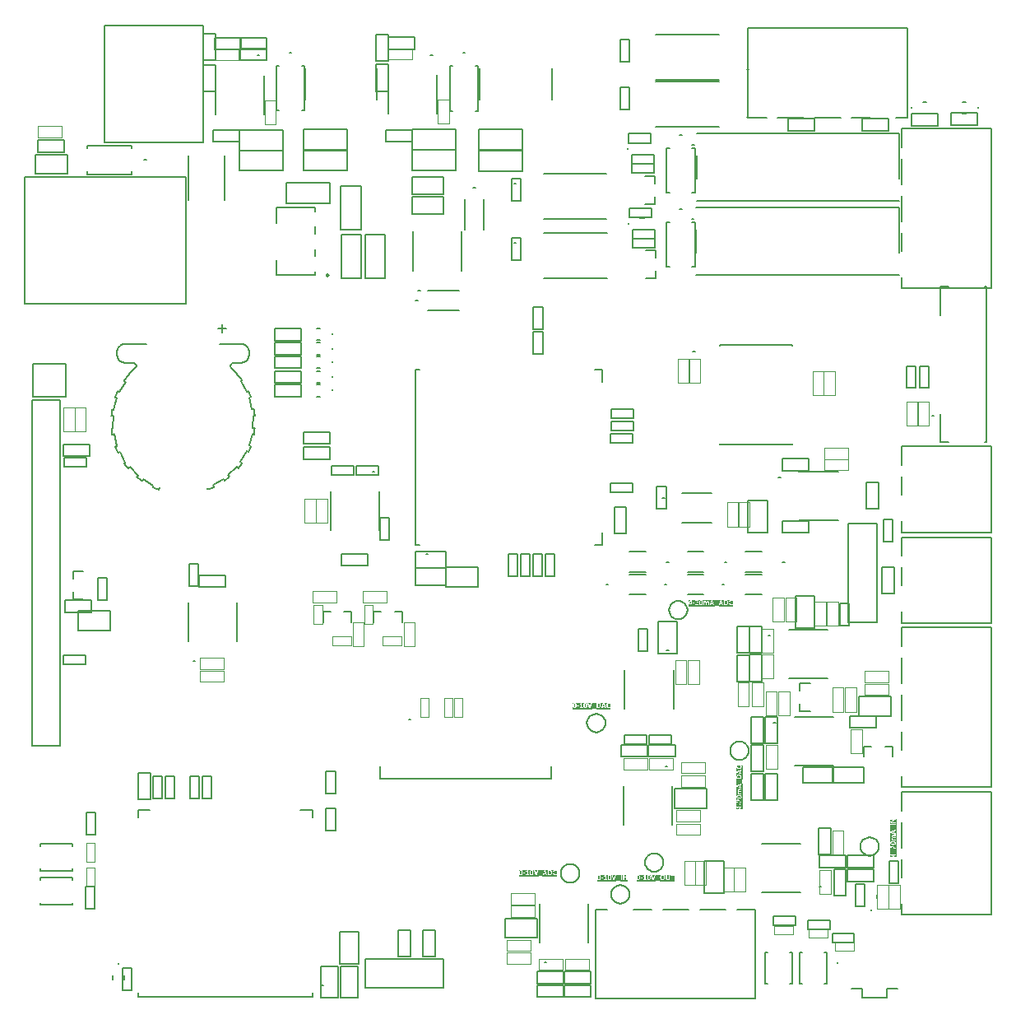
<source format=gbr>
G04*
G04 #@! TF.GenerationSoftware,Altium Limited,Altium Designer,25.1.2 (22)*
G04*
G04 Layer_Color=65535*
%FSLAX44Y44*%
%MOMM*%
G71*
G04*
G04 #@! TF.SameCoordinates,54FBF0B5-E2CF-4F3E-8A6F-997AE4EABEE6*
G04*
G04*
G04 #@! TF.FilePolarity,Positive*
G04*
G01*
G75*
%ADD10C,0.2000*%
%ADD11C,0.2540*%
%ADD12C,0.1520*%
%ADD13C,0.3000*%
%ADD14C,0.2000*%
%ADD15C,0.1524*%
%ADD16C,0.1000*%
%ADD17C,0.1270*%
G36*
X689995Y408756D02*
X688602D01*
X689983Y411175D01*
X689995D01*
Y408756D01*
D02*
G37*
G36*
X700798Y411316D02*
X700844Y411310D01*
X700877Y411304D01*
X700906Y411293D01*
X700934Y411287D01*
X700945Y411282D01*
X700951D01*
X701030Y411248D01*
X701097Y411208D01*
X701120Y411186D01*
X701137Y411175D01*
X701148Y411163D01*
X701154Y411158D01*
X701188Y411124D01*
X701216Y411085D01*
X701266Y411011D01*
X701283Y410977D01*
X701295Y410949D01*
X701306Y410932D01*
Y410927D01*
X701329Y410870D01*
X701345Y410808D01*
X701368Y410746D01*
X701379Y410690D01*
X701391Y410639D01*
X701402Y410600D01*
X701407Y410577D01*
Y410566D01*
X701424Y410487D01*
X701436Y410402D01*
X701447Y410318D01*
X701458Y410239D01*
X701464Y410171D01*
X701469Y410120D01*
X701475Y410098D01*
Y410081D01*
Y410075D01*
Y410070D01*
X701481Y409957D01*
X701486Y409844D01*
X701492Y409737D01*
X701498Y409630D01*
Y409545D01*
Y409506D01*
Y409472D01*
Y409444D01*
Y409427D01*
Y409415D01*
Y409410D01*
Y409297D01*
Y409190D01*
X701492Y409094D01*
Y409009D01*
X701486Y408936D01*
Y408885D01*
X701481Y408852D01*
Y408846D01*
Y408840D01*
X701475Y408750D01*
X701464Y408660D01*
X701458Y408587D01*
X701447Y408519D01*
X701436Y408462D01*
X701430Y408417D01*
X701424Y408395D01*
Y408383D01*
X701413Y408310D01*
X701396Y408242D01*
X701379Y408181D01*
X701362Y408130D01*
X701351Y408085D01*
X701340Y408056D01*
X701334Y408034D01*
X701329Y408028D01*
X701306Y407972D01*
X701278Y407927D01*
X701255Y407882D01*
X701227Y407842D01*
X701210Y407814D01*
X701193Y407791D01*
X701182Y407780D01*
X701176Y407775D01*
X701103Y407707D01*
X701035Y407662D01*
X701007Y407645D01*
X700984Y407634D01*
X700968Y407622D01*
X700962D01*
X700872Y407594D01*
X700781Y407577D01*
X700742D01*
X700714Y407571D01*
X700686D01*
X700607Y407577D01*
X700539Y407583D01*
X700477Y407600D01*
X700421Y407617D01*
X700381Y407628D01*
X700347Y407645D01*
X700325Y407650D01*
X700319Y407656D01*
X700268Y407696D01*
X700218Y407741D01*
X700178Y407791D01*
X700144Y407842D01*
X700116Y407887D01*
X700094Y407927D01*
X700082Y407949D01*
X700077Y407961D01*
X700043Y408051D01*
X700015Y408147D01*
X699992Y408242D01*
X699969Y408338D01*
X699953Y408417D01*
X699947Y408485D01*
X699941Y408513D01*
X699936Y408530D01*
Y408541D01*
Y408547D01*
X699924Y408694D01*
X699913Y408846D01*
X699908Y408998D01*
X699902Y409145D01*
Y409212D01*
X699896Y409274D01*
Y409331D01*
Y409382D01*
Y409415D01*
Y409449D01*
Y409466D01*
Y409472D01*
Y409641D01*
X699902Y409793D01*
X699908Y409929D01*
X699913Y410047D01*
X699919Y410098D01*
Y410143D01*
X699924Y410182D01*
Y410216D01*
Y410244D01*
X699930Y410261D01*
Y410272D01*
Y410278D01*
X699947Y410402D01*
X699964Y410515D01*
X699986Y410611D01*
X700003Y410695D01*
X700026Y410763D01*
X700037Y410814D01*
X700049Y410842D01*
X700054Y410853D01*
X700094Y410932D01*
X700133Y411006D01*
X700173Y411068D01*
X700212Y411113D01*
X700251Y411152D01*
X700280Y411180D01*
X700297Y411197D01*
X700302Y411203D01*
X700364Y411242D01*
X700432Y411271D01*
X700500Y411293D01*
X700562Y411304D01*
X700618Y411316D01*
X700663Y411321D01*
X700703D01*
X700798Y411316D01*
D02*
G37*
G36*
X733250Y412156D02*
Y407713D01*
X733244Y407752D01*
Y407786D01*
Y407814D01*
X733239Y407831D01*
Y407842D01*
Y407848D01*
X733233Y407904D01*
X733227Y407949D01*
X733222Y407972D01*
X733216Y407983D01*
X733205Y408017D01*
X733188Y408034D01*
X733176Y408045D01*
X733171Y408051D01*
X733154Y408062D01*
X733131Y408068D01*
X733086D01*
X733064Y408056D01*
X733018Y408034D01*
X732996Y408023D01*
X732979Y408011D01*
X732968Y408006D01*
X732962Y408000D01*
X732883Y407949D01*
X732804Y407898D01*
X732765Y407876D01*
X732742Y407865D01*
X732720Y407853D01*
X732714Y407848D01*
X732658Y407820D01*
X732596Y407791D01*
X732539Y407769D01*
X732483Y407746D01*
X732432Y407729D01*
X732393Y407713D01*
X732370Y407707D01*
X732359Y407701D01*
X732280Y407679D01*
X732195Y407667D01*
X732116Y407656D01*
X732043Y407645D01*
X731975D01*
X731919Y407639D01*
X731874D01*
X731761Y407645D01*
X731654Y407656D01*
X731558Y407673D01*
X731473Y407696D01*
X731406Y407713D01*
X731355Y407729D01*
X731321Y407741D01*
X731316Y407746D01*
X731310D01*
X731220Y407791D01*
X731141Y407842D01*
X731068Y407893D01*
X731005Y407949D01*
X730949Y407994D01*
X730915Y408034D01*
X730887Y408056D01*
X730881Y408068D01*
X730819Y408152D01*
X730763Y408248D01*
X730718Y408338D01*
X730678Y408429D01*
X730650Y408507D01*
X730628Y408570D01*
X730622Y408592D01*
X730616Y408609D01*
X730611Y408620D01*
Y408626D01*
X730583Y408761D01*
X730560Y408897D01*
X730543Y409032D01*
X730532Y409156D01*
X730526Y409218D01*
Y409269D01*
Y409314D01*
X730521Y409353D01*
Y409387D01*
Y409410D01*
Y409427D01*
Y409432D01*
X730526Y409585D01*
X730532Y409725D01*
X730549Y409855D01*
X730566Y409968D01*
X730571Y410013D01*
X730577Y410058D01*
X730588Y410098D01*
X730594Y410131D01*
X730600Y410154D01*
Y410171D01*
X730605Y410182D01*
Y410188D01*
X730645Y410312D01*
X730684Y410419D01*
X730729Y410521D01*
X730769Y410605D01*
X730808Y410673D01*
X730836Y410724D01*
X730859Y410752D01*
X730864Y410763D01*
X730932Y410848D01*
X731005Y410921D01*
X731073Y410983D01*
X731141Y411034D01*
X731197Y411079D01*
X731242Y411107D01*
X731271Y411124D01*
X731282Y411130D01*
X731378Y411175D01*
X731473Y411203D01*
X731569Y411225D01*
X731660Y411242D01*
X731733Y411254D01*
X731795Y411259D01*
X731846D01*
X731947Y411254D01*
X732043Y411248D01*
X732122Y411237D01*
X732195Y411225D01*
X732252Y411208D01*
X732297Y411197D01*
X732319Y411192D01*
X732331Y411186D01*
X732404Y411158D01*
X732472Y411130D01*
X732534Y411101D01*
X732584Y411079D01*
X732629Y411056D01*
X732658Y411045D01*
X732680Y411034D01*
X732686Y411028D01*
X732737Y411000D01*
X732787Y410966D01*
X732827Y410943D01*
X732861Y410915D01*
X732889Y410898D01*
X732906Y410882D01*
X732917Y410876D01*
X732923Y410870D01*
X732956Y410848D01*
X732990Y410831D01*
X733036Y410814D01*
X733069Y410802D01*
X733081D01*
X733103Y410808D01*
X733126Y410814D01*
X733137Y410819D01*
X733143Y410825D01*
X733165Y410848D01*
X733176Y410870D01*
X733188Y410893D01*
X733193Y410898D01*
X733210Y410943D01*
X733216Y410989D01*
X733222Y411028D01*
Y411034D01*
Y411039D01*
X733227Y411107D01*
X733233Y411175D01*
Y411203D01*
Y411225D01*
Y411242D01*
Y411248D01*
Y411327D01*
X733227Y411383D01*
Y411406D01*
X733222Y411423D01*
Y411428D01*
Y411434D01*
X733216Y411491D01*
X733210Y411530D01*
X733205Y411558D01*
Y411569D01*
X733193Y411609D01*
X733182Y411643D01*
X733176Y411660D01*
X733171Y411665D01*
X733154Y411693D01*
X733126Y411727D01*
X733109Y411750D01*
X733098Y411755D01*
X733075Y411778D01*
X733041Y411801D01*
X732979Y411840D01*
X732945Y411857D01*
X732923Y411874D01*
X732906Y411880D01*
X732900Y411885D01*
X732793Y411942D01*
X732742Y411964D01*
X732697Y411981D01*
X732652Y411998D01*
X732618Y412009D01*
X732596Y412020D01*
X732590D01*
X732460Y412060D01*
X732398Y412077D01*
X732342Y412094D01*
X732291Y412105D01*
X732252Y412111D01*
X732229Y412116D01*
X732218D01*
X732066Y412139D01*
X731992Y412145D01*
X731930Y412150D01*
X731874Y412156D01*
X731795D01*
X731598Y412150D01*
X731417Y412128D01*
X731248Y412099D01*
X731169Y412082D01*
X731101Y412066D01*
X731039Y412043D01*
X730977Y412026D01*
X730927Y412015D01*
X730887Y411998D01*
X730853Y411987D01*
X730831Y411975D01*
X730814Y411970D01*
X730808D01*
X730650Y411897D01*
X730498Y411812D01*
X730368Y411722D01*
X730256Y411637D01*
X730210Y411592D01*
X730165Y411558D01*
X730132Y411524D01*
X730098Y411491D01*
X730075Y411468D01*
X730058Y411451D01*
X730047Y411440D01*
X730041Y411434D01*
X729929Y411293D01*
X729827Y411147D01*
X729742Y411000D01*
X729669Y410865D01*
X729641Y410802D01*
X729613Y410741D01*
X729590Y410690D01*
X729573Y410645D01*
X729556Y410611D01*
X729551Y410583D01*
X729539Y410566D01*
Y410560D01*
X729483Y410363D01*
X729438Y410154D01*
X729410Y409957D01*
X729398Y409861D01*
X729387Y409771D01*
X729381Y409686D01*
X729376Y409613D01*
X729370Y409539D01*
Y409483D01*
X729365Y409438D01*
Y409370D01*
X729370Y409133D01*
X729381Y409021D01*
X729387Y408913D01*
X729404Y408812D01*
X729415Y408722D01*
X729427Y408632D01*
X729444Y408553D01*
X729461Y408479D01*
X729472Y408412D01*
X729489Y408355D01*
X729500Y408310D01*
X729506Y408271D01*
X729517Y408242D01*
X729522Y408226D01*
Y408220D01*
X729590Y408040D01*
X729663Y407882D01*
X729742Y407741D01*
X729782Y407679D01*
X729816Y407622D01*
X729855Y407566D01*
X729883Y407521D01*
X729917Y407481D01*
X729940Y407453D01*
X729962Y407425D01*
X729979Y407408D01*
X729985Y407397D01*
X729990Y407391D01*
X730109Y407278D01*
X730233Y407177D01*
X730357Y407092D01*
X730475Y407019D01*
X730577Y406968D01*
X730622Y406946D01*
X730656Y406929D01*
X730690Y406912D01*
X730712Y406900D01*
X730724Y406895D01*
X730729D01*
X730898Y406838D01*
X731068Y406799D01*
X731231Y406771D01*
X731378Y406754D01*
X731451Y406743D01*
X731513D01*
X731564Y406737D01*
X731615Y406731D01*
X731806D01*
X731902Y406737D01*
X731987Y406748D01*
X732066Y406754D01*
X732128Y406765D01*
X732178Y406771D01*
X732207Y406776D01*
X732218D01*
X732302Y406793D01*
X732381Y406816D01*
X732455Y406833D01*
X732517Y406850D01*
X732567Y406867D01*
X732607Y406878D01*
X732635Y406889D01*
X732641D01*
X732708Y406917D01*
X732770Y406940D01*
X732821Y406963D01*
X732866Y406985D01*
X732900Y407002D01*
X732928Y407019D01*
X732945Y407024D01*
X732951Y407030D01*
X732996Y407058D01*
X733036Y407081D01*
X733064Y407098D01*
X733086Y407115D01*
X733103Y407132D01*
X733114Y407143D01*
X733126Y407149D01*
X733154Y407182D01*
X733176Y407211D01*
X733182Y407228D01*
X733188Y407233D01*
X733205Y407261D01*
X733216Y407290D01*
X733222Y407312D01*
Y407318D01*
X733227Y407357D01*
X733233Y407397D01*
X733239Y407430D01*
Y407436D01*
Y407442D01*
X733244Y407498D01*
X733250Y407555D01*
Y406731D01*
Y405333D01*
X718611D01*
X718645Y405339D01*
X718668Y405350D01*
X718713Y405378D01*
X718736Y405412D01*
X718741Y405418D01*
Y405423D01*
X718752Y405463D01*
X718764Y405502D01*
X718775Y405598D01*
X718781Y405643D01*
Y405784D01*
X718775Y405846D01*
X718769Y405897D01*
X718764Y405936D01*
X718752Y405964D01*
X718747Y405987D01*
X718741Y405998D01*
Y406004D01*
X718724Y406032D01*
X718702Y406055D01*
X718685Y406066D01*
X718662Y406077D01*
X718628Y406088D01*
X714754D01*
X714721Y406083D01*
X714692Y406077D01*
X714653Y406049D01*
X714625Y406015D01*
X714619Y406010D01*
Y406004D01*
X714608Y405964D01*
X714602Y405919D01*
X714591Y405824D01*
X714585Y405778D01*
Y405643D01*
X714591Y405581D01*
X714597Y405530D01*
X714602Y405491D01*
X714608Y405463D01*
X714613Y405440D01*
X714619Y405429D01*
Y405423D01*
X714636Y405395D01*
X714659Y405372D01*
X714681Y405355D01*
X714704Y405344D01*
X714738Y405333D01*
X687750D01*
Y406793D01*
Y408271D01*
X687756Y408226D01*
Y408192D01*
Y408164D01*
X687762Y408141D01*
Y408130D01*
Y408124D01*
X687778Y408062D01*
X687790Y408023D01*
X687801Y407994D01*
X687807Y407983D01*
X687829Y407949D01*
X687852Y407932D01*
X687874Y407921D01*
X687880Y407915D01*
X687914Y407910D01*
X687948Y407904D01*
X689995D01*
Y406951D01*
X690000Y406923D01*
X690006Y406900D01*
X690011Y406884D01*
Y406878D01*
X690034Y406861D01*
X690062Y406844D01*
X690079Y406838D01*
X690090Y406833D01*
X690141Y406822D01*
X690198Y406810D01*
X690220D01*
X690237Y406805D01*
X690254D01*
X690333Y406799D01*
X690412Y406793D01*
X690603D01*
X690649Y406799D01*
X690711D01*
X690733Y406805D01*
X690750D01*
X690818Y406816D01*
X690863Y406822D01*
X690897Y406833D01*
X690908D01*
X690947Y406850D01*
X690976Y406861D01*
X690987Y406872D01*
X690993Y406878D01*
X691010Y406906D01*
X691015Y406929D01*
X691021Y406946D01*
Y406951D01*
Y407904D01*
X691483D01*
X691511Y407910D01*
X691534Y407921D01*
X691568Y407961D01*
X691596Y407994D01*
X691602Y408006D01*
Y408011D01*
X691618Y408056D01*
X691630Y408107D01*
X691641Y408209D01*
X691647Y408254D01*
Y408400D01*
X691641Y408474D01*
X691630Y408530D01*
X691624Y408575D01*
X691613Y408609D01*
X691602Y408637D01*
X691596Y408648D01*
Y408654D01*
X691579Y408688D01*
X691562Y408711D01*
X691540Y408733D01*
X691523Y408744D01*
X691494Y408756D01*
X691021D01*
Y411919D01*
X691015Y411947D01*
X690998Y411970D01*
X690981Y411987D01*
X690976Y411992D01*
X690936Y412015D01*
X690897Y412032D01*
X690863Y412043D01*
X690852Y412049D01*
X690846D01*
X690812Y412054D01*
X690773Y412066D01*
X690699Y412077D01*
X690666D01*
X690637Y412082D01*
X690615D01*
X690496Y412088D01*
X690440Y412094D01*
X690135D01*
X690079Y412088D01*
X689989D01*
X689961Y412082D01*
X689938D01*
X689848Y412077D01*
X689808Y412071D01*
X689775Y412066D01*
X689746Y412060D01*
X689730D01*
X689718Y412054D01*
X689713D01*
X689656Y412043D01*
X689611Y412026D01*
X689588Y412015D01*
X689577Y412009D01*
X689549Y411992D01*
X689532Y411970D01*
X689521Y411953D01*
X689515Y411947D01*
X687880Y409071D01*
X687852Y409015D01*
X687829Y408970D01*
X687818Y408936D01*
X687812Y408930D01*
Y408925D01*
X687795Y408874D01*
X687784Y408829D01*
X687778Y408789D01*
X687773Y408784D01*
Y408778D01*
X687767Y408716D01*
X687762Y408660D01*
X687756Y408637D01*
Y408620D01*
Y408609D01*
Y408603D01*
X687750Y408530D01*
Y412094D01*
Y412167D01*
X696310D01*
X696220Y412161D01*
X696135Y412150D01*
X696056Y412145D01*
X695994Y412133D01*
X695943Y412122D01*
X695915Y412116D01*
X695904D01*
X695819Y412099D01*
X695735Y412077D01*
X695661Y412054D01*
X695600Y412037D01*
X695543Y412020D01*
X695504Y412004D01*
X695481Y411998D01*
X695470Y411992D01*
X695396Y411964D01*
X695334Y411936D01*
X695278Y411913D01*
X695227Y411891D01*
X695188Y411874D01*
X695154Y411857D01*
X695137Y411851D01*
X695132Y411846D01*
X695086Y411818D01*
X695047Y411795D01*
X695013Y411772D01*
X694990Y411755D01*
X694968Y411744D01*
X694957Y411733D01*
X694945Y411722D01*
X694911Y411688D01*
X694889Y411660D01*
X694878Y411643D01*
X694872Y411637D01*
X694861Y411609D01*
X694849Y411581D01*
X694844Y411564D01*
Y411553D01*
X694838Y411519D01*
X694833Y411485D01*
X694827Y411457D01*
Y411451D01*
Y411445D01*
X694821Y411395D01*
Y411344D01*
Y411327D01*
Y411310D01*
Y411299D01*
Y411293D01*
Y411197D01*
Y411158D01*
X694827Y411124D01*
Y411096D01*
Y411073D01*
Y411062D01*
Y411056D01*
X694838Y410994D01*
X694844Y410943D01*
X694855Y410915D01*
Y410904D01*
X694866Y410870D01*
X694883Y410842D01*
X694889Y410831D01*
X694895Y410825D01*
X694917Y410814D01*
X694940Y410808D01*
X694957Y410802D01*
X694962D01*
X694985Y410808D01*
X695007Y410814D01*
X695052Y410836D01*
X695086Y410853D01*
X695098Y410865D01*
X695103D01*
X695182Y410910D01*
X695256Y410955D01*
X695289Y410972D01*
X695318Y410989D01*
X695334Y410994D01*
X695340Y411000D01*
X695453Y411056D01*
X695504Y411079D01*
X695554Y411101D01*
X695600Y411118D01*
X695633Y411130D01*
X695661Y411141D01*
X695667D01*
X695740Y411163D01*
X695814Y411175D01*
X695887Y411186D01*
X695949Y411197D01*
X696011D01*
X696056Y411203D01*
X696158D01*
X696214Y411197D01*
X696265Y411186D01*
X696304Y411180D01*
X696338Y411169D01*
X696366Y411158D01*
X696383Y411152D01*
X696389D01*
X696479Y411107D01*
X696513Y411085D01*
X696541Y411062D01*
X696564Y411045D01*
X696581Y411028D01*
X696592Y411017D01*
X696598Y411011D01*
X696654Y410938D01*
X696693Y410870D01*
X696710Y410842D01*
X696722Y410819D01*
X696727Y410802D01*
Y410797D01*
X696755Y410707D01*
X696767Y410628D01*
X696772Y410594D01*
Y410571D01*
Y410554D01*
Y410549D01*
X696767Y410436D01*
X696761Y410385D01*
X696755Y410340D01*
X696744Y410301D01*
X696739Y410267D01*
X696733Y410244D01*
Y410239D01*
X696716Y410177D01*
X696699Y410115D01*
X696676Y410053D01*
X696654Y409996D01*
X696637Y409951D01*
X696620Y409912D01*
X696609Y409889D01*
X696603Y409878D01*
X696564Y409804D01*
X696524Y409731D01*
X696479Y409658D01*
X696440Y409590D01*
X696400Y409534D01*
X696372Y409489D01*
X696349Y409460D01*
X696344Y409449D01*
X696276Y409359D01*
X696208Y409274D01*
X696135Y409184D01*
X696068Y409105D01*
X696005Y409038D01*
X695955Y408981D01*
X695921Y408947D01*
X695915Y408942D01*
X695910Y408936D01*
X694996Y407961D01*
X694940Y407898D01*
X694895Y407848D01*
X694872Y407814D01*
X694861Y407808D01*
Y407803D01*
X694827Y407752D01*
X694799Y407707D01*
X694782Y407667D01*
X694776Y407662D01*
Y407656D01*
X694759Y407600D01*
X694748Y407543D01*
X694742Y407521D01*
X694737Y407504D01*
Y407493D01*
Y407487D01*
X694731Y407414D01*
X694725Y407340D01*
Y407211D01*
X694731Y407165D01*
Y407120D01*
X694737Y407087D01*
Y407058D01*
X694742Y407042D01*
Y407030D01*
Y407024D01*
X694759Y406968D01*
X694776Y406923D01*
X694793Y406900D01*
X694799Y406889D01*
X694833Y406861D01*
X694866Y406844D01*
X694889Y406833D01*
X694900Y406827D01*
X694951Y406822D01*
X695007Y406816D01*
X698081D01*
X698109Y406822D01*
X698131Y406827D01*
X698148Y406833D01*
X698154D01*
X698176Y406855D01*
X698193Y406878D01*
X698199Y406900D01*
X698205Y406906D01*
X698222Y406951D01*
X698233Y406996D01*
X698238Y407036D01*
Y407042D01*
Y407047D01*
X698244Y407115D01*
X698250Y407177D01*
Y407323D01*
X698244Y407385D01*
X698238Y407408D01*
Y407425D01*
X698233Y407436D01*
Y407442D01*
X698222Y407498D01*
X698210Y407543D01*
X698205Y407566D01*
X698199Y407577D01*
X698182Y407611D01*
X698159Y407634D01*
X698143Y407645D01*
X698137Y407650D01*
X698109Y407667D01*
X698086Y407673D01*
X698069Y407679D01*
X695994D01*
X696603Y408304D01*
X696772Y408474D01*
X696919Y408626D01*
X697043Y408761D01*
X697150Y408880D01*
X697195Y408930D01*
X697235Y408976D01*
X697269Y409015D01*
X697297Y409049D01*
X697319Y409077D01*
X697336Y409094D01*
X697342Y409105D01*
X697347Y409111D01*
X697449Y409241D01*
X697534Y409359D01*
X697607Y409466D01*
X697669Y409562D01*
X697720Y409641D01*
X697754Y409697D01*
X697765Y409720D01*
X697776Y409737D01*
X697782Y409742D01*
Y409748D01*
X697838Y409855D01*
X697883Y409951D01*
X697917Y410047D01*
X697945Y410126D01*
X697968Y410188D01*
X697979Y410239D01*
X697990Y410272D01*
Y410284D01*
X698018Y410470D01*
X698030Y410554D01*
X698035Y410628D01*
X698041Y410690D01*
Y410741D01*
Y410774D01*
Y410786D01*
X698035Y410893D01*
X698024Y410994D01*
X698007Y411090D01*
X697990Y411169D01*
X697973Y411237D01*
X697956Y411287D01*
X697945Y411321D01*
X697940Y411333D01*
X697900Y411423D01*
X697849Y411507D01*
X697799Y411581D01*
X697748Y411648D01*
X697703Y411699D01*
X697669Y411739D01*
X697646Y411767D01*
X697635Y411772D01*
X697556Y411840D01*
X697472Y411897D01*
X697381Y411947D01*
X697302Y411987D01*
X697229Y412020D01*
X697173Y412043D01*
X697150Y412049D01*
X697133Y412054D01*
X697128Y412060D01*
X697122D01*
X697003Y412094D01*
X696880Y412122D01*
X696761Y412139D01*
X696648Y412156D01*
X696552Y412161D01*
X696513D01*
X696473Y412167D01*
X700748D01*
X700556Y412161D01*
X700387Y412139D01*
X700229Y412105D01*
X700161Y412088D01*
X700099Y412071D01*
X700043Y412054D01*
X699998Y412037D01*
X699953Y412020D01*
X699919Y412004D01*
X699891Y411992D01*
X699868Y411981D01*
X699857Y411975D01*
X699851D01*
X699721Y411897D01*
X699603Y411806D01*
X699501Y411716D01*
X699417Y411626D01*
X699344Y411547D01*
X699293Y411485D01*
X699276Y411457D01*
X699265Y411440D01*
X699259Y411428D01*
X699253Y411423D01*
X699174Y411282D01*
X699107Y411135D01*
X699045Y410994D01*
X699000Y410853D01*
X698983Y410791D01*
X698966Y410735D01*
X698949Y410684D01*
X698938Y410639D01*
X698932Y410605D01*
X698926Y410577D01*
X698921Y410560D01*
Y410554D01*
X698887Y410363D01*
X698864Y410165D01*
X698842Y409974D01*
X698836Y409883D01*
X698830Y409799D01*
Y409720D01*
X698825Y409647D01*
Y409585D01*
X698819Y409528D01*
Y409421D01*
X698825Y409190D01*
X698830Y408976D01*
X698836Y408874D01*
X698842Y408778D01*
X698853Y408694D01*
X698859Y408615D01*
X698864Y408541D01*
X698876Y408474D01*
X698881Y408417D01*
X698887Y408372D01*
X698893Y408333D01*
Y408304D01*
X698898Y408288D01*
Y408282D01*
X698938Y408102D01*
X698977Y407938D01*
X699028Y407791D01*
X699050Y407729D01*
X699073Y407667D01*
X699096Y407617D01*
X699118Y407566D01*
X699135Y407526D01*
X699152Y407493D01*
X699169Y407464D01*
X699174Y407447D01*
X699186Y407436D01*
Y407430D01*
X699270Y407307D01*
X699361Y407205D01*
X699456Y407109D01*
X699547Y407036D01*
X699626Y406979D01*
X699693Y406934D01*
X699716Y406917D01*
X699733Y406912D01*
X699744Y406900D01*
X699750D01*
X699891Y406838D01*
X700037Y406799D01*
X700190Y406765D01*
X700330Y406743D01*
X700398Y406737D01*
X700454Y406731D01*
X700511Y406726D01*
X700556D01*
X700595Y406720D01*
X700646D01*
X700838Y406726D01*
X701013Y406748D01*
X701165Y406776D01*
X701233Y406793D01*
X701295Y406816D01*
X701351Y406833D01*
X701402Y406850D01*
X701441Y406861D01*
X701475Y406878D01*
X701503Y406889D01*
X701526Y406900D01*
X701537Y406906D01*
X701543D01*
X701673Y406985D01*
X701791Y407075D01*
X701892Y407165D01*
X701977Y407250D01*
X702050Y407329D01*
X702101Y407397D01*
X702118Y407419D01*
X702129Y407436D01*
X702141Y407447D01*
Y407453D01*
X702219Y407594D01*
X702293Y407741D01*
X702349Y407887D01*
X702394Y408023D01*
X702411Y408085D01*
X702428Y408141D01*
X702445Y408192D01*
X702456Y408237D01*
X702462Y408271D01*
X702467Y408299D01*
X702473Y408316D01*
Y408321D01*
X702507Y408519D01*
X702530Y408716D01*
X702552Y408902D01*
X702558Y408998D01*
X702563Y409083D01*
X702569Y409162D01*
Y409235D01*
Y409297D01*
X702575Y409353D01*
Y409460D01*
X702569Y409692D01*
X702563Y409906D01*
X702558Y410008D01*
X702546Y410103D01*
X702541Y410188D01*
X702535Y410267D01*
X702524Y410340D01*
X702518Y410408D01*
X702513Y410464D01*
X702501Y410509D01*
X702496Y410549D01*
Y410577D01*
X702490Y410594D01*
Y410600D01*
X702456Y410780D01*
X702411Y410943D01*
X702366Y411090D01*
X702338Y411152D01*
X702315Y411208D01*
X702293Y411265D01*
X702270Y411310D01*
X702253Y411349D01*
X702236Y411383D01*
X702225Y411412D01*
X702214Y411428D01*
X702203Y411440D01*
Y411445D01*
X702118Y411569D01*
X702028Y411676D01*
X701932Y411767D01*
X701842Y411846D01*
X701763Y411902D01*
X701695Y411947D01*
X701673Y411964D01*
X701656Y411970D01*
X701644Y411981D01*
X701639D01*
X701498Y412043D01*
X701351Y412088D01*
X701199Y412122D01*
X701058Y412145D01*
X700996Y412150D01*
X700934Y412156D01*
X700883Y412161D01*
X700838Y412167D01*
X733250D01*
Y412156D01*
D02*
G37*
G36*
X635909Y129411D02*
X635740Y129389D01*
X635582Y129355D01*
X635514Y129338D01*
X635452Y129321D01*
X635396Y129304D01*
X635351Y129287D01*
X635305Y129270D01*
X635272Y129254D01*
X635243Y129242D01*
X635221Y129231D01*
X635210Y129225D01*
X635204D01*
X635074Y129146D01*
X634956Y129056D01*
X634854Y128966D01*
X634770Y128876D01*
X634697Y128797D01*
X634646Y128735D01*
X634629Y128707D01*
X634618Y128690D01*
X634612Y128678D01*
X634606Y128673D01*
X634527Y128532D01*
X634460Y128385D01*
X634398Y128244D01*
X634352Y128103D01*
X634336Y128041D01*
X634319Y127985D01*
X634302Y127934D01*
X634291Y127889D01*
X634285Y127855D01*
X634279Y127827D01*
X634274Y127810D01*
Y127804D01*
X634240Y127613D01*
X634217Y127415D01*
X634195Y127224D01*
X634189Y127133D01*
X634183Y127049D01*
Y126970D01*
X634178Y126897D01*
Y126834D01*
X634172Y126778D01*
Y129417D01*
X636101D01*
X635909Y129411D01*
D02*
G37*
G36*
X661171Y128532D02*
X661295Y128515D01*
X661407Y128492D01*
X661498Y128470D01*
X661577Y128447D01*
X661633Y128425D01*
X661650Y128413D01*
X661667Y128408D01*
X661673Y128402D01*
X661678D01*
X661768Y128351D01*
X661853Y128289D01*
X661921Y128227D01*
X661983Y128165D01*
X662028Y128115D01*
X662062Y128069D01*
X662084Y128041D01*
X662090Y128036D01*
Y128030D01*
X662146Y127934D01*
X662191Y127838D01*
X662231Y127737D01*
X662265Y127647D01*
X662287Y127568D01*
X662304Y127500D01*
X662310Y127477D01*
Y127460D01*
X662315Y127449D01*
Y127444D01*
X662338Y127314D01*
X662355Y127184D01*
X662366Y127060D01*
X662377Y126942D01*
Y126840D01*
X662383Y126801D01*
Y126761D01*
Y126733D01*
Y126711D01*
Y126699D01*
Y126694D01*
Y126553D01*
X662372Y126423D01*
X662360Y126299D01*
X662349Y126192D01*
X662338Y126107D01*
X662332Y126068D01*
X662327Y126034D01*
X662321Y126011D01*
Y125994D01*
X662315Y125983D01*
Y125977D01*
X662287Y125859D01*
X662253Y125746D01*
X662214Y125645D01*
X662174Y125560D01*
X662141Y125487D01*
X662112Y125436D01*
X662090Y125402D01*
X662084Y125397D01*
Y125391D01*
X662017Y125301D01*
X661949Y125222D01*
X661876Y125154D01*
X661808Y125098D01*
X661746Y125053D01*
X661701Y125019D01*
X661667Y124996D01*
X661661Y124991D01*
X661656D01*
X661554Y124945D01*
X661447Y124912D01*
X661334Y124883D01*
X661233Y124867D01*
X661143Y124855D01*
X661103D01*
X661069Y124850D01*
X661002D01*
X660861Y124855D01*
X660731Y124867D01*
X660624Y124889D01*
X660528Y124912D01*
X660449Y124934D01*
X660393Y124957D01*
X660376Y124963D01*
X660359Y124968D01*
X660353Y124974D01*
X660347D01*
X660257Y125024D01*
X660173Y125086D01*
X660105Y125148D01*
X660043Y125211D01*
X659998Y125261D01*
X659964Y125306D01*
X659941Y125335D01*
X659936Y125346D01*
X659885Y125442D01*
X659840Y125538D01*
X659800Y125639D01*
X659767Y125729D01*
X659744Y125808D01*
X659727Y125876D01*
X659722Y125899D01*
Y125915D01*
X659716Y125927D01*
Y125932D01*
X659693Y126062D01*
X659682Y126197D01*
X659671Y126333D01*
X659660Y126451D01*
Y126553D01*
X659654Y126598D01*
Y126637D01*
Y126671D01*
Y126694D01*
Y126705D01*
Y126711D01*
X659660Y126846D01*
X659665Y126975D01*
X659676Y127094D01*
X659688Y127195D01*
X659699Y127286D01*
Y127319D01*
X659705Y127353D01*
X659710Y127376D01*
X659716Y127393D01*
Y127404D01*
Y127410D01*
X659744Y127528D01*
X659783Y127641D01*
X659817Y127742D01*
X659857Y127827D01*
X659891Y127895D01*
X659919Y127945D01*
X659941Y127979D01*
X659947Y127991D01*
X660015Y128081D01*
X660082Y128160D01*
X660156Y128227D01*
X660218Y128284D01*
X660280Y128323D01*
X660325Y128357D01*
X660359Y128380D01*
X660370Y128385D01*
X660477Y128436D01*
X660584Y128475D01*
X660697Y128498D01*
X660798Y128520D01*
X660889Y128532D01*
X660928D01*
X660962Y128538D01*
X661030D01*
X661171Y128532D01*
D02*
G37*
G36*
X647136Y128566D02*
X647181Y128560D01*
X647215Y128554D01*
X647243Y128543D01*
X647271Y128538D01*
X647282Y128532D01*
X647288D01*
X647367Y128498D01*
X647434Y128458D01*
X647457Y128436D01*
X647474Y128425D01*
X647485Y128413D01*
X647491Y128408D01*
X647525Y128374D01*
X647553Y128335D01*
X647604Y128261D01*
X647621Y128227D01*
X647632Y128199D01*
X647643Y128182D01*
Y128177D01*
X647666Y128120D01*
X647683Y128058D01*
X647705Y127996D01*
X647717Y127940D01*
X647728Y127889D01*
X647739Y127850D01*
X647745Y127827D01*
Y127816D01*
X647762Y127737D01*
X647773Y127652D01*
X647784Y127568D01*
X647795Y127489D01*
X647801Y127421D01*
X647807Y127370D01*
X647812Y127348D01*
Y127331D01*
Y127325D01*
Y127319D01*
X647818Y127207D01*
X647824Y127094D01*
X647829Y126987D01*
X647835Y126880D01*
Y126795D01*
Y126756D01*
Y126722D01*
Y126694D01*
Y126677D01*
Y126665D01*
Y126660D01*
Y126547D01*
Y126440D01*
X647829Y126344D01*
Y126259D01*
X647824Y126186D01*
Y126135D01*
X647818Y126102D01*
Y126096D01*
Y126090D01*
X647812Y126000D01*
X647801Y125910D01*
X647795Y125836D01*
X647784Y125769D01*
X647773Y125712D01*
X647767Y125667D01*
X647762Y125645D01*
Y125633D01*
X647750Y125560D01*
X647733Y125492D01*
X647717Y125430D01*
X647700Y125380D01*
X647688Y125335D01*
X647677Y125306D01*
X647671Y125284D01*
X647666Y125278D01*
X647643Y125222D01*
X647615Y125177D01*
X647592Y125132D01*
X647564Y125092D01*
X647547Y125064D01*
X647530Y125041D01*
X647519Y125030D01*
X647514Y125024D01*
X647440Y124957D01*
X647373Y124912D01*
X647344Y124895D01*
X647322Y124883D01*
X647305Y124872D01*
X647299D01*
X647209Y124844D01*
X647119Y124827D01*
X647079D01*
X647051Y124822D01*
X647023D01*
X646944Y124827D01*
X646876Y124833D01*
X646814Y124850D01*
X646758Y124867D01*
X646718Y124878D01*
X646685Y124895D01*
X646662Y124900D01*
X646656Y124906D01*
X646606Y124945D01*
X646555Y124991D01*
X646515Y125041D01*
X646482Y125092D01*
X646453Y125137D01*
X646431Y125177D01*
X646420Y125199D01*
X646414Y125211D01*
X646380Y125301D01*
X646352Y125397D01*
X646329Y125492D01*
X646307Y125588D01*
X646290Y125667D01*
X646284Y125735D01*
X646279Y125763D01*
X646273Y125780D01*
Y125791D01*
Y125797D01*
X646262Y125944D01*
X646250Y126096D01*
X646245Y126248D01*
X646239Y126395D01*
Y126462D01*
X646234Y126524D01*
Y126581D01*
Y126631D01*
Y126665D01*
Y126699D01*
Y126716D01*
Y126722D01*
Y126891D01*
X646239Y127043D01*
X646245Y127178D01*
X646250Y127297D01*
X646256Y127348D01*
Y127393D01*
X646262Y127432D01*
Y127466D01*
Y127494D01*
X646267Y127511D01*
Y127522D01*
Y127528D01*
X646284Y127652D01*
X646301Y127765D01*
X646324Y127861D01*
X646341Y127945D01*
X646363Y128013D01*
X646375Y128064D01*
X646386Y128092D01*
X646391Y128103D01*
X646431Y128182D01*
X646470Y128256D01*
X646510Y128317D01*
X646549Y128363D01*
X646589Y128402D01*
X646617Y128430D01*
X646634Y128447D01*
X646639Y128453D01*
X646702Y128492D01*
X646769Y128520D01*
X646837Y128543D01*
X646899Y128554D01*
X646955Y128566D01*
X647000Y128571D01*
X647040D01*
X647136Y128566D01*
D02*
G37*
G36*
X636151D02*
X636196Y128560D01*
X636230Y128554D01*
X636258Y128543D01*
X636287Y128538D01*
X636298Y128532D01*
X636304D01*
X636382Y128498D01*
X636450Y128458D01*
X636473Y128436D01*
X636490Y128425D01*
X636501Y128413D01*
X636507Y128408D01*
X636540Y128374D01*
X636569Y128335D01*
X636619Y128261D01*
X636636Y128227D01*
X636647Y128199D01*
X636659Y128182D01*
Y128177D01*
X636681Y128120D01*
X636698Y128058D01*
X636721Y127996D01*
X636732Y127940D01*
X636743Y127889D01*
X636755Y127850D01*
X636760Y127827D01*
Y127816D01*
X636777Y127737D01*
X636788Y127652D01*
X636800Y127568D01*
X636811Y127489D01*
X636817Y127421D01*
X636822Y127370D01*
X636828Y127348D01*
Y127331D01*
Y127325D01*
Y127319D01*
X636834Y127207D01*
X636839Y127094D01*
X636845Y126987D01*
X636851Y126880D01*
Y126795D01*
Y126756D01*
Y126722D01*
Y126694D01*
Y126677D01*
Y126665D01*
Y126660D01*
Y126547D01*
Y126440D01*
X636845Y126344D01*
Y126259D01*
X636839Y126186D01*
Y126135D01*
X636834Y126102D01*
Y126096D01*
Y126090D01*
X636828Y126000D01*
X636817Y125910D01*
X636811Y125836D01*
X636800Y125769D01*
X636788Y125712D01*
X636783Y125667D01*
X636777Y125645D01*
Y125633D01*
X636766Y125560D01*
X636749Y125492D01*
X636732Y125430D01*
X636715Y125380D01*
X636704Y125335D01*
X636693Y125306D01*
X636687Y125284D01*
X636681Y125278D01*
X636659Y125222D01*
X636631Y125177D01*
X636608Y125132D01*
X636580Y125092D01*
X636563Y125064D01*
X636546Y125041D01*
X636535Y125030D01*
X636529Y125024D01*
X636456Y124957D01*
X636388Y124912D01*
X636360Y124895D01*
X636337Y124883D01*
X636320Y124872D01*
X636315D01*
X636225Y124844D01*
X636134Y124827D01*
X636095D01*
X636067Y124822D01*
X636039D01*
X635960Y124827D01*
X635892Y124833D01*
X635830Y124850D01*
X635774Y124867D01*
X635734Y124878D01*
X635700Y124895D01*
X635678Y124900D01*
X635672Y124906D01*
X635621Y124945D01*
X635570Y124991D01*
X635531Y125041D01*
X635497Y125092D01*
X635469Y125137D01*
X635447Y125177D01*
X635435Y125199D01*
X635429Y125211D01*
X635396Y125301D01*
X635368Y125397D01*
X635345Y125492D01*
X635322Y125588D01*
X635305Y125667D01*
X635300Y125735D01*
X635294Y125763D01*
X635289Y125780D01*
Y125791D01*
Y125797D01*
X635277Y125944D01*
X635266Y126096D01*
X635260Y126248D01*
X635255Y126395D01*
Y126462D01*
X635249Y126524D01*
Y126581D01*
Y126631D01*
Y126665D01*
Y126699D01*
Y126716D01*
Y126722D01*
Y126891D01*
X635255Y127043D01*
X635260Y127178D01*
X635266Y127297D01*
X635272Y127348D01*
Y127393D01*
X635277Y127432D01*
Y127466D01*
Y127494D01*
X635283Y127511D01*
Y127522D01*
Y127528D01*
X635300Y127652D01*
X635317Y127765D01*
X635339Y127861D01*
X635356Y127945D01*
X635379Y128013D01*
X635390Y128064D01*
X635401Y128092D01*
X635407Y128103D01*
X635447Y128182D01*
X635486Y128256D01*
X635525Y128317D01*
X635565Y128363D01*
X635604Y128402D01*
X635633Y128430D01*
X635649Y128447D01*
X635655Y128453D01*
X635717Y128492D01*
X635785Y128520D01*
X635852Y128543D01*
X635914Y128554D01*
X635971Y128566D01*
X636016Y128571D01*
X636055D01*
X636151Y128566D01*
D02*
G37*
G36*
X673328Y129321D02*
Y128966D01*
X673322Y129028D01*
Y129051D01*
X673317Y129067D01*
Y129079D01*
Y129084D01*
X673305Y129146D01*
X673294Y129192D01*
X673288Y129214D01*
X673283Y129225D01*
X673266Y129259D01*
X673249Y129282D01*
X673238Y129293D01*
X673232Y129299D01*
X673210Y129310D01*
X673187Y129321D01*
X669471D01*
X669443Y129316D01*
X669420Y129310D01*
X669403Y129304D01*
X669398Y129299D01*
X669381Y129276D01*
X669364Y129254D01*
X669353Y129237D01*
X669347Y129225D01*
X669336Y129180D01*
X669324Y129135D01*
X669319Y129101D01*
Y129090D01*
Y129084D01*
X669313Y129017D01*
Y128802D01*
X669319Y128735D01*
Y128712D01*
Y128695D01*
Y128684D01*
Y128678D01*
X669330Y128622D01*
X669336Y128577D01*
X669347Y128554D01*
Y128543D01*
X669364Y128509D01*
X669381Y128487D01*
X669392Y128475D01*
X669398Y128470D01*
X669420Y128458D01*
X669443Y128453D01*
X669465Y128447D01*
X670785D01*
Y124213D01*
X670790Y124184D01*
X670796Y124162D01*
X670802Y124145D01*
X670807Y124139D01*
X670830Y124117D01*
X670858Y124100D01*
X670881Y124088D01*
X670892Y124083D01*
X670943Y124072D01*
X670999Y124060D01*
X671022D01*
X671039Y124055D01*
X671056D01*
X671140Y124049D01*
X671230Y124043D01*
X671422D01*
X671467Y124049D01*
X671535D01*
X671557Y124055D01*
X671574D01*
X671648Y124066D01*
X671698Y124072D01*
X671727Y124083D01*
X671738D01*
X671777Y124100D01*
X671805Y124122D01*
X671822Y124134D01*
X671828Y124139D01*
X671845Y124167D01*
X671851Y124190D01*
X671856Y124207D01*
Y124213D01*
Y128447D01*
X673164D01*
X673193Y128453D01*
X673215Y128458D01*
X673226Y128464D01*
X673232Y128470D01*
X673255Y128492D01*
X673271Y128515D01*
X673277Y128538D01*
X673283Y128543D01*
X673300Y128588D01*
X673311Y128628D01*
X673317Y128667D01*
Y128673D01*
Y128678D01*
X673322Y128746D01*
X673328Y128814D01*
Y124043D01*
Y122583D01*
X658058D01*
X658092Y122589D01*
X658114Y122600D01*
X658159Y122628D01*
X658182Y122662D01*
X658188Y122668D01*
Y122673D01*
X658199Y122713D01*
X658210Y122752D01*
X658222Y122848D01*
X658227Y122893D01*
Y123034D01*
X658222Y123096D01*
X658216Y123147D01*
X658210Y123186D01*
X658199Y123214D01*
X658193Y123237D01*
X658188Y123248D01*
Y123254D01*
X658171Y123282D01*
X658148Y123305D01*
X658131Y123316D01*
X658109Y123327D01*
X658075Y123338D01*
X654201D01*
X654167Y123333D01*
X654139Y123327D01*
X654100Y123299D01*
X654071Y123265D01*
X654066Y123259D01*
Y123254D01*
X654054Y123214D01*
X654049Y123169D01*
X654038Y123074D01*
X654032Y123028D01*
Y122893D01*
X654038Y122831D01*
X654043Y122780D01*
X654049Y122741D01*
X654054Y122713D01*
X654060Y122690D01*
X654066Y122679D01*
Y122673D01*
X654083Y122645D01*
X654105Y122622D01*
X654128Y122605D01*
X654150Y122594D01*
X654184Y122583D01*
X634172D01*
Y123970D01*
Y126671D01*
X634178Y126440D01*
X634183Y126226D01*
X634189Y126124D01*
X634195Y126028D01*
X634206Y125944D01*
X634212Y125865D01*
X634217Y125791D01*
X634229Y125724D01*
X634234Y125667D01*
X634240Y125622D01*
X634245Y125583D01*
Y125555D01*
X634251Y125538D01*
Y125532D01*
X634291Y125351D01*
X634330Y125188D01*
X634381Y125041D01*
X634403Y124979D01*
X634426Y124917D01*
X634448Y124867D01*
X634471Y124816D01*
X634488Y124776D01*
X634505Y124742D01*
X634522Y124714D01*
X634527Y124697D01*
X634539Y124686D01*
Y124681D01*
X634623Y124557D01*
X634713Y124455D01*
X634809Y124359D01*
X634899Y124286D01*
X634978Y124229D01*
X635046Y124184D01*
X635069Y124167D01*
X635086Y124162D01*
X635097Y124150D01*
X635103D01*
X635243Y124088D01*
X635390Y124049D01*
X635542Y124015D01*
X635683Y123993D01*
X635751Y123987D01*
X635807Y123981D01*
X635864Y123976D01*
X635909D01*
X635948Y123970D01*
X635999D01*
X636191Y123976D01*
X636366Y123998D01*
X636518Y124026D01*
X636586Y124043D01*
X636647Y124066D01*
X636704Y124083D01*
X636755Y124100D01*
X636794Y124111D01*
X636828Y124128D01*
X636856Y124139D01*
X636879Y124150D01*
X636890Y124156D01*
X636896D01*
X637025Y124235D01*
X637144Y124325D01*
X637245Y124416D01*
X637330Y124500D01*
X637403Y124579D01*
X637454Y124647D01*
X637471Y124669D01*
X637482Y124686D01*
X637493Y124697D01*
Y124703D01*
X637572Y124844D01*
X637646Y124991D01*
X637702Y125137D01*
X637747Y125273D01*
X637764Y125335D01*
X637781Y125391D01*
X637798Y125442D01*
X637809Y125487D01*
X637815Y125521D01*
X637820Y125549D01*
X637826Y125566D01*
Y125571D01*
X637860Y125769D01*
X637882Y125966D01*
X637905Y126152D01*
X637911Y126248D01*
X637916Y126333D01*
X637922Y126412D01*
Y126485D01*
Y126547D01*
X637928Y126603D01*
Y126711D01*
X637922Y126942D01*
X637916Y127156D01*
X637911Y127257D01*
X637899Y127353D01*
X637894Y127438D01*
X637888Y127517D01*
X637877Y127590D01*
X637871Y127658D01*
X637865Y127714D01*
X637854Y127759D01*
X637849Y127799D01*
Y127827D01*
X637843Y127844D01*
Y127850D01*
X637809Y128030D01*
X637764Y128194D01*
X637719Y128340D01*
X637691Y128402D01*
X637668Y128458D01*
X637646Y128515D01*
X637623Y128560D01*
X637606Y128600D01*
X637589Y128633D01*
X637578Y128661D01*
X637567Y128678D01*
X637555Y128690D01*
Y128695D01*
X637471Y128819D01*
X637381Y128926D01*
X637285Y129017D01*
X637195Y129096D01*
X637116Y129152D01*
X637048Y129197D01*
X637025Y129214D01*
X637008Y129220D01*
X636997Y129231D01*
X636992D01*
X636851Y129293D01*
X636704Y129338D01*
X636552Y129372D01*
X636411Y129395D01*
X636349Y129400D01*
X636287Y129406D01*
X636236Y129411D01*
X636191Y129417D01*
X647085D01*
X646893Y129411D01*
X646724Y129389D01*
X646566Y129355D01*
X646498Y129338D01*
X646436Y129321D01*
X646380Y129304D01*
X646335Y129287D01*
X646290Y129270D01*
X646256Y129254D01*
X646228Y129242D01*
X646205Y129231D01*
X646194Y129225D01*
X646188D01*
X646059Y129146D01*
X645940Y129056D01*
X645839Y128966D01*
X645754Y128876D01*
X645681Y128797D01*
X645630Y128735D01*
X645613Y128707D01*
X645602Y128690D01*
X645596Y128678D01*
X645591Y128673D01*
X645512Y128532D01*
X645444Y128385D01*
X645382Y128244D01*
X645337Y128103D01*
X645320Y128041D01*
X645303Y127985D01*
X645286Y127934D01*
X645275Y127889D01*
X645269Y127855D01*
X645264Y127827D01*
X645258Y127810D01*
Y127804D01*
X645224Y127613D01*
X645202Y127415D01*
X645179Y127224D01*
X645173Y127133D01*
X645168Y127049D01*
Y126970D01*
X645162Y126897D01*
Y126834D01*
X645156Y126778D01*
Y126671D01*
X645162Y126440D01*
X645168Y126226D01*
X645173Y126124D01*
X645179Y126028D01*
X645190Y125944D01*
X645196Y125865D01*
X645202Y125791D01*
X645213Y125724D01*
X645219Y125667D01*
X645224Y125622D01*
X645230Y125583D01*
Y125555D01*
X645235Y125538D01*
Y125532D01*
X645275Y125351D01*
X645314Y125188D01*
X645365Y125041D01*
X645388Y124979D01*
X645410Y124917D01*
X645433Y124867D01*
X645455Y124816D01*
X645472Y124776D01*
X645489Y124742D01*
X645506Y124714D01*
X645512Y124697D01*
X645523Y124686D01*
Y124681D01*
X645608Y124557D01*
X645698Y124455D01*
X645794Y124359D01*
X645884Y124286D01*
X645963Y124229D01*
X646031Y124184D01*
X646053Y124167D01*
X646070Y124162D01*
X646081Y124150D01*
X646087D01*
X646228Y124088D01*
X646375Y124049D01*
X646527Y124015D01*
X646668Y123993D01*
X646735Y123987D01*
X646792Y123981D01*
X646848Y123976D01*
X646893D01*
X646933Y123970D01*
X646983D01*
X647175Y123976D01*
X647350Y123998D01*
X647502Y124026D01*
X647570Y124043D01*
X647632Y124066D01*
X647688Y124083D01*
X647739Y124100D01*
X647778Y124111D01*
X647812Y124128D01*
X647840Y124139D01*
X647863Y124150D01*
X647874Y124156D01*
X647880D01*
X648010Y124235D01*
X648128Y124325D01*
X648230Y124416D01*
X648314Y124500D01*
X648388Y124579D01*
X648438Y124647D01*
X648455Y124669D01*
X648466Y124686D01*
X648478Y124697D01*
Y124703D01*
X648557Y124844D01*
X648630Y124991D01*
X648686Y125137D01*
X648732Y125273D01*
X648748Y125335D01*
X648765Y125391D01*
X648782Y125442D01*
X648793Y125487D01*
X648799Y125521D01*
X648805Y125549D01*
X648810Y125566D01*
Y125571D01*
X648844Y125769D01*
X648867Y125966D01*
X648889Y126152D01*
X648895Y126248D01*
X648901Y126333D01*
X648906Y126412D01*
Y126485D01*
Y126547D01*
X648912Y126603D01*
Y126711D01*
X648906Y126942D01*
X648901Y127156D01*
X648895Y127257D01*
X648884Y127353D01*
X648878Y127438D01*
X648872Y127517D01*
X648861Y127590D01*
X648856Y127658D01*
X648850Y127714D01*
X648839Y127759D01*
X648833Y127799D01*
Y127827D01*
X648827Y127844D01*
Y127850D01*
X648793Y128030D01*
X648748Y128194D01*
X648703Y128340D01*
X648675Y128402D01*
X648652Y128458D01*
X648630Y128515D01*
X648607Y128560D01*
X648590Y128600D01*
X648574Y128633D01*
X648562Y128661D01*
X648551Y128678D01*
X648540Y128690D01*
Y128695D01*
X648455Y128819D01*
X648365Y128926D01*
X648269Y129017D01*
X648179Y129096D01*
X648100Y129152D01*
X648032Y129197D01*
X648010Y129214D01*
X647993Y129220D01*
X647981Y129231D01*
X647976D01*
X647835Y129293D01*
X647688Y129338D01*
X647536Y129372D01*
X647395Y129395D01*
X647333Y129400D01*
X647271Y129406D01*
X647220Y129411D01*
X647175Y129417D01*
X661069D01*
X660844Y129411D01*
X660635Y129389D01*
X660539Y129372D01*
X660449Y129355D01*
X660364Y129338D01*
X660285Y129321D01*
X660212Y129304D01*
X660150Y129287D01*
X660099Y129270D01*
X660054Y129254D01*
X660020Y129242D01*
X659992Y129231D01*
X659975Y129225D01*
X659970D01*
X659800Y129146D01*
X659648Y129056D01*
X659513Y128966D01*
X659394Y128876D01*
X659344Y128836D01*
X659299Y128797D01*
X659265Y128763D01*
X659231Y128735D01*
X659208Y128707D01*
X659191Y128690D01*
X659180Y128678D01*
X659174Y128673D01*
X659062Y128532D01*
X658966Y128385D01*
X658881Y128244D01*
X658814Y128103D01*
X658785Y128041D01*
X658757Y127985D01*
X658735Y127934D01*
X658718Y127889D01*
X658707Y127855D01*
X658695Y127827D01*
X658690Y127810D01*
Y127804D01*
X658639Y127607D01*
X658599Y127410D01*
X658571Y127218D01*
X658560Y127128D01*
X658554Y127043D01*
X658543Y126964D01*
Y126891D01*
X658537Y126823D01*
X658532Y126767D01*
Y126660D01*
X658537Y126406D01*
X658549Y126288D01*
X658554Y126175D01*
X658566Y126068D01*
X658583Y125972D01*
X658594Y125876D01*
X658611Y125797D01*
X658622Y125718D01*
X658633Y125650D01*
X658650Y125594D01*
X658661Y125543D01*
X658673Y125504D01*
X658678Y125476D01*
X658684Y125459D01*
Y125453D01*
X658746Y125273D01*
X658819Y125109D01*
X658898Y124963D01*
X658932Y124900D01*
X658971Y124844D01*
X659005Y124793D01*
X659039Y124742D01*
X659067Y124703D01*
X659090Y124675D01*
X659112Y124647D01*
X659129Y124630D01*
X659135Y124619D01*
X659141Y124613D01*
X659259Y124500D01*
X659389Y124399D01*
X659513Y124314D01*
X659637Y124246D01*
X659744Y124196D01*
X659789Y124173D01*
X659829Y124156D01*
X659857Y124145D01*
X659879Y124134D01*
X659896Y124128D01*
X659902D01*
X660077Y124077D01*
X660263Y124038D01*
X660438Y124010D01*
X660607Y123993D01*
X660680Y123981D01*
X660753D01*
X660815Y123976D01*
X660866Y123970D01*
X660968D01*
X661193Y123976D01*
X661402Y123998D01*
X661498Y124015D01*
X661588Y124026D01*
X661673Y124043D01*
X661746Y124066D01*
X661819Y124083D01*
X661881Y124100D01*
X661932Y124111D01*
X661977Y124128D01*
X662017Y124139D01*
X662039Y124150D01*
X662056Y124156D01*
X662062D01*
X662231Y124235D01*
X662389Y124325D01*
X662524Y124416D01*
X662637Y124500D01*
X662688Y124545D01*
X662733Y124579D01*
X662766Y124613D01*
X662800Y124647D01*
X662823Y124669D01*
X662840Y124686D01*
X662851Y124697D01*
X662857Y124703D01*
X662969Y124844D01*
X663071Y124991D01*
X663150Y125137D01*
X663217Y125278D01*
X663246Y125340D01*
X663274Y125397D01*
X663297Y125447D01*
X663313Y125492D01*
X663325Y125526D01*
X663336Y125555D01*
X663342Y125571D01*
Y125577D01*
X663398Y125774D01*
X663438Y125977D01*
X663466Y126175D01*
X663477Y126271D01*
X663483Y126361D01*
X663494Y126440D01*
X663500Y126513D01*
Y126581D01*
X663505Y126637D01*
Y126750D01*
X663500Y126998D01*
X663488Y127111D01*
X663483Y127224D01*
X663471Y127325D01*
X663454Y127427D01*
X663443Y127517D01*
X663426Y127596D01*
X663409Y127675D01*
X663398Y127737D01*
X663387Y127799D01*
X663370Y127844D01*
X663364Y127883D01*
X663353Y127912D01*
X663347Y127928D01*
Y127934D01*
X663280Y128115D01*
X663206Y128278D01*
X663127Y128419D01*
X663093Y128481D01*
X663054Y128538D01*
X663020Y128588D01*
X662986Y128633D01*
X662958Y128673D01*
X662930Y128707D01*
X662907Y128729D01*
X662890Y128746D01*
X662885Y128757D01*
X662879Y128763D01*
X662761Y128881D01*
X662631Y128983D01*
X662507Y129062D01*
X662383Y129135D01*
X662281Y129186D01*
X662231Y129208D01*
X662197Y129225D01*
X662163Y129237D01*
X662141Y129248D01*
X662124Y129254D01*
X662118D01*
X661943Y129310D01*
X661763Y129349D01*
X661588Y129378D01*
X661424Y129395D01*
X661351Y129406D01*
X661283Y129411D01*
X661221D01*
X661171Y129417D01*
X673328D01*
Y129321D01*
D02*
G37*
G36*
X570475Y306391D02*
X570305Y306369D01*
X570148Y306335D01*
X570080Y306318D01*
X570018Y306301D01*
X569962Y306284D01*
X569916Y306267D01*
X569871Y306250D01*
X569837Y306234D01*
X569809Y306222D01*
X569787Y306211D01*
X569775Y306205D01*
X569770D01*
X569640Y306126D01*
X569522Y306036D01*
X569420Y305946D01*
X569336Y305856D01*
X569262Y305777D01*
X569212Y305715D01*
X569195Y305687D01*
X569183Y305670D01*
X569178Y305658D01*
X569172Y305653D01*
X569093Y305512D01*
X569025Y305365D01*
X568963Y305224D01*
X568918Y305083D01*
X568901Y305021D01*
X568885Y304965D01*
X568867Y304914D01*
X568856Y304869D01*
X568851Y304835D01*
X568845Y304807D01*
X568839Y304790D01*
Y304784D01*
X568806Y304593D01*
X568783Y304395D01*
X568760Y304204D01*
X568755Y304113D01*
X568749Y304029D01*
Y303950D01*
X568744Y303876D01*
Y303815D01*
X568738Y303758D01*
Y306397D01*
X570666D01*
X570475Y306391D01*
D02*
G37*
G36*
X581702Y305546D02*
X581747Y305540D01*
X581780Y305534D01*
X581809Y305523D01*
X581837Y305517D01*
X581848Y305512D01*
X581854D01*
X581933Y305478D01*
X582000Y305438D01*
X582023Y305416D01*
X582040Y305405D01*
X582051Y305393D01*
X582057Y305388D01*
X582090Y305354D01*
X582119Y305314D01*
X582169Y305241D01*
X582186Y305207D01*
X582198Y305179D01*
X582209Y305162D01*
Y305156D01*
X582231Y305100D01*
X582248Y305038D01*
X582271Y304976D01*
X582282Y304920D01*
X582294Y304869D01*
X582305Y304830D01*
X582310Y304807D01*
Y304796D01*
X582327Y304717D01*
X582339Y304632D01*
X582350Y304548D01*
X582361Y304469D01*
X582367Y304401D01*
X582373Y304350D01*
X582378Y304328D01*
Y304311D01*
Y304305D01*
Y304299D01*
X582384Y304187D01*
X582389Y304074D01*
X582395Y303967D01*
X582401Y303860D01*
Y303775D01*
Y303736D01*
Y303702D01*
Y303673D01*
Y303657D01*
Y303645D01*
Y303640D01*
Y303527D01*
Y303420D01*
X582395Y303324D01*
Y303239D01*
X582389Y303166D01*
Y303115D01*
X582384Y303081D01*
Y303076D01*
Y303070D01*
X582378Y302980D01*
X582367Y302890D01*
X582361Y302816D01*
X582350Y302749D01*
X582339Y302692D01*
X582333Y302647D01*
X582327Y302625D01*
Y302613D01*
X582316Y302540D01*
X582299Y302472D01*
X582282Y302410D01*
X582265Y302360D01*
X582254Y302315D01*
X582243Y302286D01*
X582237Y302264D01*
X582231Y302258D01*
X582209Y302202D01*
X582181Y302157D01*
X582158Y302112D01*
X582130Y302072D01*
X582113Y302044D01*
X582096Y302021D01*
X582085Y302010D01*
X582079Y302005D01*
X582006Y301937D01*
X581938Y301892D01*
X581910Y301875D01*
X581888Y301863D01*
X581871Y301852D01*
X581865D01*
X581775Y301824D01*
X581684Y301807D01*
X581645D01*
X581617Y301801D01*
X581589D01*
X581510Y301807D01*
X581442Y301813D01*
X581380Y301830D01*
X581324Y301847D01*
X581284Y301858D01*
X581250Y301875D01*
X581228Y301880D01*
X581222Y301886D01*
X581171Y301926D01*
X581121Y301971D01*
X581081Y302021D01*
X581047Y302072D01*
X581019Y302117D01*
X580997Y302157D01*
X580985Y302179D01*
X580980Y302190D01*
X580946Y302281D01*
X580918Y302377D01*
X580895Y302472D01*
X580872Y302568D01*
X580856Y302647D01*
X580850Y302715D01*
X580844Y302743D01*
X580839Y302760D01*
Y302771D01*
Y302777D01*
X580827Y302924D01*
X580816Y303076D01*
X580811Y303228D01*
X580805Y303375D01*
Y303442D01*
X580799Y303504D01*
Y303561D01*
Y303612D01*
Y303645D01*
Y303679D01*
Y303696D01*
Y303702D01*
Y303871D01*
X580805Y304023D01*
X580811Y304158D01*
X580816Y304277D01*
X580822Y304328D01*
Y304373D01*
X580827Y304412D01*
Y304446D01*
Y304474D01*
X580833Y304491D01*
Y304502D01*
Y304508D01*
X580850Y304632D01*
X580867Y304745D01*
X580890Y304841D01*
X580906Y304925D01*
X580929Y304993D01*
X580940Y305044D01*
X580951Y305072D01*
X580957Y305083D01*
X580997Y305162D01*
X581036Y305236D01*
X581076Y305298D01*
X581115Y305343D01*
X581155Y305382D01*
X581183Y305410D01*
X581200Y305427D01*
X581205Y305433D01*
X581267Y305472D01*
X581335Y305501D01*
X581403Y305523D01*
X581465Y305534D01*
X581521Y305546D01*
X581566Y305551D01*
X581606D01*
X581702Y305546D01*
D02*
G37*
G36*
X570717D02*
X570762Y305540D01*
X570796Y305534D01*
X570824Y305523D01*
X570852Y305517D01*
X570864Y305512D01*
X570869D01*
X570948Y305478D01*
X571016Y305438D01*
X571039Y305416D01*
X571055Y305405D01*
X571067Y305393D01*
X571072Y305388D01*
X571106Y305354D01*
X571134Y305314D01*
X571185Y305241D01*
X571202Y305207D01*
X571213Y305179D01*
X571225Y305162D01*
Y305156D01*
X571247Y305100D01*
X571264Y305038D01*
X571287Y304976D01*
X571298Y304920D01*
X571309Y304869D01*
X571320Y304830D01*
X571326Y304807D01*
Y304796D01*
X571343Y304717D01*
X571354Y304632D01*
X571366Y304548D01*
X571377Y304469D01*
X571382Y304401D01*
X571388Y304350D01*
X571394Y304328D01*
Y304311D01*
Y304305D01*
Y304299D01*
X571399Y304187D01*
X571405Y304074D01*
X571411Y303967D01*
X571416Y303860D01*
Y303775D01*
Y303736D01*
Y303702D01*
Y303673D01*
Y303657D01*
Y303645D01*
Y303640D01*
Y303527D01*
Y303420D01*
X571411Y303324D01*
Y303239D01*
X571405Y303166D01*
Y303115D01*
X571399Y303081D01*
Y303076D01*
Y303070D01*
X571394Y302980D01*
X571382Y302890D01*
X571377Y302816D01*
X571366Y302749D01*
X571354Y302692D01*
X571349Y302647D01*
X571343Y302625D01*
Y302613D01*
X571332Y302540D01*
X571315Y302472D01*
X571298Y302410D01*
X571281Y302360D01*
X571270Y302315D01*
X571258Y302286D01*
X571253Y302264D01*
X571247Y302258D01*
X571225Y302202D01*
X571196Y302157D01*
X571174Y302112D01*
X571146Y302072D01*
X571129Y302044D01*
X571112Y302021D01*
X571101Y302010D01*
X571095Y302005D01*
X571022Y301937D01*
X570954Y301892D01*
X570926Y301875D01*
X570903Y301863D01*
X570886Y301852D01*
X570881D01*
X570790Y301824D01*
X570700Y301807D01*
X570661D01*
X570633Y301801D01*
X570604D01*
X570525Y301807D01*
X570458Y301813D01*
X570396Y301830D01*
X570339Y301847D01*
X570300Y301858D01*
X570266Y301875D01*
X570243Y301880D01*
X570238Y301886D01*
X570187Y301926D01*
X570136Y301971D01*
X570097Y302021D01*
X570063Y302072D01*
X570035Y302117D01*
X570012Y302157D01*
X570001Y302179D01*
X569995Y302190D01*
X569962Y302281D01*
X569933Y302377D01*
X569911Y302472D01*
X569888Y302568D01*
X569871Y302647D01*
X569866Y302715D01*
X569860Y302743D01*
X569854Y302760D01*
Y302771D01*
Y302777D01*
X569843Y302924D01*
X569832Y303076D01*
X569826Y303228D01*
X569821Y303375D01*
Y303442D01*
X569815Y303504D01*
Y303561D01*
Y303612D01*
Y303645D01*
Y303679D01*
Y303696D01*
Y303702D01*
Y303871D01*
X569821Y304023D01*
X569826Y304158D01*
X569832Y304277D01*
X569837Y304328D01*
Y304373D01*
X569843Y304412D01*
Y304446D01*
Y304474D01*
X569849Y304491D01*
Y304502D01*
Y304508D01*
X569866Y304632D01*
X569883Y304745D01*
X569905Y304841D01*
X569922Y304925D01*
X569945Y304993D01*
X569956Y305044D01*
X569967Y305072D01*
X569973Y305083D01*
X570012Y305162D01*
X570052Y305236D01*
X570091Y305298D01*
X570131Y305343D01*
X570170Y305382D01*
X570198Y305410D01*
X570215Y305427D01*
X570221Y305433D01*
X570283Y305472D01*
X570350Y305501D01*
X570418Y305523D01*
X570480Y305534D01*
X570537Y305546D01*
X570582Y305551D01*
X570621D01*
X570717Y305546D01*
D02*
G37*
G36*
X607262Y306386D02*
Y301942D01*
X607257Y301982D01*
Y302016D01*
Y302044D01*
X607251Y302061D01*
Y302072D01*
Y302078D01*
X607245Y302134D01*
X607240Y302179D01*
X607234Y302202D01*
X607228Y302213D01*
X607217Y302247D01*
X607200Y302264D01*
X607189Y302275D01*
X607183Y302281D01*
X607166Y302292D01*
X607144Y302298D01*
X607099D01*
X607076Y302286D01*
X607031Y302264D01*
X607008Y302253D01*
X606992Y302241D01*
X606980Y302236D01*
X606975Y302230D01*
X606896Y302179D01*
X606817Y302129D01*
X606777Y302106D01*
X606755Y302095D01*
X606732Y302083D01*
X606726Y302078D01*
X606670Y302050D01*
X606608Y302021D01*
X606552Y301999D01*
X606495Y301976D01*
X606445Y301959D01*
X606405Y301942D01*
X606382Y301937D01*
X606371Y301931D01*
X606292Y301909D01*
X606208Y301897D01*
X606129Y301886D01*
X606055Y301875D01*
X605988D01*
X605931Y301869D01*
X605886D01*
X605774Y301875D01*
X605666Y301886D01*
X605570Y301903D01*
X605486Y301926D01*
X605418Y301942D01*
X605368Y301959D01*
X605334Y301971D01*
X605328Y301976D01*
X605322D01*
X605232Y302021D01*
X605153Y302072D01*
X605080Y302123D01*
X605018Y302179D01*
X604962Y302224D01*
X604928Y302264D01*
X604899Y302286D01*
X604894Y302298D01*
X604832Y302382D01*
X604775Y302478D01*
X604730Y302568D01*
X604691Y302659D01*
X604663Y302738D01*
X604640Y302799D01*
X604635Y302822D01*
X604629Y302839D01*
X604623Y302850D01*
Y302856D01*
X604595Y302991D01*
X604572Y303127D01*
X604556Y303262D01*
X604544Y303386D01*
X604539Y303448D01*
Y303499D01*
Y303544D01*
X604533Y303583D01*
Y303617D01*
Y303640D01*
Y303657D01*
Y303662D01*
X604539Y303815D01*
X604544Y303955D01*
X604561Y304085D01*
X604578Y304198D01*
X604584Y304243D01*
X604589Y304288D01*
X604601Y304328D01*
X604606Y304361D01*
X604612Y304384D01*
Y304401D01*
X604618Y304412D01*
Y304418D01*
X604657Y304542D01*
X604697Y304649D01*
X604742Y304750D01*
X604781Y304835D01*
X604821Y304903D01*
X604849Y304953D01*
X604871Y304982D01*
X604877Y304993D01*
X604945Y305078D01*
X605018Y305151D01*
X605086Y305213D01*
X605153Y305264D01*
X605210Y305309D01*
X605255Y305337D01*
X605283Y305354D01*
X605294Y305359D01*
X605390Y305405D01*
X605486Y305433D01*
X605582Y305455D01*
X605672Y305472D01*
X605745Y305484D01*
X605807Y305489D01*
X605858D01*
X605960Y305484D01*
X606055Y305478D01*
X606134Y305467D01*
X606208Y305455D01*
X606264Y305438D01*
X606309Y305427D01*
X606332Y305422D01*
X606343Y305416D01*
X606416Y305388D01*
X606484Y305359D01*
X606546Y305331D01*
X606597Y305309D01*
X606642Y305286D01*
X606670Y305275D01*
X606693Y305264D01*
X606698Y305258D01*
X606749Y305230D01*
X606800Y305196D01*
X606839Y305173D01*
X606873Y305145D01*
X606901Y305128D01*
X606918Y305111D01*
X606929Y305106D01*
X606935Y305100D01*
X606969Y305078D01*
X607003Y305061D01*
X607048Y305044D01*
X607082Y305033D01*
X607093D01*
X607116Y305038D01*
X607138Y305044D01*
X607149Y305049D01*
X607155Y305055D01*
X607178Y305078D01*
X607189Y305100D01*
X607200Y305123D01*
X607206Y305128D01*
X607223Y305173D01*
X607228Y305219D01*
X607234Y305258D01*
Y305264D01*
Y305269D01*
X607240Y305337D01*
X607245Y305405D01*
Y305433D01*
Y305455D01*
Y305472D01*
Y305478D01*
Y305557D01*
X607240Y305613D01*
Y305636D01*
X607234Y305653D01*
Y305658D01*
Y305664D01*
X607228Y305720D01*
X607223Y305760D01*
X607217Y305788D01*
Y305799D01*
X607206Y305839D01*
X607195Y305873D01*
X607189Y305890D01*
X607183Y305895D01*
X607166Y305923D01*
X607138Y305957D01*
X607121Y305980D01*
X607110Y305985D01*
X607087Y306008D01*
X607053Y306031D01*
X606992Y306070D01*
X606958Y306087D01*
X606935Y306104D01*
X606918Y306110D01*
X606912Y306115D01*
X606805Y306171D01*
X606755Y306194D01*
X606710Y306211D01*
X606664Y306228D01*
X606631Y306239D01*
X606608Y306250D01*
X606602D01*
X606473Y306290D01*
X606411Y306307D01*
X606354Y306324D01*
X606303Y306335D01*
X606264Y306341D01*
X606241Y306346D01*
X606230D01*
X606078Y306369D01*
X606005Y306374D01*
X605943Y306380D01*
X605886Y306386D01*
X605807D01*
X605610Y306380D01*
X605429Y306358D01*
X605260Y306329D01*
X605181Y306313D01*
X605114Y306296D01*
X605052Y306273D01*
X604990Y306256D01*
X604939Y306245D01*
X604899Y306228D01*
X604866Y306217D01*
X604843Y306205D01*
X604826Y306200D01*
X604821D01*
X604663Y306126D01*
X604510Y306042D01*
X604381Y305952D01*
X604268Y305867D01*
X604223Y305822D01*
X604178Y305788D01*
X604144Y305754D01*
X604110Y305720D01*
X604087Y305698D01*
X604071Y305681D01*
X604059Y305670D01*
X604054Y305664D01*
X603941Y305523D01*
X603839Y305376D01*
X603755Y305230D01*
X603681Y305095D01*
X603653Y305033D01*
X603625Y304970D01*
X603603Y304920D01*
X603586Y304875D01*
X603569Y304841D01*
X603563Y304813D01*
X603552Y304796D01*
Y304790D01*
X603495Y304593D01*
X603450Y304384D01*
X603422Y304187D01*
X603411Y304091D01*
X603400Y304001D01*
X603394Y303916D01*
X603388Y303843D01*
X603383Y303769D01*
Y303713D01*
X603377Y303668D01*
Y303600D01*
X603383Y303363D01*
X603394Y303251D01*
X603400Y303144D01*
X603416Y303042D01*
X603428Y302952D01*
X603439Y302861D01*
X603456Y302783D01*
X603473Y302709D01*
X603484Y302642D01*
X603501Y302585D01*
X603512Y302540D01*
X603518Y302501D01*
X603529Y302472D01*
X603535Y302456D01*
Y302450D01*
X603603Y302269D01*
X603676Y302112D01*
X603755Y301971D01*
X603794Y301909D01*
X603828Y301852D01*
X603868Y301796D01*
X603896Y301751D01*
X603930Y301711D01*
X603952Y301683D01*
X603975Y301655D01*
X603992Y301638D01*
X603997Y301627D01*
X604003Y301621D01*
X604121Y301508D01*
X604245Y301407D01*
X604369Y301322D01*
X604488Y301249D01*
X604589Y301198D01*
X604635Y301175D01*
X604668Y301159D01*
X604702Y301142D01*
X604725Y301130D01*
X604736Y301125D01*
X604742D01*
X604911Y301068D01*
X605080Y301029D01*
X605243Y301001D01*
X605390Y300984D01*
X605463Y300973D01*
X605525D01*
X605576Y300967D01*
X605627Y300961D01*
X605819D01*
X605914Y300967D01*
X605999Y300978D01*
X606078Y300984D01*
X606140Y300995D01*
X606191Y301001D01*
X606219Y301006D01*
X606230D01*
X606315Y301023D01*
X606394Y301046D01*
X606467Y301063D01*
X606529Y301080D01*
X606580Y301097D01*
X606619Y301108D01*
X606647Y301119D01*
X606653D01*
X606721Y301147D01*
X606783Y301170D01*
X606834Y301192D01*
X606879Y301215D01*
X606912Y301232D01*
X606941Y301249D01*
X606958Y301255D01*
X606963Y301260D01*
X607008Y301288D01*
X607048Y301311D01*
X607076Y301328D01*
X607099Y301345D01*
X607116Y301362D01*
X607127Y301373D01*
X607138Y301378D01*
X607166Y301412D01*
X607189Y301441D01*
X607195Y301458D01*
X607200Y301463D01*
X607217Y301491D01*
X607228Y301520D01*
X607234Y301542D01*
Y301548D01*
X607240Y301587D01*
X607245Y301627D01*
X607251Y301660D01*
Y301666D01*
Y301672D01*
X607257Y301728D01*
X607262Y301784D01*
Y300961D01*
Y299563D01*
X592624D01*
X592658Y299569D01*
X592680Y299580D01*
X592725Y299608D01*
X592748Y299642D01*
X592753Y299647D01*
Y299653D01*
X592765Y299692D01*
X592776Y299732D01*
X592787Y299828D01*
X592793Y299873D01*
Y300014D01*
X592787Y300076D01*
X592782Y300127D01*
X592776Y300166D01*
X592765Y300194D01*
X592759Y300217D01*
X592753Y300228D01*
Y300234D01*
X592737Y300262D01*
X592714Y300285D01*
X592697Y300296D01*
X592675Y300307D01*
X592641Y300318D01*
X588767D01*
X588733Y300313D01*
X588705Y300307D01*
X588665Y300279D01*
X588637Y300245D01*
X588632Y300240D01*
Y300234D01*
X588620Y300194D01*
X588615Y300149D01*
X588603Y300053D01*
X588598Y300008D01*
Y299873D01*
X588603Y299811D01*
X588609Y299760D01*
X588615Y299721D01*
X588620Y299692D01*
X588626Y299670D01*
X588632Y299659D01*
Y299653D01*
X588648Y299625D01*
X588671Y299602D01*
X588694Y299585D01*
X588716Y299574D01*
X588750Y299563D01*
X568738D01*
Y300950D01*
Y303651D01*
X568744Y303420D01*
X568749Y303206D01*
X568755Y303104D01*
X568760Y303008D01*
X568772Y302924D01*
X568777Y302845D01*
X568783Y302771D01*
X568794Y302704D01*
X568800Y302647D01*
X568806Y302602D01*
X568811Y302563D01*
Y302535D01*
X568817Y302518D01*
Y302512D01*
X568856Y302332D01*
X568896Y302168D01*
X568946Y302021D01*
X568969Y301959D01*
X568992Y301897D01*
X569014Y301847D01*
X569037Y301796D01*
X569054Y301756D01*
X569071Y301723D01*
X569087Y301694D01*
X569093Y301677D01*
X569104Y301666D01*
Y301660D01*
X569189Y301536D01*
X569279Y301435D01*
X569375Y301339D01*
X569465Y301266D01*
X569544Y301209D01*
X569612Y301164D01*
X569634Y301147D01*
X569651Y301142D01*
X569663Y301130D01*
X569668D01*
X569809Y301068D01*
X569956Y301029D01*
X570108Y300995D01*
X570249Y300973D01*
X570317Y300967D01*
X570373Y300961D01*
X570429Y300956D01*
X570475D01*
X570514Y300950D01*
X570565D01*
X570756Y300956D01*
X570931Y300978D01*
X571084Y301006D01*
X571151Y301023D01*
X571213Y301046D01*
X571270Y301063D01*
X571320Y301080D01*
X571360Y301091D01*
X571394Y301108D01*
X571422Y301119D01*
X571445Y301130D01*
X571456Y301136D01*
X571461D01*
X571591Y301215D01*
X571710Y301305D01*
X571811Y301395D01*
X571896Y301480D01*
X571969Y301559D01*
X572020Y301627D01*
X572037Y301649D01*
X572048Y301666D01*
X572059Y301677D01*
Y301683D01*
X572138Y301824D01*
X572211Y301971D01*
X572268Y302117D01*
X572313Y302253D01*
X572330Y302315D01*
X572347Y302371D01*
X572364Y302422D01*
X572375Y302467D01*
X572380Y302501D01*
X572386Y302529D01*
X572392Y302546D01*
Y302551D01*
X572426Y302749D01*
X572448Y302946D01*
X572471Y303132D01*
X572476Y303228D01*
X572482Y303313D01*
X572488Y303392D01*
Y303465D01*
Y303527D01*
X572493Y303583D01*
Y303690D01*
X572488Y303922D01*
X572482Y304136D01*
X572476Y304237D01*
X572465Y304333D01*
X572459Y304418D01*
X572454Y304497D01*
X572443Y304570D01*
X572437Y304638D01*
X572431Y304694D01*
X572420Y304739D01*
X572414Y304779D01*
Y304807D01*
X572409Y304824D01*
Y304830D01*
X572375Y305010D01*
X572330Y305173D01*
X572285Y305320D01*
X572257Y305382D01*
X572234Y305438D01*
X572211Y305495D01*
X572189Y305540D01*
X572172Y305579D01*
X572155Y305613D01*
X572144Y305641D01*
X572132Y305658D01*
X572121Y305670D01*
Y305675D01*
X572037Y305799D01*
X571946Y305907D01*
X571851Y305997D01*
X571760Y306076D01*
X571681Y306132D01*
X571614Y306177D01*
X571591Y306194D01*
X571574Y306200D01*
X571563Y306211D01*
X571557D01*
X571416Y306273D01*
X571270Y306318D01*
X571117Y306352D01*
X570976Y306374D01*
X570914Y306380D01*
X570852Y306386D01*
X570802Y306391D01*
X570756Y306397D01*
X581651D01*
X581459Y306391D01*
X581290Y306369D01*
X581132Y306335D01*
X581064Y306318D01*
X581002Y306301D01*
X580946Y306284D01*
X580901Y306267D01*
X580856Y306250D01*
X580822Y306234D01*
X580794Y306222D01*
X580771Y306211D01*
X580760Y306205D01*
X580754D01*
X580624Y306126D01*
X580506Y306036D01*
X580405Y305946D01*
X580320Y305856D01*
X580247Y305777D01*
X580196Y305715D01*
X580179Y305687D01*
X580168Y305670D01*
X580162Y305658D01*
X580156Y305653D01*
X580078Y305512D01*
X580010Y305365D01*
X579948Y305224D01*
X579903Y305083D01*
X579886Y305021D01*
X579869Y304965D01*
X579852Y304914D01*
X579841Y304869D01*
X579835Y304835D01*
X579829Y304807D01*
X579824Y304790D01*
Y304784D01*
X579790Y304593D01*
X579767Y304395D01*
X579745Y304204D01*
X579739Y304113D01*
X579734Y304029D01*
Y303950D01*
X579728Y303876D01*
Y303815D01*
X579722Y303758D01*
Y303651D01*
X579728Y303420D01*
X579734Y303206D01*
X579739Y303104D01*
X579745Y303008D01*
X579756Y302924D01*
X579762Y302845D01*
X579767Y302771D01*
X579779Y302704D01*
X579784Y302647D01*
X579790Y302602D01*
X579795Y302563D01*
Y302535D01*
X579801Y302518D01*
Y302512D01*
X579841Y302332D01*
X579880Y302168D01*
X579931Y302021D01*
X579953Y301959D01*
X579976Y301897D01*
X579999Y301847D01*
X580021Y301796D01*
X580038Y301756D01*
X580055Y301723D01*
X580072Y301694D01*
X580078Y301677D01*
X580089Y301666D01*
Y301660D01*
X580173Y301536D01*
X580264Y301435D01*
X580359Y301339D01*
X580450Y301266D01*
X580529Y301209D01*
X580596Y301164D01*
X580619Y301147D01*
X580636Y301142D01*
X580647Y301130D01*
X580653D01*
X580794Y301068D01*
X580940Y301029D01*
X581092Y300995D01*
X581233Y300973D01*
X581301Y300967D01*
X581357Y300961D01*
X581414Y300956D01*
X581459D01*
X581498Y300950D01*
X581549D01*
X581741Y300956D01*
X581916Y300978D01*
X582068Y301006D01*
X582136Y301023D01*
X582198Y301046D01*
X582254Y301063D01*
X582305Y301080D01*
X582344Y301091D01*
X582378Y301108D01*
X582406Y301119D01*
X582429Y301130D01*
X582440Y301136D01*
X582446D01*
X582575Y301215D01*
X582694Y301305D01*
X582795Y301395D01*
X582880Y301480D01*
X582953Y301559D01*
X583004Y301627D01*
X583021Y301649D01*
X583032Y301666D01*
X583044Y301677D01*
Y301683D01*
X583122Y301824D01*
X583196Y301971D01*
X583252Y302117D01*
X583297Y302253D01*
X583314Y302315D01*
X583331Y302371D01*
X583348Y302422D01*
X583359Y302467D01*
X583365Y302501D01*
X583371Y302529D01*
X583376Y302546D01*
Y302551D01*
X583410Y302749D01*
X583433Y302946D01*
X583455Y303132D01*
X583461Y303228D01*
X583466Y303313D01*
X583472Y303392D01*
Y303465D01*
Y303527D01*
X583478Y303583D01*
Y303690D01*
X583472Y303922D01*
X583466Y304136D01*
X583461Y304237D01*
X583450Y304333D01*
X583444Y304418D01*
X583438Y304497D01*
X583427Y304570D01*
X583421Y304638D01*
X583416Y304694D01*
X583404Y304739D01*
X583399Y304779D01*
Y304807D01*
X583393Y304824D01*
Y304830D01*
X583359Y305010D01*
X583314Y305173D01*
X583269Y305320D01*
X583241Y305382D01*
X583218Y305438D01*
X583196Y305495D01*
X583173Y305540D01*
X583156Y305579D01*
X583139Y305613D01*
X583128Y305641D01*
X583117Y305658D01*
X583106Y305670D01*
Y305675D01*
X583021Y305799D01*
X582931Y305907D01*
X582835Y305997D01*
X582745Y306076D01*
X582666Y306132D01*
X582598Y306177D01*
X582575Y306194D01*
X582559Y306200D01*
X582547Y306211D01*
X582542D01*
X582401Y306273D01*
X582254Y306318D01*
X582102Y306352D01*
X581961Y306374D01*
X581899Y306380D01*
X581837Y306386D01*
X581786Y306391D01*
X581741Y306397D01*
X607262D01*
Y306386D01*
D02*
G37*
G36*
X515225Y134411D02*
X515055Y134389D01*
X514897Y134355D01*
X514830Y134338D01*
X514768Y134321D01*
X514711Y134304D01*
X514666Y134287D01*
X514621Y134270D01*
X514587Y134254D01*
X514559Y134242D01*
X514537Y134231D01*
X514525Y134225D01*
X514520D01*
X514390Y134146D01*
X514272Y134056D01*
X514170Y133966D01*
X514086Y133876D01*
X514012Y133797D01*
X513961Y133735D01*
X513945Y133707D01*
X513933Y133690D01*
X513928Y133678D01*
X513922Y133673D01*
X513843Y133532D01*
X513775Y133385D01*
X513713Y133244D01*
X513668Y133103D01*
X513651Y133041D01*
X513634Y132985D01*
X513618Y132934D01*
X513606Y132889D01*
X513601Y132855D01*
X513595Y132827D01*
X513589Y132810D01*
Y132804D01*
X513555Y132613D01*
X513533Y132415D01*
X513510Y132224D01*
X513505Y132133D01*
X513499Y132049D01*
Y131970D01*
X513493Y131897D01*
Y131834D01*
X513488Y131778D01*
Y134417D01*
X515416D01*
X515225Y134411D01*
D02*
G37*
G36*
X526451Y133566D02*
X526497Y133560D01*
X526530Y133554D01*
X526559Y133543D01*
X526587Y133538D01*
X526598Y133532D01*
X526604D01*
X526683Y133498D01*
X526750Y133458D01*
X526773Y133436D01*
X526790Y133425D01*
X526801Y133413D01*
X526807Y133408D01*
X526841Y133374D01*
X526869Y133335D01*
X526920Y133261D01*
X526936Y133227D01*
X526948Y133199D01*
X526959Y133182D01*
Y133177D01*
X526982Y133120D01*
X526998Y133058D01*
X527021Y132996D01*
X527032Y132940D01*
X527043Y132889D01*
X527055Y132850D01*
X527060Y132827D01*
Y132816D01*
X527077Y132737D01*
X527089Y132652D01*
X527100Y132568D01*
X527111Y132489D01*
X527117Y132421D01*
X527122Y132370D01*
X527128Y132348D01*
Y132331D01*
Y132325D01*
Y132319D01*
X527134Y132207D01*
X527139Y132094D01*
X527145Y131987D01*
X527151Y131880D01*
Y131795D01*
Y131756D01*
Y131722D01*
Y131694D01*
Y131677D01*
Y131665D01*
Y131660D01*
Y131547D01*
Y131440D01*
X527145Y131344D01*
Y131259D01*
X527139Y131186D01*
Y131135D01*
X527134Y131102D01*
Y131096D01*
Y131090D01*
X527128Y131000D01*
X527117Y130910D01*
X527111Y130836D01*
X527100Y130769D01*
X527089Y130712D01*
X527083Y130667D01*
X527077Y130645D01*
Y130633D01*
X527066Y130560D01*
X527049Y130492D01*
X527032Y130430D01*
X527015Y130380D01*
X527004Y130335D01*
X526993Y130306D01*
X526987Y130284D01*
X526982Y130278D01*
X526959Y130222D01*
X526931Y130177D01*
X526908Y130132D01*
X526880Y130092D01*
X526863Y130064D01*
X526846Y130041D01*
X526835Y130030D01*
X526829Y130024D01*
X526756Y129957D01*
X526688Y129912D01*
X526660Y129895D01*
X526637Y129883D01*
X526621Y129872D01*
X526615D01*
X526525Y129844D01*
X526435Y129827D01*
X526395D01*
X526367Y129822D01*
X526339D01*
X526260Y129827D01*
X526192Y129833D01*
X526130Y129850D01*
X526074Y129867D01*
X526034Y129878D01*
X526000Y129895D01*
X525978Y129900D01*
X525972Y129906D01*
X525921Y129945D01*
X525871Y129991D01*
X525831Y130041D01*
X525797Y130092D01*
X525769Y130137D01*
X525747Y130177D01*
X525735Y130199D01*
X525730Y130211D01*
X525696Y130301D01*
X525668Y130397D01*
X525645Y130492D01*
X525622Y130588D01*
X525606Y130667D01*
X525600Y130735D01*
X525594Y130763D01*
X525589Y130780D01*
Y130791D01*
Y130797D01*
X525577Y130944D01*
X525566Y131096D01*
X525560Y131248D01*
X525555Y131395D01*
Y131462D01*
X525549Y131524D01*
Y131581D01*
Y131631D01*
Y131665D01*
Y131699D01*
Y131716D01*
Y131722D01*
Y131891D01*
X525555Y132043D01*
X525560Y132178D01*
X525566Y132297D01*
X525572Y132348D01*
Y132393D01*
X525577Y132432D01*
Y132466D01*
Y132494D01*
X525583Y132511D01*
Y132522D01*
Y132528D01*
X525600Y132652D01*
X525617Y132765D01*
X525639Y132861D01*
X525656Y132945D01*
X525679Y133013D01*
X525690Y133064D01*
X525701Y133092D01*
X525707Y133103D01*
X525747Y133182D01*
X525786Y133256D01*
X525826Y133317D01*
X525865Y133363D01*
X525905Y133402D01*
X525933Y133430D01*
X525950Y133447D01*
X525955Y133453D01*
X526017Y133492D01*
X526085Y133520D01*
X526153Y133543D01*
X526215Y133554D01*
X526271Y133566D01*
X526316Y133571D01*
X526356D01*
X526451Y133566D01*
D02*
G37*
G36*
X515467D02*
X515512Y133560D01*
X515546Y133554D01*
X515574Y133543D01*
X515602Y133538D01*
X515614Y133532D01*
X515619D01*
X515698Y133498D01*
X515766Y133458D01*
X515788Y133436D01*
X515805Y133425D01*
X515817Y133413D01*
X515822Y133408D01*
X515856Y133374D01*
X515884Y133335D01*
X515935Y133261D01*
X515952Y133227D01*
X515963Y133199D01*
X515975Y133182D01*
Y133177D01*
X515997Y133120D01*
X516014Y133058D01*
X516037Y132996D01*
X516048Y132940D01*
X516059Y132889D01*
X516070Y132850D01*
X516076Y132827D01*
Y132816D01*
X516093Y132737D01*
X516104Y132652D01*
X516115Y132568D01*
X516127Y132489D01*
X516132Y132421D01*
X516138Y132370D01*
X516144Y132348D01*
Y132331D01*
Y132325D01*
Y132319D01*
X516149Y132207D01*
X516155Y132094D01*
X516161Y131987D01*
X516166Y131880D01*
Y131795D01*
Y131756D01*
Y131722D01*
Y131694D01*
Y131677D01*
Y131665D01*
Y131660D01*
Y131547D01*
Y131440D01*
X516161Y131344D01*
Y131259D01*
X516155Y131186D01*
Y131135D01*
X516149Y131102D01*
Y131096D01*
Y131090D01*
X516144Y131000D01*
X516132Y130910D01*
X516127Y130836D01*
X516115Y130769D01*
X516104Y130712D01*
X516099Y130667D01*
X516093Y130645D01*
Y130633D01*
X516082Y130560D01*
X516065Y130492D01*
X516048Y130430D01*
X516031Y130380D01*
X516020Y130335D01*
X516008Y130306D01*
X516003Y130284D01*
X515997Y130278D01*
X515975Y130222D01*
X515946Y130177D01*
X515924Y130132D01*
X515896Y130092D01*
X515879Y130064D01*
X515862Y130041D01*
X515850Y130030D01*
X515845Y130024D01*
X515772Y129957D01*
X515704Y129912D01*
X515676Y129895D01*
X515653Y129883D01*
X515636Y129872D01*
X515631D01*
X515540Y129844D01*
X515450Y129827D01*
X515411D01*
X515382Y129822D01*
X515354D01*
X515275Y129827D01*
X515208Y129833D01*
X515146Y129850D01*
X515089Y129867D01*
X515050Y129878D01*
X515016Y129895D01*
X514993Y129900D01*
X514988Y129906D01*
X514937Y129945D01*
X514886Y129991D01*
X514847Y130041D01*
X514813Y130092D01*
X514785Y130137D01*
X514762Y130177D01*
X514751Y130199D01*
X514745Y130211D01*
X514711Y130301D01*
X514683Y130397D01*
X514661Y130492D01*
X514638Y130588D01*
X514621Y130667D01*
X514616Y130735D01*
X514610Y130763D01*
X514604Y130780D01*
Y130791D01*
Y130797D01*
X514593Y130944D01*
X514582Y131096D01*
X514576Y131248D01*
X514571Y131395D01*
Y131462D01*
X514565Y131524D01*
Y131581D01*
Y131631D01*
Y131665D01*
Y131699D01*
Y131716D01*
Y131722D01*
Y131891D01*
X514571Y132043D01*
X514576Y132178D01*
X514582Y132297D01*
X514587Y132348D01*
Y132393D01*
X514593Y132432D01*
Y132466D01*
Y132494D01*
X514599Y132511D01*
Y132522D01*
Y132528D01*
X514616Y132652D01*
X514632Y132765D01*
X514655Y132861D01*
X514672Y132945D01*
X514695Y133013D01*
X514706Y133064D01*
X514717Y133092D01*
X514723Y133103D01*
X514762Y133182D01*
X514802Y133256D01*
X514841Y133317D01*
X514881Y133363D01*
X514920Y133402D01*
X514948Y133430D01*
X514965Y133447D01*
X514971Y133453D01*
X515033Y133492D01*
X515101Y133520D01*
X515168Y133543D01*
X515230Y133554D01*
X515287Y133566D01*
X515332Y133571D01*
X515371D01*
X515467Y133566D01*
D02*
G37*
G36*
X552012Y134406D02*
Y129963D01*
X552006Y130002D01*
Y130036D01*
Y130064D01*
X552001Y130081D01*
Y130092D01*
Y130098D01*
X551995Y130154D01*
X551990Y130199D01*
X551984Y130222D01*
X551978Y130233D01*
X551967Y130267D01*
X551950Y130284D01*
X551939Y130295D01*
X551933Y130301D01*
X551916Y130312D01*
X551894Y130318D01*
X551849D01*
X551826Y130306D01*
X551781Y130284D01*
X551758Y130273D01*
X551741Y130261D01*
X551730Y130256D01*
X551725Y130250D01*
X551646Y130199D01*
X551567Y130148D01*
X551527Y130126D01*
X551505Y130115D01*
X551482Y130103D01*
X551476Y130098D01*
X551420Y130070D01*
X551358Y130041D01*
X551302Y130019D01*
X551245Y129996D01*
X551194Y129979D01*
X551155Y129963D01*
X551133Y129957D01*
X551121Y129951D01*
X551042Y129929D01*
X550958Y129917D01*
X550879Y129906D01*
X550805Y129895D01*
X550738D01*
X550681Y129889D01*
X550636D01*
X550523Y129895D01*
X550416Y129906D01*
X550321Y129923D01*
X550236Y129945D01*
X550168Y129963D01*
X550117Y129979D01*
X550084Y129991D01*
X550078Y129996D01*
X550072D01*
X549982Y130041D01*
X549903Y130092D01*
X549830Y130143D01*
X549768Y130199D01*
X549711Y130244D01*
X549678Y130284D01*
X549650Y130306D01*
X549644Y130318D01*
X549582Y130402D01*
X549525Y130498D01*
X549480Y130588D01*
X549441Y130679D01*
X549413Y130758D01*
X549390Y130820D01*
X549384Y130842D01*
X549379Y130859D01*
X549373Y130870D01*
Y130876D01*
X549345Y131011D01*
X549322Y131147D01*
X549305Y131282D01*
X549294Y131406D01*
X549289Y131468D01*
Y131519D01*
Y131564D01*
X549283Y131603D01*
Y131637D01*
Y131660D01*
Y131677D01*
Y131682D01*
X549289Y131834D01*
X549294Y131975D01*
X549311Y132105D01*
X549328Y132218D01*
X549334Y132263D01*
X549339Y132308D01*
X549351Y132348D01*
X549356Y132381D01*
X549362Y132404D01*
Y132421D01*
X549367Y132432D01*
Y132438D01*
X549407Y132562D01*
X549446Y132669D01*
X549492Y132771D01*
X549531Y132855D01*
X549571Y132923D01*
X549599Y132974D01*
X549621Y133002D01*
X549627Y133013D01*
X549695Y133098D01*
X549768Y133171D01*
X549836Y133233D01*
X549903Y133284D01*
X549960Y133329D01*
X550005Y133357D01*
X550033Y133374D01*
X550044Y133380D01*
X550140Y133425D01*
X550236Y133453D01*
X550332Y133475D01*
X550422Y133492D01*
X550495Y133504D01*
X550557Y133509D01*
X550608D01*
X550710Y133504D01*
X550805Y133498D01*
X550884Y133487D01*
X550958Y133475D01*
X551014Y133458D01*
X551059Y133447D01*
X551082Y133442D01*
X551093Y133436D01*
X551166Y133408D01*
X551234Y133380D01*
X551296Y133351D01*
X551347Y133329D01*
X551392Y133306D01*
X551420Y133295D01*
X551443Y133284D01*
X551448Y133278D01*
X551499Y133250D01*
X551550Y133216D01*
X551589Y133194D01*
X551623Y133165D01*
X551651Y133148D01*
X551668Y133132D01*
X551679Y133126D01*
X551685Y133120D01*
X551719Y133098D01*
X551753Y133081D01*
X551798Y133064D01*
X551832Y133053D01*
X551843D01*
X551866Y133058D01*
X551888Y133064D01*
X551899Y133069D01*
X551905Y133075D01*
X551927Y133098D01*
X551939Y133120D01*
X551950Y133143D01*
X551956Y133148D01*
X551973Y133194D01*
X551978Y133239D01*
X551984Y133278D01*
Y133284D01*
Y133289D01*
X551990Y133357D01*
X551995Y133425D01*
Y133453D01*
Y133475D01*
Y133492D01*
Y133498D01*
Y133577D01*
X551990Y133633D01*
Y133656D01*
X551984Y133673D01*
Y133678D01*
Y133684D01*
X551978Y133740D01*
X551973Y133780D01*
X551967Y133808D01*
Y133819D01*
X551956Y133859D01*
X551945Y133893D01*
X551939Y133910D01*
X551933Y133915D01*
X551916Y133943D01*
X551888Y133977D01*
X551871Y134000D01*
X551860Y134005D01*
X551837Y134028D01*
X551804Y134051D01*
X551741Y134090D01*
X551708Y134107D01*
X551685Y134124D01*
X551668Y134129D01*
X551662Y134135D01*
X551555Y134192D01*
X551505Y134214D01*
X551460Y134231D01*
X551414Y134248D01*
X551381Y134259D01*
X551358Y134270D01*
X551352D01*
X551223Y134310D01*
X551161Y134327D01*
X551104Y134344D01*
X551054Y134355D01*
X551014Y134361D01*
X550992Y134366D01*
X550980D01*
X550828Y134389D01*
X550755Y134395D01*
X550693Y134400D01*
X550636Y134406D01*
X550557D01*
X550360Y134400D01*
X550179Y134378D01*
X550010Y134349D01*
X549931Y134333D01*
X549864Y134316D01*
X549802Y134293D01*
X549740Y134276D01*
X549689Y134265D01*
X549650Y134248D01*
X549616Y134237D01*
X549593Y134225D01*
X549576Y134220D01*
X549571D01*
X549413Y134146D01*
X549260Y134062D01*
X549131Y133972D01*
X549018Y133887D01*
X548973Y133842D01*
X548928Y133808D01*
X548894Y133774D01*
X548860Y133740D01*
X548838Y133718D01*
X548821Y133701D01*
X548809Y133690D01*
X548804Y133684D01*
X548691Y133543D01*
X548589Y133397D01*
X548505Y133250D01*
X548432Y133115D01*
X548403Y133053D01*
X548375Y132991D01*
X548353Y132940D01*
X548336Y132895D01*
X548319Y132861D01*
X548313Y132833D01*
X548302Y132816D01*
Y132810D01*
X548245Y132613D01*
X548200Y132404D01*
X548172Y132207D01*
X548161Y132111D01*
X548150Y132021D01*
X548144Y131936D01*
X548138Y131863D01*
X548133Y131789D01*
Y131733D01*
X548127Y131688D01*
Y131620D01*
X548133Y131383D01*
X548144Y131271D01*
X548150Y131164D01*
X548167Y131062D01*
X548178Y130972D01*
X548189Y130882D01*
X548206Y130803D01*
X548223Y130729D01*
X548234Y130662D01*
X548251Y130605D01*
X548262Y130560D01*
X548268Y130521D01*
X548279Y130492D01*
X548285Y130476D01*
Y130470D01*
X548353Y130289D01*
X548426Y130132D01*
X548505Y129991D01*
X548544Y129929D01*
X548578Y129872D01*
X548618Y129816D01*
X548646Y129771D01*
X548680Y129731D01*
X548702Y129703D01*
X548725Y129675D01*
X548742Y129658D01*
X548747Y129647D01*
X548753Y129641D01*
X548871Y129528D01*
X548995Y129427D01*
X549119Y129342D01*
X549238Y129269D01*
X549339Y129218D01*
X549384Y129196D01*
X549418Y129179D01*
X549452Y129162D01*
X549475Y129150D01*
X549486Y129145D01*
X549492D01*
X549661Y129088D01*
X549830Y129049D01*
X549993Y129021D01*
X550140Y129004D01*
X550213Y128993D01*
X550275D01*
X550326Y128987D01*
X550377Y128981D01*
X550569D01*
X550664Y128987D01*
X550749Y128998D01*
X550828Y129004D01*
X550890Y129015D01*
X550941Y129021D01*
X550969Y129026D01*
X550980D01*
X551065Y129043D01*
X551144Y129066D01*
X551217Y129083D01*
X551279Y129100D01*
X551330Y129117D01*
X551369Y129128D01*
X551398Y129139D01*
X551403D01*
X551471Y129167D01*
X551533Y129190D01*
X551584Y129213D01*
X551629Y129235D01*
X551662Y129252D01*
X551691Y129269D01*
X551708Y129275D01*
X551713Y129280D01*
X551758Y129308D01*
X551798Y129331D01*
X551826Y129348D01*
X551849Y129365D01*
X551866Y129382D01*
X551877Y129393D01*
X551888Y129399D01*
X551916Y129432D01*
X551939Y129461D01*
X551945Y129478D01*
X551950Y129483D01*
X551967Y129511D01*
X551978Y129539D01*
X551984Y129562D01*
Y129568D01*
X551990Y129607D01*
X551995Y129647D01*
X552001Y129681D01*
Y129686D01*
Y129692D01*
X552006Y129748D01*
X552012Y129805D01*
Y128981D01*
Y127583D01*
X537374D01*
X537408Y127589D01*
X537430Y127600D01*
X537475Y127628D01*
X537498Y127662D01*
X537504Y127668D01*
Y127673D01*
X537515Y127713D01*
X537526Y127752D01*
X537537Y127848D01*
X537543Y127893D01*
Y128034D01*
X537537Y128096D01*
X537532Y128147D01*
X537526Y128186D01*
X537515Y128214D01*
X537509Y128237D01*
X537504Y128248D01*
Y128254D01*
X537487Y128282D01*
X537464Y128305D01*
X537447Y128316D01*
X537425Y128327D01*
X537391Y128338D01*
X533517D01*
X533483Y128333D01*
X533455Y128327D01*
X533415Y128299D01*
X533387Y128265D01*
X533382Y128259D01*
Y128254D01*
X533370Y128214D01*
X533365Y128169D01*
X533353Y128074D01*
X533348Y128028D01*
Y127893D01*
X533353Y127831D01*
X533359Y127780D01*
X533365Y127741D01*
X533370Y127713D01*
X533376Y127690D01*
X533382Y127679D01*
Y127673D01*
X533399Y127645D01*
X533421Y127622D01*
X533444Y127605D01*
X533466Y127594D01*
X533500Y127583D01*
X513488D01*
Y128970D01*
Y131671D01*
X513493Y131440D01*
X513499Y131226D01*
X513505Y131124D01*
X513510Y131028D01*
X513522Y130944D01*
X513527Y130865D01*
X513533Y130791D01*
X513544Y130724D01*
X513550Y130667D01*
X513555Y130622D01*
X513561Y130583D01*
Y130555D01*
X513567Y130538D01*
Y130532D01*
X513606Y130351D01*
X513646Y130188D01*
X513697Y130041D01*
X513719Y129979D01*
X513742Y129917D01*
X513764Y129867D01*
X513787Y129816D01*
X513804Y129776D01*
X513820Y129742D01*
X513838Y129714D01*
X513843Y129697D01*
X513854Y129686D01*
Y129681D01*
X513939Y129557D01*
X514029Y129455D01*
X514125Y129359D01*
X514215Y129286D01*
X514294Y129229D01*
X514362Y129184D01*
X514384Y129167D01*
X514401Y129162D01*
X514413Y129150D01*
X514418D01*
X514559Y129088D01*
X514706Y129049D01*
X514858Y129015D01*
X514999Y128993D01*
X515067Y128987D01*
X515123Y128981D01*
X515179Y128976D01*
X515225D01*
X515264Y128970D01*
X515315D01*
X515507Y128976D01*
X515681Y128998D01*
X515834Y129026D01*
X515901Y129043D01*
X515963Y129066D01*
X516020Y129083D01*
X516070Y129100D01*
X516110Y129111D01*
X516144Y129128D01*
X516172Y129139D01*
X516194Y129150D01*
X516206Y129156D01*
X516211D01*
X516341Y129235D01*
X516460Y129325D01*
X516561Y129416D01*
X516646Y129500D01*
X516719Y129579D01*
X516770Y129647D01*
X516786Y129669D01*
X516798Y129686D01*
X516809Y129697D01*
Y129703D01*
X516888Y129844D01*
X516961Y129991D01*
X517018Y130137D01*
X517063Y130273D01*
X517080Y130335D01*
X517097Y130391D01*
X517114Y130442D01*
X517125Y130487D01*
X517131Y130521D01*
X517136Y130549D01*
X517142Y130566D01*
Y130571D01*
X517176Y130769D01*
X517198Y130966D01*
X517221Y131152D01*
X517226Y131248D01*
X517232Y131333D01*
X517238Y131412D01*
Y131485D01*
Y131547D01*
X517243Y131603D01*
Y131711D01*
X517238Y131942D01*
X517232Y132156D01*
X517226Y132257D01*
X517215Y132353D01*
X517210Y132438D01*
X517204Y132517D01*
X517192Y132590D01*
X517187Y132658D01*
X517181Y132714D01*
X517170Y132759D01*
X517164Y132799D01*
Y132827D01*
X517159Y132844D01*
Y132850D01*
X517125Y133030D01*
X517080Y133194D01*
X517035Y133340D01*
X517006Y133402D01*
X516984Y133458D01*
X516961Y133515D01*
X516939Y133560D01*
X516922Y133600D01*
X516905Y133633D01*
X516894Y133661D01*
X516882Y133678D01*
X516871Y133690D01*
Y133695D01*
X516786Y133819D01*
X516696Y133926D01*
X516600Y134017D01*
X516510Y134096D01*
X516431Y134152D01*
X516364Y134197D01*
X516341Y134214D01*
X516324Y134220D01*
X516313Y134231D01*
X516307D01*
X516166Y134293D01*
X516020Y134338D01*
X515867Y134372D01*
X515727Y134395D01*
X515664Y134400D01*
X515602Y134406D01*
X515552Y134411D01*
X515507Y134417D01*
X526401D01*
X526209Y134411D01*
X526040Y134389D01*
X525882Y134355D01*
X525814Y134338D01*
X525752Y134321D01*
X525696Y134304D01*
X525651Y134287D01*
X525606Y134270D01*
X525572Y134254D01*
X525544Y134242D01*
X525521Y134231D01*
X525510Y134225D01*
X525504D01*
X525374Y134146D01*
X525256Y134056D01*
X525154Y133966D01*
X525070Y133876D01*
X524997Y133797D01*
X524946Y133735D01*
X524929Y133707D01*
X524918Y133690D01*
X524912Y133678D01*
X524906Y133673D01*
X524827Y133532D01*
X524760Y133385D01*
X524698Y133244D01*
X524653Y133103D01*
X524636Y133041D01*
X524619Y132985D01*
X524602Y132934D01*
X524591Y132889D01*
X524585Y132855D01*
X524579Y132827D01*
X524574Y132810D01*
Y132804D01*
X524540Y132613D01*
X524517Y132415D01*
X524495Y132224D01*
X524489Y132133D01*
X524483Y132049D01*
Y131970D01*
X524478Y131897D01*
Y131834D01*
X524472Y131778D01*
Y131671D01*
X524478Y131440D01*
X524483Y131226D01*
X524489Y131124D01*
X524495Y131028D01*
X524506Y130944D01*
X524512Y130865D01*
X524517Y130791D01*
X524529Y130724D01*
X524534Y130667D01*
X524540Y130622D01*
X524546Y130583D01*
Y130555D01*
X524551Y130538D01*
Y130532D01*
X524591Y130351D01*
X524630Y130188D01*
X524681Y130041D01*
X524703Y129979D01*
X524726Y129917D01*
X524748Y129867D01*
X524771Y129816D01*
X524788Y129776D01*
X524805Y129742D01*
X524822Y129714D01*
X524827Y129697D01*
X524839Y129686D01*
Y129681D01*
X524923Y129557D01*
X525014Y129455D01*
X525109Y129359D01*
X525200Y129286D01*
X525279Y129229D01*
X525346Y129184D01*
X525369Y129167D01*
X525386Y129162D01*
X525397Y129150D01*
X525403D01*
X525544Y129088D01*
X525690Y129049D01*
X525843Y129015D01*
X525983Y128993D01*
X526051Y128987D01*
X526107Y128981D01*
X526164Y128976D01*
X526209D01*
X526249Y128970D01*
X526299D01*
X526491Y128976D01*
X526666Y128998D01*
X526818Y129026D01*
X526886Y129043D01*
X526948Y129066D01*
X527004Y129083D01*
X527055Y129100D01*
X527094Y129111D01*
X527128Y129128D01*
X527156Y129139D01*
X527179Y129150D01*
X527190Y129156D01*
X527196D01*
X527326Y129235D01*
X527444Y129325D01*
X527545Y129416D01*
X527630Y129500D01*
X527703Y129579D01*
X527754Y129647D01*
X527771Y129669D01*
X527782Y129686D01*
X527794Y129697D01*
Y129703D01*
X527872Y129844D01*
X527946Y129991D01*
X528002Y130137D01*
X528047Y130273D01*
X528064Y130335D01*
X528081Y130391D01*
X528098Y130442D01*
X528109Y130487D01*
X528115Y130521D01*
X528120Y130549D01*
X528126Y130566D01*
Y130571D01*
X528160Y130769D01*
X528183Y130966D01*
X528205Y131152D01*
X528211Y131248D01*
X528216Y131333D01*
X528222Y131412D01*
Y131485D01*
Y131547D01*
X528228Y131603D01*
Y131711D01*
X528222Y131942D01*
X528216Y132156D01*
X528211Y132257D01*
X528200Y132353D01*
X528194Y132438D01*
X528188Y132517D01*
X528177Y132590D01*
X528171Y132658D01*
X528166Y132714D01*
X528154Y132759D01*
X528149Y132799D01*
Y132827D01*
X528143Y132844D01*
Y132850D01*
X528109Y133030D01*
X528064Y133194D01*
X528019Y133340D01*
X527991Y133402D01*
X527968Y133458D01*
X527946Y133515D01*
X527923Y133560D01*
X527906Y133600D01*
X527889Y133633D01*
X527878Y133661D01*
X527867Y133678D01*
X527855Y133690D01*
Y133695D01*
X527771Y133819D01*
X527681Y133926D01*
X527585Y134017D01*
X527495Y134096D01*
X527416Y134152D01*
X527348Y134197D01*
X527326Y134214D01*
X527309Y134220D01*
X527297Y134231D01*
X527292D01*
X527151Y134293D01*
X527004Y134338D01*
X526852Y134372D01*
X526711Y134395D01*
X526649Y134400D01*
X526587Y134406D01*
X526536Y134411D01*
X526491Y134417D01*
X552012D01*
Y134406D01*
D02*
G37*
G36*
X595410Y129411D02*
X595240Y129389D01*
X595083Y129355D01*
X595015Y129338D01*
X594953Y129321D01*
X594896Y129304D01*
X594851Y129287D01*
X594806Y129270D01*
X594772Y129254D01*
X594744Y129242D01*
X594722Y129231D01*
X594710Y129225D01*
X594705D01*
X594575Y129146D01*
X594457Y129056D01*
X594355Y128966D01*
X594271Y128876D01*
X594197Y128797D01*
X594146Y128735D01*
X594129Y128707D01*
X594118Y128690D01*
X594113Y128678D01*
X594107Y128673D01*
X594028Y128532D01*
X593960Y128385D01*
X593898Y128244D01*
X593853Y128103D01*
X593836Y128041D01*
X593819Y127985D01*
X593802Y127934D01*
X593791Y127889D01*
X593786Y127855D01*
X593780Y127827D01*
X593774Y127810D01*
Y127804D01*
X593741Y127613D01*
X593718Y127415D01*
X593695Y127224D01*
X593690Y127133D01*
X593684Y127049D01*
Y126970D01*
X593678Y126897D01*
Y126834D01*
X593673Y126778D01*
Y129417D01*
X595601D01*
X595410Y129411D01*
D02*
G37*
G36*
X606636Y128566D02*
X606682Y128560D01*
X606715Y128554D01*
X606744Y128543D01*
X606772Y128538D01*
X606783Y128532D01*
X606789D01*
X606868Y128498D01*
X606935Y128458D01*
X606958Y128436D01*
X606975Y128425D01*
X606986Y128413D01*
X606992Y128408D01*
X607025Y128374D01*
X607054Y128335D01*
X607104Y128261D01*
X607121Y128227D01*
X607133Y128199D01*
X607144Y128182D01*
Y128177D01*
X607166Y128120D01*
X607183Y128058D01*
X607206Y127996D01*
X607217Y127940D01*
X607229Y127889D01*
X607240Y127850D01*
X607245Y127827D01*
Y127816D01*
X607262Y127737D01*
X607274Y127652D01*
X607285Y127568D01*
X607296Y127489D01*
X607302Y127421D01*
X607307Y127370D01*
X607313Y127348D01*
Y127331D01*
Y127325D01*
Y127319D01*
X607319Y127207D01*
X607324Y127094D01*
X607330Y126987D01*
X607336Y126880D01*
Y126795D01*
Y126756D01*
Y126722D01*
Y126694D01*
Y126677D01*
Y126665D01*
Y126660D01*
Y126547D01*
Y126440D01*
X607330Y126344D01*
Y126259D01*
X607324Y126186D01*
Y126135D01*
X607319Y126102D01*
Y126096D01*
Y126090D01*
X607313Y126000D01*
X607302Y125910D01*
X607296Y125836D01*
X607285Y125769D01*
X607274Y125712D01*
X607268Y125667D01*
X607262Y125645D01*
Y125633D01*
X607251Y125560D01*
X607234Y125492D01*
X607217Y125430D01*
X607200Y125380D01*
X607189Y125335D01*
X607178Y125306D01*
X607172Y125284D01*
X607166Y125278D01*
X607144Y125222D01*
X607116Y125177D01*
X607093Y125132D01*
X607065Y125092D01*
X607048Y125064D01*
X607031Y125041D01*
X607020Y125030D01*
X607014Y125024D01*
X606941Y124957D01*
X606873Y124912D01*
X606845Y124895D01*
X606823Y124883D01*
X606806Y124872D01*
X606800D01*
X606710Y124844D01*
X606619Y124827D01*
X606580D01*
X606552Y124822D01*
X606524D01*
X606445Y124827D01*
X606377Y124833D01*
X606315Y124850D01*
X606259Y124867D01*
X606219Y124878D01*
X606185Y124895D01*
X606163Y124900D01*
X606157Y124906D01*
X606106Y124945D01*
X606056Y124991D01*
X606016Y125041D01*
X605982Y125092D01*
X605954Y125137D01*
X605932Y125177D01*
X605920Y125199D01*
X605915Y125211D01*
X605881Y125301D01*
X605853Y125397D01*
X605830Y125492D01*
X605807Y125588D01*
X605791Y125667D01*
X605785Y125735D01*
X605779Y125763D01*
X605774Y125780D01*
Y125791D01*
Y125797D01*
X605762Y125944D01*
X605751Y126096D01*
X605746Y126248D01*
X605740Y126395D01*
Y126462D01*
X605734Y126524D01*
Y126581D01*
Y126631D01*
Y126665D01*
Y126699D01*
Y126716D01*
Y126722D01*
Y126891D01*
X605740Y127043D01*
X605746Y127178D01*
X605751Y127297D01*
X605757Y127348D01*
Y127393D01*
X605762Y127432D01*
Y127466D01*
Y127494D01*
X605768Y127511D01*
Y127522D01*
Y127528D01*
X605785Y127652D01*
X605802Y127765D01*
X605824Y127861D01*
X605841Y127945D01*
X605864Y128013D01*
X605875Y128064D01*
X605886Y128092D01*
X605892Y128103D01*
X605932Y128182D01*
X605971Y128256D01*
X606011Y128317D01*
X606050Y128363D01*
X606089Y128402D01*
X606118Y128430D01*
X606135Y128447D01*
X606140Y128453D01*
X606202Y128492D01*
X606270Y128520D01*
X606338Y128543D01*
X606400Y128554D01*
X606456Y128566D01*
X606501Y128571D01*
X606540D01*
X606636Y128566D01*
D02*
G37*
G36*
X595652D02*
X595697Y128560D01*
X595731Y128554D01*
X595759Y128543D01*
X595787Y128538D01*
X595799Y128532D01*
X595804D01*
X595883Y128498D01*
X595951Y128458D01*
X595973Y128436D01*
X595990Y128425D01*
X596002Y128413D01*
X596007Y128408D01*
X596041Y128374D01*
X596069Y128335D01*
X596120Y128261D01*
X596137Y128227D01*
X596148Y128199D01*
X596160Y128182D01*
Y128177D01*
X596182Y128120D01*
X596199Y128058D01*
X596222Y127996D01*
X596233Y127940D01*
X596244Y127889D01*
X596255Y127850D01*
X596261Y127827D01*
Y127816D01*
X596278Y127737D01*
X596289Y127652D01*
X596301Y127568D01*
X596312Y127489D01*
X596317Y127421D01*
X596323Y127370D01*
X596329Y127348D01*
Y127331D01*
Y127325D01*
Y127319D01*
X596334Y127207D01*
X596340Y127094D01*
X596346Y126987D01*
X596351Y126880D01*
Y126795D01*
Y126756D01*
Y126722D01*
Y126694D01*
Y126677D01*
Y126665D01*
Y126660D01*
Y126547D01*
Y126440D01*
X596346Y126344D01*
Y126259D01*
X596340Y126186D01*
Y126135D01*
X596334Y126102D01*
Y126096D01*
Y126090D01*
X596329Y126000D01*
X596317Y125910D01*
X596312Y125836D01*
X596301Y125769D01*
X596289Y125712D01*
X596284Y125667D01*
X596278Y125645D01*
Y125633D01*
X596267Y125560D01*
X596250Y125492D01*
X596233Y125430D01*
X596216Y125380D01*
X596205Y125335D01*
X596193Y125306D01*
X596188Y125284D01*
X596182Y125278D01*
X596160Y125222D01*
X596131Y125177D01*
X596109Y125132D01*
X596081Y125092D01*
X596064Y125064D01*
X596047Y125041D01*
X596035Y125030D01*
X596030Y125024D01*
X595956Y124957D01*
X595889Y124912D01*
X595861Y124895D01*
X595838Y124883D01*
X595821Y124872D01*
X595816D01*
X595725Y124844D01*
X595635Y124827D01*
X595596D01*
X595567Y124822D01*
X595539D01*
X595460Y124827D01*
X595393Y124833D01*
X595331Y124850D01*
X595274Y124867D01*
X595235Y124878D01*
X595201Y124895D01*
X595178Y124900D01*
X595173Y124906D01*
X595122Y124945D01*
X595071Y124991D01*
X595032Y125041D01*
X594998Y125092D01*
X594970Y125137D01*
X594947Y125177D01*
X594936Y125199D01*
X594930Y125211D01*
X594896Y125301D01*
X594868Y125397D01*
X594846Y125492D01*
X594823Y125588D01*
X594806Y125667D01*
X594801Y125735D01*
X594795Y125763D01*
X594789Y125780D01*
Y125791D01*
Y125797D01*
X594778Y125944D01*
X594767Y126096D01*
X594761Y126248D01*
X594756Y126395D01*
Y126462D01*
X594750Y126524D01*
Y126581D01*
Y126631D01*
Y126665D01*
Y126699D01*
Y126716D01*
Y126722D01*
Y126891D01*
X594756Y127043D01*
X594761Y127178D01*
X594767Y127297D01*
X594772Y127348D01*
Y127393D01*
X594778Y127432D01*
Y127466D01*
Y127494D01*
X594784Y127511D01*
Y127522D01*
Y127528D01*
X594801Y127652D01*
X594818Y127765D01*
X594840Y127861D01*
X594857Y127945D01*
X594879Y128013D01*
X594891Y128064D01*
X594902Y128092D01*
X594908Y128103D01*
X594947Y128182D01*
X594987Y128256D01*
X595026Y128317D01*
X595066Y128363D01*
X595105Y128402D01*
X595133Y128430D01*
X595150Y128447D01*
X595156Y128453D01*
X595218Y128492D01*
X595285Y128520D01*
X595353Y128543D01*
X595415Y128554D01*
X595472Y128566D01*
X595517Y128571D01*
X595556D01*
X595652Y128566D01*
D02*
G37*
G36*
X624827Y129338D02*
Y129163D01*
X624822Y129192D01*
X624816Y129214D01*
X624810Y129225D01*
X624805Y129231D01*
X624782Y129254D01*
X624759Y129270D01*
X624743Y129282D01*
X624731Y129287D01*
X624686Y129304D01*
X624641Y129316D01*
X624618Y129321D01*
X624602Y129327D01*
X624585D01*
X624511Y129333D01*
X624438Y129338D01*
X624258D01*
X624218Y129333D01*
X624156D01*
X624134Y129327D01*
X624117D01*
X624055Y129316D01*
X624004Y129304D01*
X623976Y129293D01*
X623964Y129287D01*
X623931Y129270D01*
X623902Y129254D01*
X623891Y129237D01*
X623885Y129231D01*
X623874Y129208D01*
X623869Y129186D01*
X623863Y129169D01*
Y129163D01*
Y126699D01*
Y126491D01*
Y126389D01*
X623869Y126299D01*
Y126220D01*
Y126158D01*
Y126135D01*
Y126118D01*
Y126113D01*
Y126107D01*
Y125994D01*
X623874Y125887D01*
Y125786D01*
X623880Y125701D01*
Y125628D01*
X623885Y125571D01*
Y125549D01*
Y125532D01*
Y125526D01*
Y125521D01*
X623880D01*
X623824Y125639D01*
X623801Y125690D01*
X623778Y125741D01*
X623756Y125780D01*
X623739Y125814D01*
X623733Y125836D01*
X623728Y125842D01*
X623671Y125961D01*
X623643Y126017D01*
X623620Y126068D01*
X623598Y126113D01*
X623587Y126147D01*
X623575Y126169D01*
X623570Y126175D01*
X623508Y126299D01*
X623479Y126355D01*
X623457Y126406D01*
X623434Y126446D01*
X623418Y126479D01*
X623406Y126502D01*
X623401Y126508D01*
X623339Y126631D01*
X623310Y126694D01*
X623282Y126744D01*
X623265Y126789D01*
X623248Y126823D01*
X623237Y126846D01*
X623231Y126852D01*
X622211Y128769D01*
X622183Y128825D01*
X622154Y128876D01*
X622126Y128921D01*
X622104Y128960D01*
X622087Y128994D01*
X622070Y129017D01*
X622064Y129028D01*
X622058Y129034D01*
X622002Y129107D01*
X621951Y129163D01*
X621929Y129180D01*
X621918Y129192D01*
X621906Y129203D01*
X621901D01*
X621839Y129242D01*
X621777Y129270D01*
X621754Y129282D01*
X621731Y129287D01*
X621720Y129293D01*
X621715D01*
X621630Y129310D01*
X621545Y129316D01*
X621512Y129321D01*
X620880D01*
X620824Y129316D01*
X620767Y129304D01*
X620722Y129293D01*
X620683Y129276D01*
X620649Y129254D01*
X620626Y129242D01*
X620609Y129231D01*
X620604Y129225D01*
X620570Y129186D01*
X620542Y129141D01*
X620525Y129090D01*
X620508Y129045D01*
X620502Y129005D01*
X620497Y128972D01*
Y124213D01*
X620502Y124184D01*
X620508Y124162D01*
X620513Y124145D01*
Y124139D01*
X620536Y124122D01*
X620559Y124105D01*
X620581Y124094D01*
X620587Y124088D01*
X620632Y124072D01*
X620677Y124066D01*
X620700Y124060D01*
X620717Y124055D01*
X620733D01*
X620812Y124049D01*
X620886Y124043D01*
X621072D01*
X621111Y124049D01*
X621173D01*
X621190Y124055D01*
X621207D01*
X621269Y124066D01*
X621320Y124077D01*
X621348Y124083D01*
X621359Y124088D01*
X621393Y124105D01*
X621421Y124122D01*
X621433Y124134D01*
X621438Y124139D01*
X621450Y124167D01*
X621461Y124190D01*
Y124207D01*
Y124213D01*
Y126964D01*
Y127077D01*
Y127190D01*
X621455Y127291D01*
Y127381D01*
Y127455D01*
X621450Y127511D01*
Y127534D01*
Y127551D01*
Y127556D01*
Y127562D01*
Y127669D01*
X621444Y127776D01*
X621438Y127878D01*
Y127968D01*
X621433Y128041D01*
Y128098D01*
X621427Y128120D01*
Y128137D01*
Y128143D01*
Y128148D01*
X621438D01*
X621512Y127968D01*
X621545Y127883D01*
X621579Y127810D01*
X621607Y127748D01*
X621630Y127697D01*
X621641Y127663D01*
X621647Y127658D01*
Y127652D01*
X621692Y127562D01*
X621731Y127472D01*
X621771Y127393D01*
X621805Y127319D01*
X621839Y127263D01*
X621861Y127218D01*
X621872Y127190D01*
X621878Y127178D01*
X623181Y124726D01*
X623220Y124652D01*
X623254Y124585D01*
X623282Y124528D01*
X623310Y124478D01*
X623333Y124438D01*
X623350Y124410D01*
X623355Y124393D01*
X623361Y124387D01*
X623418Y124303D01*
X623446Y124269D01*
X623474Y124241D01*
X623496Y124218D01*
X623508Y124201D01*
X623519Y124196D01*
X623525Y124190D01*
X623592Y124145D01*
X623654Y124111D01*
X623677Y124100D01*
X623699Y124094D01*
X623711Y124088D01*
X623716D01*
X623801Y124072D01*
X623880Y124066D01*
X623914Y124060D01*
X624421D01*
X624478Y124066D01*
X624528Y124072D01*
X624562Y124077D01*
X624573D01*
X624630Y124100D01*
X624669Y124122D01*
X624692Y124145D01*
X624703Y124150D01*
X624743Y124190D01*
X624771Y124229D01*
X624788Y124263D01*
X624793Y124269D01*
Y124275D01*
X624816Y124331D01*
X624822Y124382D01*
X624827Y124404D01*
Y124043D01*
Y122583D01*
X617559D01*
X617593Y122589D01*
X617615Y122600D01*
X617660Y122628D01*
X617683Y122662D01*
X617688Y122668D01*
Y122673D01*
X617700Y122713D01*
X617711Y122752D01*
X617722Y122848D01*
X617728Y122893D01*
Y123034D01*
X617722Y123096D01*
X617717Y123147D01*
X617711Y123186D01*
X617700Y123214D01*
X617694Y123237D01*
X617688Y123248D01*
Y123254D01*
X617672Y123282D01*
X617649Y123305D01*
X617632Y123316D01*
X617609Y123327D01*
X617576Y123338D01*
X613702D01*
X613668Y123333D01*
X613640Y123327D01*
X613600Y123299D01*
X613572Y123265D01*
X613567Y123259D01*
Y123254D01*
X613555Y123214D01*
X613550Y123169D01*
X613538Y123074D01*
X613533Y123028D01*
Y122893D01*
X613538Y122831D01*
X613544Y122780D01*
X613550Y122741D01*
X613555Y122713D01*
X613561Y122690D01*
X613567Y122679D01*
Y122673D01*
X613583Y122645D01*
X613606Y122622D01*
X613629Y122605D01*
X613651Y122594D01*
X613685Y122583D01*
X593673D01*
Y123970D01*
Y126671D01*
X593678Y126440D01*
X593684Y126226D01*
X593690Y126124D01*
X593695Y126028D01*
X593707Y125944D01*
X593712Y125865D01*
X593718Y125791D01*
X593729Y125724D01*
X593735Y125667D01*
X593741Y125622D01*
X593746Y125583D01*
Y125555D01*
X593752Y125538D01*
Y125532D01*
X593791Y125351D01*
X593831Y125188D01*
X593881Y125041D01*
X593904Y124979D01*
X593927Y124917D01*
X593949Y124867D01*
X593972Y124816D01*
X593989Y124776D01*
X594006Y124742D01*
X594022Y124714D01*
X594028Y124697D01*
X594039Y124686D01*
Y124681D01*
X594124Y124557D01*
X594214Y124455D01*
X594310Y124359D01*
X594400Y124286D01*
X594479Y124229D01*
X594547Y124184D01*
X594569Y124167D01*
X594586Y124162D01*
X594598Y124150D01*
X594603D01*
X594744Y124088D01*
X594891Y124049D01*
X595043Y124015D01*
X595184Y123993D01*
X595252Y123987D01*
X595308Y123981D01*
X595364Y123976D01*
X595410D01*
X595449Y123970D01*
X595500D01*
X595691Y123976D01*
X595866Y123998D01*
X596018Y124026D01*
X596086Y124043D01*
X596148Y124066D01*
X596205Y124083D01*
X596255Y124100D01*
X596295Y124111D01*
X596329Y124128D01*
X596357Y124139D01*
X596379Y124150D01*
X596391Y124156D01*
X596396D01*
X596526Y124235D01*
X596645Y124325D01*
X596746Y124416D01*
X596830Y124500D01*
X596904Y124579D01*
X596955Y124647D01*
X596972Y124669D01*
X596983Y124686D01*
X596994Y124697D01*
Y124703D01*
X597073Y124844D01*
X597146Y124991D01*
X597203Y125137D01*
X597248Y125273D01*
X597265Y125335D01*
X597282Y125391D01*
X597299Y125442D01*
X597310Y125487D01*
X597315Y125521D01*
X597321Y125549D01*
X597327Y125566D01*
Y125571D01*
X597361Y125769D01*
X597383Y125966D01*
X597406Y126152D01*
X597411Y126248D01*
X597417Y126333D01*
X597423Y126412D01*
Y126485D01*
Y126547D01*
X597428Y126603D01*
Y126711D01*
X597423Y126942D01*
X597417Y127156D01*
X597411Y127257D01*
X597400Y127353D01*
X597394Y127438D01*
X597389Y127517D01*
X597378Y127590D01*
X597372Y127658D01*
X597366Y127714D01*
X597355Y127759D01*
X597349Y127799D01*
Y127827D01*
X597344Y127844D01*
Y127850D01*
X597310Y128030D01*
X597265Y128194D01*
X597220Y128340D01*
X597191Y128402D01*
X597169Y128458D01*
X597146Y128515D01*
X597124Y128560D01*
X597107Y128600D01*
X597090Y128633D01*
X597079Y128661D01*
X597067Y128678D01*
X597056Y128690D01*
Y128695D01*
X596972Y128819D01*
X596881Y128926D01*
X596785Y129017D01*
X596695Y129096D01*
X596616Y129152D01*
X596549Y129197D01*
X596526Y129214D01*
X596509Y129220D01*
X596498Y129231D01*
X596492D01*
X596351Y129293D01*
X596205Y129338D01*
X596052Y129372D01*
X595911Y129395D01*
X595849Y129400D01*
X595787Y129406D01*
X595737Y129411D01*
X595691Y129417D01*
X606586D01*
X606394Y129411D01*
X606225Y129389D01*
X606067Y129355D01*
X605999Y129338D01*
X605937Y129321D01*
X605881Y129304D01*
X605836Y129287D01*
X605791Y129270D01*
X605757Y129254D01*
X605729Y129242D01*
X605706Y129231D01*
X605695Y129225D01*
X605689D01*
X605559Y129146D01*
X605441Y129056D01*
X605340Y128966D01*
X605255Y128876D01*
X605182Y128797D01*
X605131Y128735D01*
X605114Y128707D01*
X605103Y128690D01*
X605097Y128678D01*
X605091Y128673D01*
X605012Y128532D01*
X604945Y128385D01*
X604883Y128244D01*
X604838Y128103D01*
X604821Y128041D01*
X604804Y127985D01*
X604787Y127934D01*
X604776Y127889D01*
X604770Y127855D01*
X604764Y127827D01*
X604759Y127810D01*
Y127804D01*
X604725Y127613D01*
X604702Y127415D01*
X604680Y127224D01*
X604674Y127133D01*
X604669Y127049D01*
Y126970D01*
X604663Y126897D01*
Y126834D01*
X604657Y126778D01*
Y126671D01*
X604663Y126440D01*
X604669Y126226D01*
X604674Y126124D01*
X604680Y126028D01*
X604691Y125944D01*
X604697Y125865D01*
X604702Y125791D01*
X604714Y125724D01*
X604719Y125667D01*
X604725Y125622D01*
X604730Y125583D01*
Y125555D01*
X604736Y125538D01*
Y125532D01*
X604776Y125351D01*
X604815Y125188D01*
X604866Y125041D01*
X604888Y124979D01*
X604911Y124917D01*
X604934Y124867D01*
X604956Y124816D01*
X604973Y124776D01*
X604990Y124742D01*
X605007Y124714D01*
X605012Y124697D01*
X605024Y124686D01*
Y124681D01*
X605108Y124557D01*
X605199Y124455D01*
X605294Y124359D01*
X605385Y124286D01*
X605463Y124229D01*
X605531Y124184D01*
X605554Y124167D01*
X605571Y124162D01*
X605582Y124150D01*
X605588D01*
X605729Y124088D01*
X605875Y124049D01*
X606027Y124015D01*
X606168Y123993D01*
X606236Y123987D01*
X606292Y123981D01*
X606349Y123976D01*
X606394D01*
X606433Y123970D01*
X606484D01*
X606676Y123976D01*
X606851Y123998D01*
X607003Y124026D01*
X607071Y124043D01*
X607133Y124066D01*
X607189Y124083D01*
X607240Y124100D01*
X607279Y124111D01*
X607313Y124128D01*
X607341Y124139D01*
X607364Y124150D01*
X607375Y124156D01*
X607381D01*
X607510Y124235D01*
X607629Y124325D01*
X607730Y124416D01*
X607815Y124500D01*
X607888Y124579D01*
X607939Y124647D01*
X607956Y124669D01*
X607967Y124686D01*
X607978Y124697D01*
Y124703D01*
X608057Y124844D01*
X608131Y124991D01*
X608187Y125137D01*
X608232Y125273D01*
X608249Y125335D01*
X608266Y125391D01*
X608283Y125442D01*
X608294Y125487D01*
X608300Y125521D01*
X608306Y125549D01*
X608311Y125566D01*
Y125571D01*
X608345Y125769D01*
X608368Y125966D01*
X608390Y126152D01*
X608396Y126248D01*
X608401Y126333D01*
X608407Y126412D01*
Y126485D01*
Y126547D01*
X608413Y126603D01*
Y126711D01*
X608407Y126942D01*
X608401Y127156D01*
X608396Y127257D01*
X608384Y127353D01*
X608379Y127438D01*
X608373Y127517D01*
X608362Y127590D01*
X608356Y127658D01*
X608351Y127714D01*
X608339Y127759D01*
X608334Y127799D01*
Y127827D01*
X608328Y127844D01*
Y127850D01*
X608294Y128030D01*
X608249Y128194D01*
X608204Y128340D01*
X608176Y128402D01*
X608153Y128458D01*
X608131Y128515D01*
X608108Y128560D01*
X608091Y128600D01*
X608074Y128633D01*
X608063Y128661D01*
X608052Y128678D01*
X608041Y128690D01*
Y128695D01*
X607956Y128819D01*
X607866Y128926D01*
X607770Y129017D01*
X607680Y129096D01*
X607601Y129152D01*
X607533Y129197D01*
X607510Y129214D01*
X607494Y129220D01*
X607482Y129231D01*
X607477D01*
X607336Y129293D01*
X607189Y129338D01*
X607037Y129372D01*
X606896Y129395D01*
X606834Y129400D01*
X606772Y129406D01*
X606721Y129411D01*
X606676Y129417D01*
X624827D01*
Y129338D01*
D02*
G37*
G36*
X898656Y162725D02*
X898741D01*
X898814Y162719D01*
X898865D01*
X898898Y162714D01*
X898904D01*
X898910D01*
X899000Y162708D01*
X899090Y162697D01*
X899164Y162691D01*
X899231Y162680D01*
X899287Y162668D01*
X899333Y162663D01*
X899355Y162657D01*
X899367D01*
X899440Y162646D01*
X899507Y162629D01*
X899569Y162612D01*
X899620Y162595D01*
X899665Y162584D01*
X899694Y162573D01*
X899716Y162567D01*
X899722Y162561D01*
X899778Y162539D01*
X899823Y162511D01*
X899868Y162488D01*
X899908Y162460D01*
X899936Y162443D01*
X899959Y162426D01*
X899970Y162415D01*
X899976Y162409D01*
X900043Y162336D01*
X900088Y162268D01*
X900105Y162240D01*
X900116Y162217D01*
X900128Y162201D01*
Y162195D01*
X900156Y162105D01*
X900173Y162014D01*
Y161975D01*
X900179Y161947D01*
Y161919D01*
X900173Y161840D01*
X900167Y161772D01*
X900150Y161710D01*
X900133Y161653D01*
X900122Y161614D01*
X900105Y161580D01*
X900099Y161558D01*
X900094Y161552D01*
X900054Y161501D01*
X900009Y161451D01*
X899959Y161411D01*
X899908Y161377D01*
X899863Y161349D01*
X899823Y161326D01*
X899801Y161315D01*
X899789Y161310D01*
X899699Y161276D01*
X899603Y161248D01*
X899507Y161225D01*
X899412Y161202D01*
X899333Y161185D01*
X899265Y161180D01*
X899237Y161174D01*
X899220Y161169D01*
X899209D01*
X899203D01*
X899056Y161157D01*
X898904Y161146D01*
X898752Y161140D01*
X898605Y161135D01*
X898538D01*
X898475Y161129D01*
X898419D01*
X898368D01*
X898335D01*
X898301D01*
X898284D01*
X898278D01*
X898109D01*
X897957Y161135D01*
X897821Y161140D01*
X897703Y161146D01*
X897652Y161152D01*
X897607D01*
X897568Y161157D01*
X897534D01*
X897506D01*
X897489Y161163D01*
X897477D01*
X897472D01*
X897348Y161180D01*
X897235Y161197D01*
X897139Y161219D01*
X897055Y161236D01*
X896987Y161259D01*
X896936Y161270D01*
X896908Y161281D01*
X896897Y161287D01*
X896818Y161326D01*
X896744Y161366D01*
X896682Y161405D01*
X896637Y161445D01*
X896598Y161484D01*
X896570Y161513D01*
X896553Y161529D01*
X896547Y161535D01*
X896508Y161597D01*
X896479Y161665D01*
X896457Y161732D01*
X896446Y161794D01*
X896434Y161851D01*
X896429Y161896D01*
Y161935D01*
X896434Y162031D01*
X896440Y162076D01*
X896446Y162110D01*
X896457Y162138D01*
X896462Y162167D01*
X896468Y162178D01*
Y162183D01*
X896502Y162262D01*
X896541Y162330D01*
X896564Y162353D01*
X896575Y162370D01*
X896587Y162381D01*
X896592Y162386D01*
X896626Y162420D01*
X896665Y162449D01*
X896739Y162499D01*
X896773Y162516D01*
X896801Y162528D01*
X896818Y162539D01*
X896823D01*
X896880Y162561D01*
X896942Y162578D01*
X897004Y162601D01*
X897060Y162612D01*
X897111Y162623D01*
X897150Y162635D01*
X897173Y162640D01*
X897184D01*
X897263Y162657D01*
X897348Y162668D01*
X897432Y162680D01*
X897511Y162691D01*
X897579Y162697D01*
X897630Y162702D01*
X897652Y162708D01*
X897669D01*
X897675D01*
X897681D01*
X897793Y162714D01*
X897906Y162719D01*
X898013Y162725D01*
X898120Y162731D01*
X898205D01*
X898244D01*
X898278D01*
X898306D01*
X898323D01*
X898335D01*
X898340D01*
X898453D01*
X898560D01*
X898656Y162725D01*
D02*
G37*
G36*
X895589Y161789D02*
X895611Y161620D01*
X895645Y161462D01*
X895662Y161394D01*
X895679Y161332D01*
X895696Y161276D01*
X895713Y161231D01*
X895730Y161185D01*
X895746Y161152D01*
X895758Y161124D01*
X895769Y161101D01*
X895775Y161090D01*
Y161084D01*
X895854Y160954D01*
X895944Y160836D01*
X896034Y160734D01*
X896124Y160650D01*
X896203Y160576D01*
X896265Y160526D01*
X896293Y160509D01*
X896310Y160497D01*
X896321Y160492D01*
X896327Y160486D01*
X896468Y160407D01*
X896615Y160340D01*
X896756Y160278D01*
X896897Y160233D01*
X896959Y160216D01*
X897015Y160199D01*
X897066Y160182D01*
X897111Y160170D01*
X897145Y160165D01*
X897173Y160159D01*
X897190Y160154D01*
X897196D01*
X897387Y160120D01*
X897585Y160097D01*
X897776Y160075D01*
X897867Y160069D01*
X897951Y160063D01*
X898030D01*
X898103Y160058D01*
X898165D01*
X898222Y160052D01*
X895583D01*
Y161980D01*
X895589Y161789D01*
D02*
G37*
G36*
X900957Y187113D02*
X902417D01*
Y147387D01*
X900934D01*
X899479D01*
X899524Y147393D01*
X899558D01*
X899586D01*
X899609Y147399D01*
X899620D01*
X899626D01*
X899688Y147416D01*
X899727Y147427D01*
X899756Y147438D01*
X899767Y147444D01*
X899801Y147466D01*
X899818Y147489D01*
X899829Y147511D01*
X899835Y147517D01*
X899840Y147551D01*
X899846Y147585D01*
Y149632D01*
X900799D01*
X900827Y149637D01*
X900850Y149643D01*
X900866Y149649D01*
X900872D01*
X900889Y149671D01*
X900906Y149699D01*
X900911Y149716D01*
X900917Y149727D01*
X900928Y149778D01*
X900940Y149835D01*
Y149857D01*
X900945Y149874D01*
Y149891D01*
X900951Y149970D01*
X900957Y150049D01*
Y150241D01*
X900951Y150286D01*
Y150348D01*
X900945Y150370D01*
Y150387D01*
X900934Y150455D01*
X900928Y150500D01*
X900917Y150534D01*
Y150545D01*
X900900Y150584D01*
X900889Y150613D01*
X900878Y150624D01*
X900872Y150630D01*
X900844Y150647D01*
X900821Y150652D01*
X900804Y150658D01*
X900799D01*
X899846D01*
Y151120D01*
X899840Y151148D01*
X899829Y151171D01*
X899789Y151205D01*
X899756Y151233D01*
X899744Y151239D01*
X899739D01*
X899694Y151256D01*
X899643Y151267D01*
X899541Y151278D01*
X899496Y151284D01*
X900957D01*
X895656D01*
X899350D01*
X899276Y151278D01*
X899220Y151267D01*
X899175Y151261D01*
X899141Y151250D01*
X899113Y151239D01*
X899101Y151233D01*
X899096D01*
X899062Y151216D01*
X899039Y151199D01*
X899017Y151177D01*
X899006Y151160D01*
X898994Y151131D01*
Y150658D01*
X895831D01*
X895803Y150652D01*
X895780Y150635D01*
X895763Y150618D01*
X895758Y150613D01*
X895735Y150573D01*
X895718Y150534D01*
X895707Y150500D01*
X895701Y150489D01*
Y150483D01*
X895696Y150449D01*
X895684Y150410D01*
X895673Y150336D01*
Y150303D01*
X895667Y150274D01*
Y150252D01*
X895662Y150133D01*
X895656Y150077D01*
Y147387D01*
X895583D01*
Y155958D01*
X900539D01*
X900584Y155964D01*
X900630D01*
X900663Y155970D01*
X900692D01*
X900708Y155975D01*
X900720D01*
X900725D01*
X900782Y155992D01*
X900827Y156009D01*
X900850Y156026D01*
X900861Y156032D01*
X900889Y156065D01*
X900906Y156099D01*
X900917Y156122D01*
X900923Y156133D01*
X900928Y156184D01*
X900934Y156240D01*
Y156088D01*
Y159313D01*
X900928Y159342D01*
X900923Y159364D01*
X900917Y159381D01*
Y159387D01*
X900895Y159409D01*
X900872Y159426D01*
X900850Y159432D01*
X900844Y159438D01*
X900799Y159454D01*
X900754Y159466D01*
X900714Y159471D01*
X900708D01*
X900703D01*
X900635Y159477D01*
X900573Y159483D01*
X900427D01*
X900365Y159477D01*
X900342Y159471D01*
X900325D01*
X900314Y159466D01*
X900308D01*
X900252Y159454D01*
X900207Y159443D01*
X900184Y159438D01*
X900173Y159432D01*
X900139Y159415D01*
X900116Y159392D01*
X900105Y159375D01*
X900099Y159370D01*
X900083Y159342D01*
X900077Y159319D01*
X900071Y159302D01*
Y157227D01*
X899445Y157836D01*
X899276Y158005D01*
X899124Y158152D01*
X898989Y158276D01*
X898870Y158383D01*
X898820Y158428D01*
X898774Y158468D01*
X898735Y158501D01*
X898701Y158530D01*
X898673Y158552D01*
X898656Y158569D01*
X898645Y158575D01*
X898639Y158580D01*
X898509Y158682D01*
X898391Y158766D01*
X898284Y158840D01*
X898188Y158902D01*
X898109Y158953D01*
X898053Y158986D01*
X898030Y158998D01*
X898013Y159009D01*
X898008Y159015D01*
X898002D01*
X897895Y159071D01*
X897799Y159116D01*
X897703Y159150D01*
X897624Y159178D01*
X897562Y159201D01*
X897511Y159212D01*
X897477Y159223D01*
X897466D01*
X897280Y159251D01*
X897196Y159263D01*
X897122Y159268D01*
X897060Y159274D01*
X897010D01*
X896976D01*
X896964D01*
X896857Y159268D01*
X896756Y159257D01*
X896660Y159240D01*
X896581Y159223D01*
X896513Y159206D01*
X896462Y159189D01*
X896429Y159178D01*
X896417Y159172D01*
X896327Y159133D01*
X896243Y159082D01*
X896169Y159031D01*
X896102Y158981D01*
X896051Y158936D01*
X896011Y158902D01*
X895983Y158879D01*
X895978Y158868D01*
X895910Y158789D01*
X895854Y158704D01*
X895803Y158614D01*
X895763Y158535D01*
X895730Y158462D01*
X895707Y158406D01*
X895701Y158383D01*
X895696Y158366D01*
X895690Y158360D01*
Y158355D01*
X895656Y158236D01*
X895628Y158112D01*
X895611Y157994D01*
X895594Y157881D01*
X895589Y157785D01*
Y157746D01*
X895583Y157706D01*
Y159483D01*
X895583D01*
Y160052D01*
X898329D01*
X898560Y160058D01*
X898774Y160063D01*
X898876Y160069D01*
X898972Y160075D01*
X899056Y160086D01*
X899135Y160092D01*
X899209Y160097D01*
X899276Y160109D01*
X899333Y160114D01*
X899378Y160120D01*
X899417Y160125D01*
X899445D01*
X899462Y160131D01*
X899468D01*
X899648Y160170D01*
X899812Y160210D01*
X899959Y160261D01*
X900021Y160283D01*
X900083Y160306D01*
X900133Y160328D01*
X900184Y160351D01*
X900224Y160368D01*
X900257Y160385D01*
X900286Y160402D01*
X900303Y160407D01*
X900314Y160419D01*
X900319D01*
X900443Y160503D01*
X900545Y160593D01*
X900641Y160689D01*
X900714Y160779D01*
X900770Y160858D01*
X900816Y160926D01*
X900833Y160949D01*
X900838Y160966D01*
X900850Y160977D01*
Y160982D01*
X900911Y161124D01*
X900951Y161270D01*
X900985Y161422D01*
X901007Y161563D01*
X901013Y161631D01*
X901019Y161687D01*
X901024Y161744D01*
Y161789D01*
X901030Y161828D01*
Y161879D01*
X901024Y162071D01*
X901002Y162246D01*
X900974Y162398D01*
X900957Y162465D01*
X900934Y162528D01*
X900917Y162584D01*
X900900Y162635D01*
X900889Y162674D01*
X900872Y162708D01*
X900861Y162736D01*
X900850Y162759D01*
X900844Y162770D01*
Y162776D01*
X900765Y162905D01*
X900675Y163024D01*
X900584Y163125D01*
X900500Y163210D01*
X900421Y163283D01*
X900353Y163334D01*
X900331Y163351D01*
X900314Y163362D01*
X900303Y163373D01*
X900297D01*
X900156Y163452D01*
X900009Y163526D01*
X899863Y163582D01*
X899727Y163627D01*
X899665Y163644D01*
X899609Y163661D01*
X899558Y163678D01*
X899513Y163689D01*
X899479Y163695D01*
X899451Y163700D01*
X899434Y163706D01*
X899428D01*
X899231Y163740D01*
X899034Y163762D01*
X898848Y163785D01*
X898752Y163791D01*
X898667Y163796D01*
X898588Y163802D01*
X898515D01*
X898453D01*
X898397Y163808D01*
X901030D01*
X898289D01*
X898058Y163802D01*
X897844Y163796D01*
X897742Y163791D01*
X897647Y163779D01*
X897562Y163774D01*
X897483Y163768D01*
X897410Y163757D01*
X897342Y163751D01*
X897286Y163745D01*
X897241Y163734D01*
X897201Y163729D01*
X897173D01*
X897156Y163723D01*
X897150D01*
X896970Y163689D01*
X896806Y163644D01*
X896660Y163599D01*
X896598Y163571D01*
X896541Y163548D01*
X896485Y163526D01*
X896440Y163503D01*
X896401Y163486D01*
X896367Y163469D01*
X896338Y163458D01*
X896321Y163447D01*
X896310Y163435D01*
X896305D01*
X896181Y163351D01*
X896073Y163261D01*
X895983Y163165D01*
X895904Y163074D01*
X895848Y162995D01*
X895803Y162928D01*
X895786Y162905D01*
X895780Y162888D01*
X895769Y162877D01*
Y162871D01*
X895707Y162731D01*
X895662Y162584D01*
X895628Y162432D01*
X895605Y162291D01*
X895600Y162229D01*
X895594Y162167D01*
X895589Y162116D01*
X895583Y162071D01*
Y163808D01*
X895583D01*
Y187113D01*
X900934D01*
X900957D01*
D01*
D02*
G37*
G36*
X897314Y158000D02*
X897365Y157994D01*
X897410Y157988D01*
X897449Y157977D01*
X897483Y157971D01*
X897506Y157966D01*
X897511D01*
X897573Y157949D01*
X897635Y157932D01*
X897697Y157909D01*
X897754Y157887D01*
X897799Y157870D01*
X897838Y157853D01*
X897861Y157842D01*
X897872Y157836D01*
X897945Y157797D01*
X898019Y157757D01*
X898092Y157712D01*
X898160Y157673D01*
X898216Y157633D01*
X898261Y157605D01*
X898289Y157582D01*
X898301Y157577D01*
X898391Y157509D01*
X898475Y157441D01*
X898566Y157368D01*
X898645Y157300D01*
X898712Y157238D01*
X898769Y157188D01*
X898803Y157154D01*
X898808Y157148D01*
X898814Y157142D01*
X899789Y156229D01*
X899851Y156173D01*
X899902Y156128D01*
X899936Y156105D01*
X899942Y156094D01*
X899947D01*
X899998Y156060D01*
X900043Y156032D01*
X900083Y156015D01*
X900088Y156009D01*
X900094D01*
X900150Y155992D01*
X900207Y155981D01*
X900229Y155975D01*
X900246Y155970D01*
X900257D01*
X900263D01*
X900336Y155964D01*
X900410Y155958D01*
X895583D01*
Y157543D01*
X895589Y157453D01*
X895600Y157368D01*
X895605Y157289D01*
X895617Y157227D01*
X895628Y157176D01*
X895634Y157148D01*
Y157137D01*
X895650Y157052D01*
X895673Y156968D01*
X895696Y156894D01*
X895713Y156832D01*
X895730Y156776D01*
X895746Y156736D01*
X895752Y156714D01*
X895758Y156703D01*
X895786Y156629D01*
X895814Y156567D01*
X895837Y156511D01*
X895859Y156460D01*
X895876Y156421D01*
X895893Y156387D01*
X895899Y156370D01*
X895904Y156364D01*
X895932Y156319D01*
X895955Y156280D01*
X895978Y156246D01*
X895994Y156223D01*
X896006Y156201D01*
X896017Y156189D01*
X896028Y156178D01*
X896062Y156144D01*
X896090Y156122D01*
X896107Y156111D01*
X896113Y156105D01*
X896141Y156094D01*
X896169Y156082D01*
X896186Y156077D01*
X896198D01*
X896231Y156071D01*
X896265Y156065D01*
X896293Y156060D01*
X896299D01*
X896305D01*
X896355Y156054D01*
X896406D01*
X896423D01*
X896440D01*
X896451D01*
X896457D01*
X896553D01*
X896592D01*
X896626Y156060D01*
X896654D01*
X896677D01*
X896688D01*
X896694D01*
X896756Y156071D01*
X896806Y156077D01*
X896835Y156088D01*
X896846D01*
X896880Y156099D01*
X896908Y156116D01*
X896919Y156122D01*
X896925Y156128D01*
X896936Y156150D01*
X896942Y156173D01*
X896947Y156189D01*
Y156195D01*
X896942Y156218D01*
X896936Y156240D01*
X896914Y156285D01*
X896897Y156319D01*
X896885Y156330D01*
Y156336D01*
X896840Y156415D01*
X896795Y156488D01*
X896778Y156522D01*
X896761Y156550D01*
X896756Y156567D01*
X896750Y156573D01*
X896694Y156686D01*
X896671Y156736D01*
X896649Y156787D01*
X896632Y156832D01*
X896620Y156866D01*
X896609Y156894D01*
Y156900D01*
X896587Y156973D01*
X896575Y157047D01*
X896564Y157120D01*
X896553Y157182D01*
Y157244D01*
X896547Y157289D01*
Y157391D01*
X896553Y157447D01*
X896564Y157498D01*
X896570Y157537D01*
X896581Y157571D01*
X896592Y157599D01*
X896598Y157616D01*
Y157622D01*
X896643Y157712D01*
X896665Y157746D01*
X896688Y157774D01*
X896705Y157797D01*
X896722Y157814D01*
X896733Y157825D01*
X896739Y157830D01*
X896812Y157887D01*
X896880Y157926D01*
X896908Y157943D01*
X896930Y157954D01*
X896947Y157960D01*
X896953D01*
X897043Y157988D01*
X897122Y158000D01*
X897156Y158005D01*
X897179D01*
X897196D01*
X897201D01*
X897314Y158000D01*
D02*
G37*
G36*
X898994Y148239D02*
X896575Y149620D01*
Y149632D01*
X898994D01*
Y148239D01*
D02*
G37*
G36*
X895662Y149716D02*
Y149626D01*
X895667Y149598D01*
Y149575D01*
X895673Y149485D01*
X895679Y149445D01*
X895684Y149412D01*
X895690Y149383D01*
Y149367D01*
X895696Y149355D01*
Y149350D01*
X895707Y149293D01*
X895724Y149248D01*
X895735Y149226D01*
X895741Y149214D01*
X895758Y149186D01*
X895780Y149169D01*
X895797Y149158D01*
X895803Y149152D01*
X898679Y147517D01*
X898735Y147489D01*
X898780Y147466D01*
X898814Y147455D01*
X898820Y147449D01*
X898825D01*
X898876Y147432D01*
X898921Y147421D01*
X898960Y147416D01*
X898966Y147410D01*
X898972D01*
X899034Y147404D01*
X899090Y147399D01*
X899113Y147393D01*
X899130D01*
X899141D01*
X899147D01*
X899220Y147387D01*
X895656D01*
Y149773D01*
X895662Y149716D01*
D02*
G37*
G36*
X740156Y210242D02*
X740241D01*
X740314Y210236D01*
X740365D01*
X740398Y210231D01*
X740404D01*
X740410D01*
X740500Y210225D01*
X740590Y210214D01*
X740664Y210208D01*
X740731Y210197D01*
X740788Y210186D01*
X740833Y210180D01*
X740855Y210174D01*
X740866D01*
X740940Y210163D01*
X741007Y210146D01*
X741069Y210129D01*
X741120Y210112D01*
X741165Y210101D01*
X741193Y210090D01*
X741216Y210084D01*
X741222Y210079D01*
X741278Y210056D01*
X741323Y210028D01*
X741368Y210005D01*
X741408Y209977D01*
X741436Y209960D01*
X741459Y209943D01*
X741470Y209932D01*
X741476Y209926D01*
X741543Y209853D01*
X741588Y209785D01*
X741605Y209757D01*
X741616Y209734D01*
X741628Y209718D01*
Y209712D01*
X741656Y209622D01*
X741673Y209531D01*
Y209492D01*
X741678Y209464D01*
Y209436D01*
X741673Y209357D01*
X741667Y209289D01*
X741650Y209227D01*
X741633Y209171D01*
X741622Y209131D01*
X741605Y209097D01*
X741600Y209075D01*
X741594Y209069D01*
X741554Y209018D01*
X741509Y208968D01*
X741459Y208928D01*
X741408Y208894D01*
X741363Y208866D01*
X741323Y208844D01*
X741301Y208832D01*
X741289Y208827D01*
X741199Y208793D01*
X741103Y208765D01*
X741007Y208742D01*
X740912Y208720D01*
X740833Y208703D01*
X740765Y208697D01*
X740737Y208691D01*
X740720Y208686D01*
X740709D01*
X740703D01*
X740556Y208674D01*
X740404Y208663D01*
X740252Y208657D01*
X740105Y208652D01*
X740038D01*
X739976Y208646D01*
X739919D01*
X739868D01*
X739835D01*
X739801D01*
X739784D01*
X739778D01*
X739609D01*
X739457Y208652D01*
X739321Y208657D01*
X739203Y208663D01*
X739152Y208669D01*
X739107D01*
X739068Y208674D01*
X739034D01*
X739006D01*
X738989Y208680D01*
X738978D01*
X738972D01*
X738848Y208697D01*
X738735Y208714D01*
X738639Y208736D01*
X738555Y208753D01*
X738487Y208776D01*
X738436Y208787D01*
X738408Y208799D01*
X738397Y208804D01*
X738318Y208844D01*
X738244Y208883D01*
X738182Y208923D01*
X738137Y208962D01*
X738098Y209002D01*
X738070Y209030D01*
X738053Y209047D01*
X738047Y209052D01*
X738008Y209114D01*
X737979Y209182D01*
X737957Y209250D01*
X737946Y209312D01*
X737934Y209368D01*
X737929Y209413D01*
Y209453D01*
X737934Y209548D01*
X737940Y209594D01*
X737946Y209627D01*
X737957Y209656D01*
X737962Y209684D01*
X737968Y209695D01*
Y209701D01*
X738002Y209780D01*
X738041Y209847D01*
X738064Y209870D01*
X738075Y209887D01*
X738086Y209898D01*
X738092Y209904D01*
X738126Y209937D01*
X738166Y209966D01*
X738239Y210016D01*
X738273Y210033D01*
X738301Y210045D01*
X738318Y210056D01*
X738323D01*
X738380Y210079D01*
X738442Y210095D01*
X738504Y210118D01*
X738560Y210129D01*
X738611Y210140D01*
X738650Y210152D01*
X738673Y210157D01*
X738684D01*
X738763Y210174D01*
X738848Y210186D01*
X738932Y210197D01*
X739011Y210208D01*
X739079Y210214D01*
X739130Y210219D01*
X739152Y210225D01*
X739169D01*
X739175D01*
X739181D01*
X739293Y210231D01*
X739406Y210236D01*
X739513Y210242D01*
X739620Y210248D01*
X739705D01*
X739744D01*
X739778D01*
X739806D01*
X739823D01*
X739835D01*
X739840D01*
X739953D01*
X740060D01*
X740156Y210242D01*
D02*
G37*
G36*
X742519Y242000D02*
X743917D01*
Y196500D01*
X742434D01*
X742457D01*
X740979D01*
X741024Y196506D01*
X741058D01*
X741086D01*
X741109Y196511D01*
X741120D01*
X741126D01*
X741188Y196528D01*
X741227Y196540D01*
X741255Y196551D01*
X741267Y196557D01*
X741301Y196579D01*
X741318Y196602D01*
X741329Y196624D01*
X741335Y196630D01*
X741340Y196664D01*
X741346Y196698D01*
Y198745D01*
X742299D01*
X742327Y198750D01*
X742349Y198756D01*
X742366Y198761D01*
X742372D01*
X742389Y198784D01*
X742406Y198812D01*
X742411Y198829D01*
X742417Y198840D01*
X742428Y198891D01*
X742440Y198948D01*
Y198970D01*
X742445Y198987D01*
Y199004D01*
X742451Y199083D01*
X742457Y199162D01*
Y199354D01*
X742451Y199399D01*
Y199461D01*
X742445Y199483D01*
Y199500D01*
X742434Y199568D01*
X742428Y199613D01*
X742417Y199647D01*
Y199658D01*
X742400Y199697D01*
X742389Y199726D01*
X742378Y199737D01*
X742372Y199743D01*
X742344Y199760D01*
X742321Y199765D01*
X742304Y199771D01*
X742299D01*
X741346D01*
Y200233D01*
X741340Y200261D01*
X741329Y200284D01*
X741289Y200318D01*
X741255Y200346D01*
X741244Y200352D01*
X741239D01*
X741193Y200368D01*
X741143Y200380D01*
X741041Y200391D01*
X740996Y200397D01*
X742457D01*
X737156D01*
X740850D01*
X740776Y200391D01*
X740720Y200380D01*
X740675Y200374D01*
X740641Y200363D01*
X740613Y200352D01*
X740601Y200346D01*
X740596D01*
X740562Y200329D01*
X740539Y200312D01*
X740517Y200289D01*
X740506Y200273D01*
X740494Y200244D01*
Y199771D01*
X737331D01*
X737303Y199765D01*
X737280Y199748D01*
X737263Y199731D01*
X737258Y199726D01*
X737235Y199686D01*
X737218Y199647D01*
X737207Y199613D01*
X737201Y199602D01*
Y199596D01*
X737196Y199562D01*
X737184Y199523D01*
X737173Y199449D01*
Y199415D01*
X737167Y199387D01*
Y199365D01*
X737162Y199246D01*
X737156Y199190D01*
Y196500D01*
X737083D01*
Y203475D01*
X737083D01*
Y205060D01*
X737088Y204970D01*
X737100Y204885D01*
X737105Y204806D01*
X737117Y204744D01*
X737128Y204693D01*
X737134Y204665D01*
Y204654D01*
X737150Y204569D01*
X737173Y204485D01*
X737196Y204412D01*
X737213Y204349D01*
X737229Y204293D01*
X737246Y204254D01*
X737252Y204231D01*
X737258Y204220D01*
X737286Y204146D01*
X737314Y204084D01*
X737337Y204028D01*
X737359Y203977D01*
X737376Y203938D01*
X737393Y203904D01*
X737399Y203887D01*
X737404Y203881D01*
X737432Y203836D01*
X737455Y203797D01*
X737477Y203763D01*
X737495Y203741D01*
X737506Y203718D01*
X737517Y203707D01*
X737528Y203695D01*
X737562Y203661D01*
X737590Y203639D01*
X737607Y203628D01*
X737613Y203622D01*
X737641Y203611D01*
X737669Y203599D01*
X737686Y203594D01*
X737698D01*
X737731Y203588D01*
X737765Y203583D01*
X737793Y203577D01*
X737799D01*
X737805D01*
X737855Y203571D01*
X737906D01*
X737923D01*
X737940D01*
X737951D01*
X737957D01*
X738053D01*
X738092D01*
X738126Y203577D01*
X738154D01*
X738177D01*
X738188D01*
X738194D01*
X738256Y203588D01*
X738306Y203594D01*
X738335Y203605D01*
X738346D01*
X738380Y203616D01*
X738408Y203633D01*
X738419Y203639D01*
X738425Y203645D01*
X738436Y203667D01*
X738442Y203690D01*
X738447Y203707D01*
Y203712D01*
X738442Y203735D01*
X738436Y203757D01*
X738414Y203803D01*
X738397Y203836D01*
X738385Y203848D01*
Y203853D01*
X738340Y203932D01*
X738295Y204006D01*
X738278Y204039D01*
X738261Y204067D01*
X738256Y204084D01*
X738250Y204090D01*
X738194Y204203D01*
X738171Y204254D01*
X738149Y204304D01*
X738132Y204349D01*
X738120Y204383D01*
X738109Y204412D01*
Y204417D01*
X738086Y204490D01*
X738075Y204564D01*
X738064Y204637D01*
X738053Y204699D01*
Y204761D01*
X738047Y204806D01*
Y204908D01*
X738053Y204964D01*
X738064Y205015D01*
X738070Y205054D01*
X738081Y205088D01*
X738092Y205116D01*
X738098Y205133D01*
Y205139D01*
X738143Y205229D01*
X738166Y205263D01*
X738188Y205291D01*
X738205Y205314D01*
X738222Y205331D01*
X738233Y205342D01*
X738239Y205347D01*
X738312Y205404D01*
X738380Y205443D01*
X738408Y205460D01*
X738430Y205472D01*
X738447Y205477D01*
X738453D01*
X738543Y205505D01*
X738622Y205517D01*
X738656Y205522D01*
X738679D01*
X738696D01*
X738701D01*
X738814Y205517D01*
X738865Y205511D01*
X738910Y205505D01*
X738949Y205494D01*
X738983Y205488D01*
X739006Y205483D01*
X739011D01*
X739073Y205466D01*
X739135Y205449D01*
X739197Y205427D01*
X739254Y205404D01*
X739299Y205387D01*
X739338Y205370D01*
X739361Y205359D01*
X739372Y205353D01*
X739445Y205314D01*
X739519Y205274D01*
X739592Y205229D01*
X739660Y205190D01*
X739716Y205150D01*
X739761Y205122D01*
X739790Y205099D01*
X739801Y205094D01*
X739891Y205026D01*
X739976Y204958D01*
X740066Y204885D01*
X740145Y204818D01*
X740212Y204755D01*
X740269Y204705D01*
X740303Y204671D01*
X740308Y204665D01*
X740314Y204660D01*
X741289Y203746D01*
X741351Y203690D01*
X741402Y203645D01*
X741436Y203622D01*
X741442Y203611D01*
X741447D01*
X741498Y203577D01*
X741543Y203549D01*
X741583Y203532D01*
X741588Y203526D01*
X741594D01*
X741650Y203509D01*
X741707Y203498D01*
X741729Y203492D01*
X741746Y203487D01*
X741757D01*
X741763D01*
X741836Y203481D01*
X741910Y203475D01*
X742434D01*
X742039D01*
X742084Y203481D01*
X742130D01*
X742163Y203487D01*
X742192D01*
X742208Y203492D01*
X742220D01*
X742225D01*
X742282Y203509D01*
X742327Y203526D01*
X742349Y203543D01*
X742361Y203549D01*
X742389Y203583D01*
X742406Y203616D01*
X742417Y203639D01*
X742423Y203650D01*
X742428Y203701D01*
X742434Y203757D01*
Y206831D01*
X742428Y206859D01*
X742423Y206881D01*
X742417Y206898D01*
Y206904D01*
X742395Y206926D01*
X742372Y206943D01*
X742349Y206949D01*
X742344Y206955D01*
X742299Y206971D01*
X742254Y206983D01*
X742214Y206988D01*
X742208D01*
X742203D01*
X742135Y206994D01*
X742073Y207000D01*
X741927D01*
X741864Y206994D01*
X741842Y206988D01*
X741825D01*
X741814Y206983D01*
X741808D01*
X741752Y206971D01*
X741707Y206960D01*
X741684Y206955D01*
X741673Y206949D01*
X741639Y206932D01*
X741616Y206910D01*
X741605Y206893D01*
X741600Y206887D01*
X741583Y206859D01*
X741577Y206836D01*
X741571Y206819D01*
Y204744D01*
X740945Y205353D01*
X740776Y205522D01*
X740624Y205669D01*
X740489Y205793D01*
X740370Y205900D01*
X740320Y205945D01*
X740274Y205985D01*
X740235Y206019D01*
X740201Y206047D01*
X740173Y206069D01*
X740156Y206086D01*
X740145Y206092D01*
X740139Y206098D01*
X740009Y206199D01*
X739891Y206284D01*
X739784Y206357D01*
X739688Y206419D01*
X739609Y206470D01*
X739553Y206504D01*
X739530Y206515D01*
X739513Y206526D01*
X739508Y206532D01*
X739502D01*
X739395Y206588D01*
X739299Y206633D01*
X739203Y206667D01*
X739124Y206695D01*
X739062Y206718D01*
X739011Y206729D01*
X738978Y206740D01*
X738966D01*
X738780Y206768D01*
X738696Y206780D01*
X738622Y206785D01*
X738560Y206791D01*
X738509D01*
X738476D01*
X738464D01*
X738357Y206785D01*
X738256Y206774D01*
X738160Y206757D01*
X738081Y206740D01*
X738013Y206723D01*
X737962Y206707D01*
X737929Y206695D01*
X737917Y206690D01*
X737827Y206650D01*
X737743Y206599D01*
X737669Y206549D01*
X737602Y206498D01*
X737551Y206453D01*
X737511Y206419D01*
X737483Y206396D01*
X737477Y206385D01*
X737410Y206306D01*
X737354Y206222D01*
X737303Y206131D01*
X737263Y206052D01*
X737229Y205979D01*
X737207Y205923D01*
X737201Y205900D01*
X737196Y205883D01*
X737190Y205878D01*
Y205872D01*
X737156Y205753D01*
X737128Y205630D01*
X737111Y205511D01*
X737094Y205398D01*
X737088Y205302D01*
Y205263D01*
X737083Y205224D01*
Y207000D01*
X741127D01*
X737083D01*
Y207569D01*
X737083D01*
Y209498D01*
X737088Y209306D01*
X737111Y209137D01*
X737145Y208979D01*
X737162Y208911D01*
X737179Y208849D01*
X737196Y208793D01*
X737213Y208748D01*
X737229Y208703D01*
X737246Y208669D01*
X737258Y208641D01*
X737269Y208618D01*
X737274Y208607D01*
Y208601D01*
X737354Y208471D01*
X737444Y208353D01*
X737534Y208251D01*
X737624Y208167D01*
X737703Y208094D01*
X737765Y208043D01*
X737793Y208026D01*
X737810Y208015D01*
X737822Y208009D01*
X737827Y208003D01*
X737968Y207924D01*
X738115Y207857D01*
X738256Y207795D01*
X738397Y207750D01*
X738459Y207733D01*
X738515Y207716D01*
X738566Y207699D01*
X738611Y207688D01*
X738645Y207682D01*
X738673Y207676D01*
X738690Y207671D01*
X738696D01*
X738887Y207637D01*
X739085Y207614D01*
X739276Y207592D01*
X739367Y207586D01*
X739451Y207581D01*
X739530D01*
X739603Y207575D01*
X739665D01*
X739722Y207569D01*
X739829D01*
X740060Y207575D01*
X740274Y207581D01*
X740376Y207586D01*
X740472Y207592D01*
X740556Y207603D01*
X740635Y207609D01*
X740709Y207614D01*
X740776Y207626D01*
X740833Y207631D01*
X740878Y207637D01*
X740917Y207642D01*
X740945D01*
X740962Y207648D01*
X740968D01*
X741148Y207688D01*
X741312Y207727D01*
X741459Y207778D01*
X741521Y207800D01*
X741583Y207823D01*
X741633Y207845D01*
X741684Y207868D01*
X741724Y207885D01*
X741757Y207902D01*
X741786Y207919D01*
X741803Y207924D01*
X741814Y207936D01*
X741819D01*
X741944Y208020D01*
X742045Y208111D01*
X742141Y208206D01*
X742214Y208297D01*
X742271Y208376D01*
X742316Y208443D01*
X742333Y208466D01*
X742338Y208483D01*
X742349Y208494D01*
Y208500D01*
X742411Y208641D01*
X742451Y208787D01*
X742485Y208939D01*
X742507Y209080D01*
X742513Y209148D01*
X742519Y209205D01*
X742524Y209261D01*
Y209306D01*
X742530Y209345D01*
Y209396D01*
X742524Y209588D01*
X742502Y209763D01*
X742474Y209915D01*
X742457Y209983D01*
X742434Y210045D01*
X742417Y210101D01*
X742400Y210152D01*
X742389Y210191D01*
X742372Y210225D01*
X742361Y210253D01*
X742349Y210276D01*
X742344Y210287D01*
Y210293D01*
X742265Y210422D01*
X742175Y210541D01*
X742084Y210642D01*
X742000Y210727D01*
X741921Y210800D01*
X741853Y210851D01*
X741831Y210868D01*
X741814Y210879D01*
X741803Y210891D01*
X741797D01*
X741656Y210969D01*
X741509Y211043D01*
X741363Y211099D01*
X741227Y211144D01*
X741165Y211161D01*
X741109Y211178D01*
X741058Y211195D01*
X741013Y211206D01*
X740979Y211212D01*
X740951Y211217D01*
X740934Y211223D01*
X740928D01*
X740731Y211257D01*
X740534Y211280D01*
X740348Y211302D01*
X740252Y211308D01*
X740167Y211313D01*
X740088Y211319D01*
X740015D01*
X739953D01*
X739897Y211325D01*
X739790D01*
X739558Y211319D01*
X739344Y211313D01*
X739242Y211308D01*
X739147Y211297D01*
X739062Y211291D01*
X738983Y211285D01*
X738910Y211274D01*
X738842Y211268D01*
X738786Y211263D01*
X738741Y211251D01*
X738701Y211246D01*
X738673D01*
X738656Y211240D01*
X738650D01*
X738470Y211206D01*
X738306Y211161D01*
X738160Y211116D01*
X738098Y211088D01*
X738041Y211065D01*
X737985Y211043D01*
X737940Y211020D01*
X737900Y211003D01*
X737867Y210986D01*
X737838Y210975D01*
X737822Y210964D01*
X737810Y210952D01*
X737805D01*
X737681Y210868D01*
X737573Y210778D01*
X737483Y210682D01*
X737404Y210592D01*
X737348Y210513D01*
X737303Y210445D01*
X737286Y210422D01*
X737280Y210406D01*
X737269Y210394D01*
Y210389D01*
X737207Y210248D01*
X737162Y210101D01*
X737128Y209949D01*
X737105Y209808D01*
X737100Y209746D01*
X737094Y209684D01*
X737088Y209633D01*
X737083Y209588D01*
Y211325D01*
X739583D01*
X737083D01*
Y242000D01*
X742434D01*
X742519D01*
D01*
D02*
G37*
G36*
X740494Y197352D02*
X738075Y198733D01*
Y198745D01*
X740494D01*
Y197352D01*
D02*
G37*
G36*
X737162Y198829D02*
Y198739D01*
X737167Y198711D01*
Y198688D01*
X737173Y198598D01*
X737179Y198558D01*
X737184Y198525D01*
X737190Y198496D01*
Y198479D01*
X737196Y198468D01*
Y198463D01*
X737207Y198406D01*
X737224Y198361D01*
X737235Y198339D01*
X737241Y198327D01*
X737258Y198299D01*
X737280Y198282D01*
X737297Y198271D01*
X737303Y198265D01*
X740179Y196630D01*
X740235Y196602D01*
X740280Y196579D01*
X740314Y196568D01*
X740320Y196562D01*
X740325D01*
X740376Y196545D01*
X740421Y196534D01*
X740461Y196528D01*
X740466Y196523D01*
X740472D01*
X740534Y196517D01*
X740590Y196511D01*
X740613Y196506D01*
X740630D01*
X740641D01*
X740647D01*
X740720Y196500D01*
X737156D01*
Y198885D01*
X737162Y198829D01*
D02*
G37*
%LPC*%
G36*
X707853Y410808D02*
X707791D01*
X707678Y410802D01*
X707621Y410797D01*
X707576Y410791D01*
X707537Y410780D01*
X707509Y410774D01*
X707486Y410769D01*
X707480D01*
X707368Y410735D01*
X707317Y410712D01*
X707272Y410695D01*
X707232Y410678D01*
X707204Y410662D01*
X707182Y410656D01*
X707176Y410650D01*
X707063Y410583D01*
X707012Y410549D01*
X706962Y410515D01*
X706922Y410487D01*
X706894Y410464D01*
X706871Y410447D01*
X706866Y410442D01*
X706747Y410340D01*
X706697Y410295D01*
X706652Y410244D01*
X706606Y410205D01*
X706578Y410171D01*
X706556Y410148D01*
X706550Y410143D01*
X706494Y410250D01*
X706465Y410295D01*
X706437Y410335D01*
X706409Y410368D01*
X706392Y410391D01*
X706381Y410408D01*
X706375Y410414D01*
X706296Y410498D01*
X706257Y410532D01*
X706217Y410566D01*
X706183Y410588D01*
X706155Y410605D01*
X706138Y410616D01*
X706133Y410622D01*
X706026Y410684D01*
X705969Y410707D01*
X705919Y410724D01*
X705873Y410741D01*
X705839Y410752D01*
X705817Y410757D01*
X705811D01*
X705676Y410786D01*
X705608Y410797D01*
X705546Y410802D01*
X705490Y410808D01*
X705411D01*
X705293Y410802D01*
X705174Y410786D01*
X705067Y410757D01*
X704977Y410729D01*
X704898Y410695D01*
X704836Y410673D01*
X704813Y410662D01*
X704796Y410650D01*
X704791Y410645D01*
X704785D01*
X704672Y410577D01*
X704565Y410498D01*
X704464Y410419D01*
X704373Y410340D01*
X704300Y410272D01*
X704238Y410210D01*
X704216Y410188D01*
X704199Y410177D01*
X704193Y410165D01*
X704187Y410160D01*
Y410577D01*
X704182Y410605D01*
X704176Y410628D01*
X704170Y410639D01*
X704165Y410645D01*
X704148Y410667D01*
X704125Y410684D01*
X704103Y410690D01*
X704097Y410695D01*
X704058Y410712D01*
X704018Y410724D01*
X703984Y410729D01*
X703968D01*
X703900Y410735D01*
X703827Y410741D01*
X703669D01*
X703635Y410735D01*
X703578D01*
X703561Y410729D01*
X703544D01*
X703488Y410718D01*
X703443Y410707D01*
X703420Y410701D01*
X703409Y410695D01*
X703375Y410678D01*
X703353Y410662D01*
X703342Y410650D01*
X703336Y410645D01*
X703325Y410622D01*
X703319Y410600D01*
Y406951D01*
X703325Y406923D01*
X703330Y406900D01*
X703336Y406884D01*
X703342Y406878D01*
X703364Y406861D01*
X703392Y406844D01*
X703409Y406838D01*
X703420Y406833D01*
X703471Y406822D01*
X703522Y406810D01*
X703544D01*
X703561Y406805D01*
X703578D01*
X703657Y406799D01*
X703736Y406793D01*
X703928D01*
X703973Y406799D01*
X704035D01*
X704058Y406805D01*
X704075D01*
X704137Y406816D01*
X704187Y406822D01*
X704216Y406833D01*
X704227D01*
X704266Y406850D01*
X704295Y406861D01*
X704306Y406872D01*
X704311Y406878D01*
X704328Y406906D01*
X704334Y406929D01*
X704340Y406946D01*
Y406951D01*
Y409359D01*
X704419Y409455D01*
X704492Y409539D01*
X704559Y409607D01*
X704622Y409669D01*
X704672Y409714D01*
X704706Y409742D01*
X704734Y409765D01*
X704740Y409771D01*
X704808Y409821D01*
X704875Y409855D01*
X704943Y409883D01*
X704999Y409900D01*
X705050Y409912D01*
X705084Y409917D01*
X705169D01*
X705219Y409906D01*
X705264Y409900D01*
X705298Y409889D01*
X705332Y409878D01*
X705355Y409866D01*
X705366Y409861D01*
X705371Y409855D01*
X705445Y409804D01*
X705507Y409754D01*
X705524Y409731D01*
X705541Y409709D01*
X705546Y409697D01*
X705552Y409692D01*
X705597Y409607D01*
X705631Y409523D01*
X705642Y409489D01*
X705648Y409460D01*
X705654Y409438D01*
Y409432D01*
X705676Y409314D01*
X705682Y409258D01*
X705687Y409207D01*
X705693Y409167D01*
Y409128D01*
Y409105D01*
Y409100D01*
Y406951D01*
X705699Y406923D01*
X705704Y406900D01*
X705710Y406884D01*
X705715Y406878D01*
X705738Y406861D01*
X705766Y406844D01*
X705783Y406838D01*
X705794Y406833D01*
X705845Y406822D01*
X705896Y406810D01*
X705919D01*
X705935Y406805D01*
X705952D01*
X706037Y406799D01*
X706116Y406793D01*
X706302D01*
X706341Y406799D01*
X706403D01*
X706426Y406805D01*
X706443D01*
X706511Y406816D01*
X706561Y406822D01*
X706590Y406833D01*
X706601D01*
X706640Y406850D01*
X706668Y406861D01*
X706680Y406872D01*
X706685Y406878D01*
X706702Y406906D01*
X706708Y406929D01*
X706713Y406946D01*
Y406951D01*
Y409359D01*
X706793Y409455D01*
X706866Y409539D01*
X706934Y409607D01*
X706995Y409669D01*
X707046Y409714D01*
X707080Y409742D01*
X707108Y409765D01*
X707114Y409771D01*
X707182Y409821D01*
X707249Y409855D01*
X707311Y409883D01*
X707368Y409900D01*
X707418Y409912D01*
X707452Y409917D01*
X707537D01*
X707588Y409906D01*
X707633Y409900D01*
X707666Y409889D01*
X707700Y409878D01*
X707723Y409866D01*
X707734Y409861D01*
X707740Y409855D01*
X707813Y409804D01*
X707869Y409754D01*
X707886Y409731D01*
X707903Y409709D01*
X707909Y409697D01*
X707915Y409692D01*
X707960Y409607D01*
X707994Y409523D01*
X708005Y409489D01*
X708016Y409460D01*
X708022Y409438D01*
Y409432D01*
X708044Y409314D01*
X708050Y409258D01*
X708056Y409207D01*
X708061Y409167D01*
Y409128D01*
Y409105D01*
Y409100D01*
Y406951D01*
X708067Y406923D01*
X708073Y406900D01*
X708078Y406884D01*
Y406878D01*
X708101Y406861D01*
X708129Y406844D01*
X708146Y406838D01*
X708157Y406833D01*
X708208Y406822D01*
X708259Y406810D01*
X708281D01*
X708298Y406805D01*
X708315D01*
X708400Y406799D01*
X708478Y406793D01*
X708670D01*
X708715Y406799D01*
X708777D01*
X708800Y406805D01*
X708817D01*
X708885Y406816D01*
X708935Y406822D01*
X708963Y406833D01*
X708975D01*
X709008Y406850D01*
X709037Y406861D01*
X709048Y406872D01*
X709054Y406878D01*
X709071Y406906D01*
X709076Y406929D01*
X709082Y406946D01*
Y409387D01*
X709071Y409494D01*
X709059Y409596D01*
X709048Y409686D01*
X709037Y409759D01*
X709025Y409816D01*
X709020Y409833D01*
Y409850D01*
X709014Y409855D01*
Y409861D01*
X708986Y409962D01*
X708952Y410058D01*
X708913Y410143D01*
X708879Y410210D01*
X708845Y410272D01*
X708817Y410312D01*
X708800Y410340D01*
X708794Y410351D01*
X708738Y410425D01*
X708670Y410492D01*
X708603Y410549D01*
X708540Y410594D01*
X708484Y410633D01*
X708439Y410662D01*
X708411Y410678D01*
X708405Y410684D01*
X708400D01*
X708304Y410724D01*
X708202Y410757D01*
X708101Y410780D01*
X708005Y410791D01*
X707920Y410802D01*
X707881D01*
X707853Y410808D01*
D02*
G37*
G36*
X693970Y409269D02*
X692250D01*
X692216Y409263D01*
X692182Y409252D01*
X692137Y409224D01*
X692115Y409190D01*
X692103Y409179D01*
Y409173D01*
X692092Y409133D01*
X692081Y409083D01*
X692070Y408976D01*
X692064Y408930D01*
Y408773D01*
X692070Y408705D01*
X692075Y408648D01*
X692086Y408603D01*
X692092Y408570D01*
X692098Y408541D01*
X692103Y408530D01*
Y408525D01*
X692120Y408496D01*
X692143Y408474D01*
X692171Y408457D01*
X692194Y408446D01*
X692216Y408440D01*
X692233Y408434D01*
X693942D01*
X693976Y408440D01*
X694009Y408451D01*
X694054Y408479D01*
X694083Y408513D01*
X694088Y408519D01*
Y408525D01*
X694105Y408564D01*
X694117Y408615D01*
X694128Y408722D01*
X694133Y408773D01*
Y408930D01*
X694128Y408993D01*
Y409015D01*
X694122Y409032D01*
Y409038D01*
Y409043D01*
X694111Y409100D01*
X694100Y409139D01*
X694088Y409167D01*
X694083Y409173D01*
X694066Y409207D01*
X694049Y409229D01*
X694032Y409241D01*
X694026Y409246D01*
X693998Y409258D01*
X693970Y409269D01*
D02*
G37*
G36*
X726156Y412071D02*
X724690D01*
X724639Y412066D01*
X724600Y412060D01*
X724560Y412043D01*
X724527Y412032D01*
X724498Y412015D01*
X724481Y411998D01*
X724470Y411992D01*
X724464Y411987D01*
X724436Y411953D01*
X724414Y411913D01*
X724397Y411874D01*
X724386Y411829D01*
X724380Y411795D01*
X724374Y411761D01*
Y407149D01*
X724380Y407087D01*
X724391Y407036D01*
X724402Y406991D01*
X724419Y406957D01*
X724436Y406929D01*
X724453Y406912D01*
X724459Y406900D01*
X724464Y406895D01*
X724498Y406867D01*
X724538Y406850D01*
X724611Y406827D01*
X724645Y406822D01*
X724668Y406816D01*
X725942D01*
X726196Y406822D01*
X726314Y406833D01*
X726427Y406838D01*
X726528Y406850D01*
X726630Y406867D01*
X726720Y406878D01*
X726805Y406895D01*
X726878Y406906D01*
X726946Y406917D01*
X727008Y406934D01*
X727053Y406946D01*
X727092Y406957D01*
X727120Y406963D01*
X727137Y406968D01*
X727143D01*
X727323Y407030D01*
X727493Y407109D01*
X727639Y407182D01*
X727707Y407222D01*
X727763Y407261D01*
X727820Y407301D01*
X727865Y407335D01*
X727910Y407363D01*
X727944Y407391D01*
X727972Y407414D01*
X727989Y407430D01*
X728000Y407436D01*
X728006Y407442D01*
X728130Y407571D01*
X728242Y407713D01*
X728333Y407853D01*
X728412Y407983D01*
X728440Y408045D01*
X728468Y408102D01*
X728491Y408152D01*
X728513Y408197D01*
X728530Y408231D01*
X728536Y408259D01*
X728547Y408276D01*
Y408282D01*
X728609Y408485D01*
X728660Y408694D01*
X728694Y408897D01*
X728705Y408998D01*
X728716Y409094D01*
X728722Y409179D01*
X728727Y409263D01*
X728733Y409336D01*
X728739Y409398D01*
Y409517D01*
X728733Y409742D01*
X728710Y409951D01*
X728699Y410047D01*
X728682Y410143D01*
X728665Y410222D01*
X728654Y410301D01*
X728637Y410374D01*
X728620Y410436D01*
X728603Y410487D01*
X728592Y410532D01*
X728581Y410571D01*
X728569Y410594D01*
X728564Y410611D01*
Y410616D01*
X728491Y410791D01*
X728412Y410943D01*
X728327Y411079D01*
X728242Y411197D01*
X728203Y411248D01*
X728169Y411293D01*
X728135Y411327D01*
X728107Y411361D01*
X728085Y411383D01*
X728068Y411400D01*
X728056Y411412D01*
X728051Y411417D01*
X727921Y411530D01*
X727780Y411631D01*
X727645Y411710D01*
X727515Y411778D01*
X727453Y411806D01*
X727402Y411834D01*
X727352Y411857D01*
X727312Y411874D01*
X727273Y411885D01*
X727250Y411897D01*
X727233Y411902D01*
X727227D01*
X727036Y411959D01*
X726833Y411998D01*
X726635Y412032D01*
X726540Y412043D01*
X726449Y412049D01*
X726365Y412060D01*
X726286D01*
X726212Y412066D01*
X726156Y412071D01*
D02*
G37*
G36*
X721436Y412094D02*
X721093D01*
X721036Y412088D01*
X720952D01*
X720923Y412082D01*
X720901D01*
X720816Y412077D01*
X720782Y412071D01*
X720754Y412066D01*
X720732Y412060D01*
X720715D01*
X720709Y412054D01*
X720703D01*
X720658Y412032D01*
X720630Y412015D01*
X720608Y411992D01*
X720602Y411987D01*
X720579Y411953D01*
X720562Y411919D01*
X720551Y411891D01*
X720546Y411885D01*
Y411880D01*
X718927Y407222D01*
X718910Y407171D01*
X718899Y407126D01*
X718888Y407087D01*
X718876Y407053D01*
X718871Y407024D01*
X718865Y407008D01*
Y406934D01*
X718876Y406895D01*
X718888Y406872D01*
X718893Y406861D01*
X718910Y406844D01*
X718933Y406833D01*
X718984Y406816D01*
X719006Y406810D01*
X719023Y406805D01*
X719040D01*
X719085Y406799D01*
X719130D01*
X719226Y406793D01*
X719452D01*
X719497Y406799D01*
X719570D01*
X719598Y406805D01*
X719615D01*
X719688Y406810D01*
X719739Y406816D01*
X719767Y406827D01*
X719779D01*
X719818Y406844D01*
X719846Y406867D01*
X719858Y406884D01*
X719863Y406889D01*
X719880Y406923D01*
X719897Y406951D01*
X719903Y406974D01*
X719908Y406985D01*
X720235Y408011D01*
X722215D01*
X722570Y406957D01*
X722581Y406923D01*
X722592Y406895D01*
X722598Y406878D01*
X722604Y406872D01*
X722632Y406850D01*
X722660Y406833D01*
X722683Y406827D01*
X722694Y406822D01*
X722750Y406816D01*
X722807Y406810D01*
X722829Y406805D01*
X722869D01*
X722919Y406799D01*
X722970D01*
X723077Y406793D01*
X723326D01*
X723382Y406799D01*
X723461D01*
X723483Y406805D01*
X723506D01*
X723545Y406810D01*
X723579Y406816D01*
X723607Y406827D01*
X723630Y406833D01*
X723652Y406850D01*
X723664Y406855D01*
X723686Y406889D01*
X723698Y406934D01*
Y406979D01*
X723692Y407013D01*
X723681Y407053D01*
X723664Y407126D01*
X723652Y407160D01*
X723641Y407188D01*
X723636Y407205D01*
Y407211D01*
X722012Y411868D01*
X721989Y411919D01*
X721972Y411959D01*
X721955Y411981D01*
X721950Y411987D01*
X721916Y412015D01*
X721882Y412037D01*
X721848Y412049D01*
X721842Y412054D01*
X721837D01*
X721803Y412060D01*
X721769Y412071D01*
X721696Y412077D01*
X721668Y412082D01*
X721617D01*
X721561Y412088D01*
X721498D01*
X721436Y412094D01*
D02*
G37*
G36*
X712251D02*
X711907D01*
X711851Y412088D01*
X711766D01*
X711738Y412082D01*
X711715D01*
X711631Y412077D01*
X711597Y412071D01*
X711569Y412066D01*
X711546Y412060D01*
X711529D01*
X711523Y412054D01*
X711518D01*
X711473Y412032D01*
X711444Y412015D01*
X711422Y411992D01*
X711416Y411987D01*
X711394Y411953D01*
X711377Y411919D01*
X711366Y411891D01*
X711360Y411885D01*
Y411880D01*
X709742Y407222D01*
X709725Y407171D01*
X709713Y407126D01*
X709702Y407087D01*
X709691Y407053D01*
X709685Y407024D01*
X709680Y407008D01*
Y406934D01*
X709691Y406895D01*
X709702Y406872D01*
X709708Y406861D01*
X709725Y406844D01*
X709747Y406833D01*
X709798Y406816D01*
X709820Y406810D01*
X709837Y406805D01*
X709854D01*
X709900Y406799D01*
X709945D01*
X710040Y406793D01*
X710266D01*
X710311Y406799D01*
X710384D01*
X710413Y406805D01*
X710430D01*
X710503Y406810D01*
X710554Y406816D01*
X710582Y406827D01*
X710593D01*
X710632Y406844D01*
X710661Y406867D01*
X710672Y406884D01*
X710678Y406889D01*
X710695Y406923D01*
X710712Y406951D01*
X710717Y406974D01*
X710723Y406985D01*
X711050Y408011D01*
X713029D01*
X713384Y406957D01*
X713395Y406923D01*
X713407Y406895D01*
X713412Y406878D01*
X713418Y406872D01*
X713446Y406850D01*
X713475Y406833D01*
X713497Y406827D01*
X713508Y406822D01*
X713565Y406816D01*
X713621Y406810D01*
X713644Y406805D01*
X713683D01*
X713734Y406799D01*
X713785D01*
X713892Y406793D01*
X714140D01*
X714196Y406799D01*
X714275D01*
X714298Y406805D01*
X714320D01*
X714360Y406810D01*
X714394Y406816D01*
X714422Y406827D01*
X714444Y406833D01*
X714467Y406850D01*
X714478Y406855D01*
X714501Y406889D01*
X714512Y406934D01*
Y406979D01*
X714506Y407013D01*
X714495Y407053D01*
X714478Y407126D01*
X714467Y407160D01*
X714456Y407188D01*
X714450Y407205D01*
Y407211D01*
X712826Y411868D01*
X712803Y411919D01*
X712786Y411959D01*
X712770Y411981D01*
X712764Y411987D01*
X712730Y412015D01*
X712696Y412037D01*
X712663Y412049D01*
X712657Y412054D01*
X712651D01*
X712617Y412060D01*
X712583Y412071D01*
X712510Y412077D01*
X712482Y412082D01*
X712431D01*
X712375Y412088D01*
X712313D01*
X712251Y412094D01*
D02*
G37*
%LPD*%
G36*
X726151Y411231D02*
X726308Y411214D01*
X726444Y411192D01*
X726500Y411180D01*
X726556Y411169D01*
X726602Y411158D01*
X726647Y411147D01*
X726681Y411135D01*
X726709Y411124D01*
X726737Y411113D01*
X726754Y411107D01*
X726759Y411101D01*
X726765D01*
X726872Y411051D01*
X726974Y410989D01*
X727058Y410927D01*
X727126Y410870D01*
X727182Y410819D01*
X727227Y410774D01*
X727250Y410746D01*
X727261Y410735D01*
X727329Y410645D01*
X727391Y410549D01*
X727436Y410453D01*
X727476Y410368D01*
X727504Y410289D01*
X727526Y410233D01*
X727532Y410210D01*
X727538Y410193D01*
X727543Y410182D01*
Y410177D01*
X727571Y410053D01*
X727594Y409934D01*
X727611Y409816D01*
X727622Y409709D01*
X727628Y409618D01*
X727634Y409579D01*
Y409545D01*
Y409517D01*
Y409500D01*
Y409489D01*
Y409483D01*
X727628Y409319D01*
X727617Y409167D01*
X727600Y409032D01*
X727583Y408913D01*
X727571Y408863D01*
X727566Y408818D01*
X727555Y408778D01*
X727549Y408744D01*
X727543Y408716D01*
X727538Y408699D01*
X727532Y408688D01*
Y408682D01*
X727493Y408558D01*
X727442Y408451D01*
X727391Y408355D01*
X727340Y408271D01*
X727295Y408203D01*
X727261Y408152D01*
X727239Y408124D01*
X727227Y408113D01*
X727149Y408034D01*
X727070Y407966D01*
X726985Y407904D01*
X726906Y407859D01*
X726838Y407820D01*
X726782Y407797D01*
X726759Y407786D01*
X726743Y407780D01*
X726737Y407775D01*
X726731D01*
X726613Y407735D01*
X726489Y407707D01*
X726365Y407690D01*
X726252Y407679D01*
X726151Y407667D01*
X726105D01*
X726066Y407662D01*
X725440D01*
Y411237D01*
X725976D01*
X726151Y411231D01*
D02*
G37*
G36*
X721966Y408829D02*
X720478D01*
X721217Y411068D01*
X721222D01*
X721966Y408829D01*
D02*
G37*
G36*
X712781D02*
X711292D01*
X712031Y411068D01*
X712037D01*
X712781Y408829D01*
D02*
G37*
%LPC*%
G36*
X640307Y126519D02*
X638587D01*
X638553Y126513D01*
X638520Y126502D01*
X638475Y126474D01*
X638452Y126440D01*
X638441Y126429D01*
Y126423D01*
X638429Y126383D01*
X638418Y126333D01*
X638407Y126226D01*
X638401Y126180D01*
Y126023D01*
X638407Y125955D01*
X638413Y125899D01*
X638424Y125853D01*
X638429Y125820D01*
X638435Y125791D01*
X638441Y125780D01*
Y125774D01*
X638458Y125746D01*
X638480Y125724D01*
X638508Y125707D01*
X638531Y125695D01*
X638553Y125690D01*
X638570Y125684D01*
X640279D01*
X640313Y125690D01*
X640347Y125701D01*
X640392Y125729D01*
X640420Y125763D01*
X640425Y125769D01*
Y125774D01*
X640442Y125814D01*
X640454Y125865D01*
X640465Y125972D01*
X640471Y126023D01*
Y126180D01*
X640465Y126243D01*
Y126265D01*
X640459Y126282D01*
Y126288D01*
Y126293D01*
X640448Y126350D01*
X640437Y126389D01*
X640425Y126417D01*
X640420Y126423D01*
X640403Y126457D01*
X640386Y126479D01*
X640369Y126491D01*
X640363Y126496D01*
X640335Y126508D01*
X640307Y126519D01*
D02*
G37*
G36*
X653609Y129344D02*
X653372D01*
X653322Y129338D01*
X653242D01*
X653220Y129333D01*
X653197D01*
X653124Y129327D01*
X653073Y129316D01*
X653045Y129304D01*
X653034Y129299D01*
X652994Y129276D01*
X652972Y129259D01*
X652955Y129237D01*
X652949Y129231D01*
X652932Y129197D01*
X652921Y129163D01*
X652915Y129135D01*
X652910Y129129D01*
Y129124D01*
X651652Y125092D01*
X651647D01*
X650367Y129141D01*
X650350Y129180D01*
X650339Y129214D01*
X650327Y129237D01*
X650322Y129242D01*
X650299Y129270D01*
X650276Y129287D01*
X650254Y129299D01*
X650243Y129304D01*
X650192Y129321D01*
X650141Y129327D01*
X650119Y129333D01*
X650079D01*
X650040Y129338D01*
X649989D01*
X649899Y129344D01*
X649645D01*
X649589Y129338D01*
X649498D01*
X649470Y129333D01*
X649448D01*
X649408Y129327D01*
X649369Y129321D01*
X649341Y129310D01*
X649318Y129299D01*
X649290Y129282D01*
X649278Y129276D01*
X649250Y129242D01*
X649239Y129197D01*
X649233Y129163D01*
Y129152D01*
X649239Y129118D01*
X649250Y129079D01*
X649267Y129005D01*
X649278Y128972D01*
X649290Y128944D01*
X649295Y128926D01*
Y128921D01*
X650857Y124263D01*
X650869Y124229D01*
X650880Y124201D01*
X650891Y124184D01*
Y124179D01*
X650908Y124156D01*
X650931Y124134D01*
X650942Y124122D01*
X650947Y124117D01*
X650976Y124100D01*
X651004Y124088D01*
X651027Y124083D01*
X651032Y124077D01*
X651072Y124072D01*
X651117Y124066D01*
X651151Y124060D01*
X651162D01*
X651229Y124055D01*
X651292Y124049D01*
X651359D01*
X651455Y124043D01*
X651776D01*
X651833Y124049D01*
X651917D01*
X651946Y124055D01*
X652013D01*
X652053Y124060D01*
X652092Y124066D01*
X652120D01*
X652143Y124072D01*
X652160Y124077D01*
X652171D01*
X652216Y124094D01*
X652250Y124117D01*
X652267Y124134D01*
X652273Y124139D01*
X652295Y124179D01*
X652312Y124213D01*
X652323Y124241D01*
X652329Y124252D01*
X653897Y128910D01*
X653913Y128960D01*
X653930Y129005D01*
X653936Y129045D01*
X653947Y129073D01*
X653953Y129101D01*
X653959Y129118D01*
Y129129D01*
Y129135D01*
X653964Y129197D01*
X653953Y129237D01*
X653942Y129265D01*
X653936Y129270D01*
X653919Y129287D01*
X653897Y129299D01*
X653846Y129316D01*
X653823Y129321D01*
X653806Y129327D01*
X653790D01*
X653750Y129333D01*
X653699Y129338D01*
X653609Y129344D01*
D02*
G37*
G36*
X668259D02*
X668061D01*
X668016Y129338D01*
X667982D01*
X667949Y129333D01*
X667926D01*
X667915Y129327D01*
X667909D01*
X667841Y129316D01*
X667791Y129304D01*
X667757Y129299D01*
X667751Y129293D01*
X667746D01*
X667706Y129276D01*
X667678Y129259D01*
X667667Y129248D01*
X667661Y129242D01*
X667650Y129214D01*
X667644Y129192D01*
X667638Y129175D01*
Y129169D01*
Y126006D01*
X667633Y125904D01*
X667627Y125814D01*
X667616Y125729D01*
X667599Y125656D01*
X667582Y125594D01*
X667571Y125549D01*
X667565Y125521D01*
X667559Y125509D01*
X667531Y125430D01*
X667497Y125363D01*
X667458Y125301D01*
X667424Y125250D01*
X667396Y125205D01*
X667368Y125177D01*
X667351Y125154D01*
X667345Y125148D01*
X667294Y125098D01*
X667238Y125053D01*
X667182Y125013D01*
X667125Y124979D01*
X667080Y124957D01*
X667041Y124940D01*
X667018Y124929D01*
X667007Y124923D01*
X666934Y124900D01*
X666855Y124883D01*
X666776Y124867D01*
X666708Y124861D01*
X666646Y124855D01*
X666601Y124850D01*
X666556D01*
X666466Y124855D01*
X666381Y124861D01*
X666302Y124872D01*
X666240Y124889D01*
X666184Y124900D01*
X666138Y124912D01*
X666116Y124917D01*
X666105Y124923D01*
X666031Y124951D01*
X665969Y124991D01*
X665907Y125024D01*
X665856Y125058D01*
X665817Y125092D01*
X665789Y125120D01*
X665766Y125137D01*
X665761Y125143D01*
X665710Y125205D01*
X665665Y125267D01*
X665631Y125329D01*
X665597Y125391D01*
X665575Y125447D01*
X665558Y125487D01*
X665546Y125515D01*
X665541Y125526D01*
X665518Y125617D01*
X665501Y125707D01*
X665484Y125797D01*
X665479Y125882D01*
X665473Y125955D01*
X665467Y126017D01*
Y126039D01*
Y126056D01*
Y126062D01*
Y126068D01*
Y129169D01*
X665462Y129197D01*
X665456Y129220D01*
X665445Y129237D01*
X665439Y129242D01*
X665411Y129265D01*
X665383Y129282D01*
X665360Y129287D01*
X665355Y129293D01*
X665349D01*
X665298Y129310D01*
X665247Y129321D01*
X665225D01*
X665208Y129327D01*
X665191D01*
X665107Y129338D01*
X665022Y129344D01*
X664825D01*
X664780Y129338D01*
X664746D01*
X664712Y129333D01*
X664689D01*
X664678Y129327D01*
X664672D01*
X664605Y129316D01*
X664554Y129304D01*
X664520Y129299D01*
X664514Y129293D01*
X664509D01*
X664469Y129276D01*
X664441Y129259D01*
X664430Y129248D01*
X664424Y129242D01*
X664413Y129214D01*
X664407Y129192D01*
X664402Y129175D01*
Y125972D01*
X664407Y125791D01*
X664424Y125622D01*
X664447Y125476D01*
X664458Y125408D01*
X664475Y125346D01*
X664486Y125289D01*
X664498Y125239D01*
X664509Y125194D01*
X664520Y125160D01*
X664531Y125132D01*
X664537Y125109D01*
X664543Y125098D01*
Y125092D01*
X664605Y124957D01*
X664672Y124838D01*
X664740Y124731D01*
X664808Y124641D01*
X664864Y124568D01*
X664915Y124511D01*
X664949Y124478D01*
X664954Y124472D01*
X664960Y124466D01*
X665067Y124376D01*
X665180Y124303D01*
X665287Y124235D01*
X665394Y124184D01*
X665484Y124139D01*
X665524Y124128D01*
X665558Y124111D01*
X665586Y124100D01*
X665608Y124094D01*
X665620Y124088D01*
X665625D01*
X665778Y124049D01*
X665930Y124021D01*
X666082Y123998D01*
X666217Y123987D01*
X666279Y123981D01*
X666336Y123976D01*
X666387D01*
X666432Y123970D01*
X666516D01*
X666708Y123976D01*
X666883Y123993D01*
X667041Y124015D01*
X667114Y124026D01*
X667176Y124038D01*
X667238Y124049D01*
X667289Y124060D01*
X667334Y124072D01*
X667373Y124083D01*
X667407Y124094D01*
X667430Y124100D01*
X667441Y124105D01*
X667447D01*
X667593Y124162D01*
X667723Y124224D01*
X667841Y124291D01*
X667943Y124359D01*
X668022Y124416D01*
X668078Y124461D01*
X668101Y124483D01*
X668118Y124494D01*
X668123Y124500D01*
X668129Y124506D01*
X668225Y124607D01*
X668309Y124720D01*
X668383Y124827D01*
X668439Y124929D01*
X668490Y125019D01*
X668507Y125058D01*
X668518Y125092D01*
X668529Y125115D01*
X668541Y125137D01*
X668546Y125148D01*
Y125154D01*
X668597Y125301D01*
X668631Y125453D01*
X668659Y125594D01*
X668676Y125729D01*
X668681Y125791D01*
X668687Y125848D01*
Y125893D01*
X668693Y125938D01*
Y129169D01*
X668687Y129197D01*
X668681Y129220D01*
X668670Y129237D01*
X668665Y129242D01*
X668642Y129265D01*
X668614Y129282D01*
X668591Y129287D01*
X668586Y129293D01*
X668580D01*
X668529Y129310D01*
X668473Y129321D01*
X668450D01*
X668433Y129327D01*
X668417D01*
X668338Y129338D01*
X668259Y129344D01*
D02*
G37*
G36*
X643132Y129355D02*
X642895D01*
X642873Y129349D01*
X642743D01*
X642720Y129344D01*
X642709D01*
X642675Y129338D01*
X642647Y129333D01*
X642630Y129327D01*
X642625D01*
X642591Y129310D01*
X642585Y129304D01*
X642579Y129299D01*
X641446Y128566D01*
X641418Y128543D01*
X641395Y128526D01*
X641378Y128509D01*
X641373Y128504D01*
X641356Y128481D01*
X641339Y128458D01*
X641333Y128436D01*
X641328Y128430D01*
X641316Y128397D01*
X641311Y128363D01*
X641305Y128335D01*
Y128064D01*
X641311Y128024D01*
Y127985D01*
Y127962D01*
X641316Y127940D01*
Y127928D01*
Y127923D01*
X641328Y127866D01*
X641345Y127833D01*
X641356Y127810D01*
X641362Y127804D01*
X641390Y127788D01*
X641418Y127782D01*
X641452D01*
X641503Y127793D01*
X641553Y127816D01*
X641576Y127821D01*
X641593Y127833D01*
X641604Y127838D01*
X641610D01*
X642456Y128306D01*
Y124889D01*
X641474D01*
X641446Y124883D01*
X641424Y124878D01*
X641412Y124872D01*
X641407Y124867D01*
X641390Y124844D01*
X641373Y124822D01*
X641362Y124805D01*
X641356Y124793D01*
X641339Y124754D01*
X641333Y124709D01*
X641322Y124675D01*
Y124669D01*
Y124664D01*
X641316Y124602D01*
Y124534D01*
Y124506D01*
Y124489D01*
Y124472D01*
Y124466D01*
Y124387D01*
X641322Y124331D01*
Y124308D01*
X641328Y124291D01*
Y124280D01*
Y124275D01*
X641339Y124224D01*
X641350Y124184D01*
X641356Y124162D01*
X641362Y124150D01*
X641378Y124122D01*
X641395Y124100D01*
X641407Y124088D01*
X641412Y124083D01*
X641435Y124072D01*
X641452Y124066D01*
X644378D01*
X644401Y124072D01*
X644423Y124077D01*
X644435Y124083D01*
X644440D01*
X644463Y124105D01*
X644474Y124128D01*
X644485Y124145D01*
X644491Y124150D01*
X644508Y124190D01*
X644519Y124229D01*
X644525Y124263D01*
Y124269D01*
Y124275D01*
X644536Y124337D01*
X644542Y124399D01*
Y124545D01*
X644536Y124607D01*
Y124630D01*
X644531Y124652D01*
Y124658D01*
Y124664D01*
X644519Y124720D01*
X644508Y124760D01*
X644502Y124782D01*
X644497Y124793D01*
X644480Y124827D01*
X644463Y124850D01*
X644446Y124861D01*
X644440Y124867D01*
X644418Y124878D01*
X644401Y124889D01*
X643521D01*
Y129225D01*
Y129254D01*
X643516Y129270D01*
X643510Y129282D01*
X643504Y129287D01*
X643487Y129304D01*
X643465Y129316D01*
X643442Y129321D01*
X643437D01*
X643391Y129333D01*
X643346Y129338D01*
X643324Y129344D01*
X643290D01*
X643256Y129349D01*
X643211D01*
X643132Y129355D01*
D02*
G37*
G36*
X574873Y303499D02*
X573153D01*
X573119Y303493D01*
X573085Y303482D01*
X573040Y303454D01*
X573018Y303420D01*
X573006Y303409D01*
Y303403D01*
X572995Y303363D01*
X572984Y303313D01*
X572973Y303206D01*
X572967Y303160D01*
Y303002D01*
X572973Y302935D01*
X572978Y302878D01*
X572990Y302833D01*
X572995Y302799D01*
X573001Y302771D01*
X573006Y302760D01*
Y302754D01*
X573023Y302726D01*
X573046Y302704D01*
X573074Y302687D01*
X573097Y302675D01*
X573119Y302670D01*
X573136Y302664D01*
X574845D01*
X574879Y302670D01*
X574912Y302681D01*
X574957Y302709D01*
X574986Y302743D01*
X574991Y302749D01*
Y302754D01*
X575008Y302794D01*
X575019Y302845D01*
X575031Y302952D01*
X575036Y303002D01*
Y303160D01*
X575031Y303222D01*
Y303245D01*
X575025Y303262D01*
Y303267D01*
Y303273D01*
X575014Y303330D01*
X575003Y303369D01*
X574991Y303397D01*
X574986Y303403D01*
X574969Y303437D01*
X574952Y303459D01*
X574935Y303470D01*
X574929Y303476D01*
X574901Y303487D01*
X574873Y303499D01*
D02*
G37*
G36*
X588175Y306324D02*
X587938D01*
X587887Y306318D01*
X587808D01*
X587786Y306313D01*
X587763D01*
X587690Y306307D01*
X587639Y306296D01*
X587611Y306284D01*
X587600Y306279D01*
X587560Y306256D01*
X587538Y306239D01*
X587521Y306217D01*
X587515Y306211D01*
X587498Y306177D01*
X587487Y306143D01*
X587481Y306115D01*
X587476Y306110D01*
Y306104D01*
X586218Y302072D01*
X586213D01*
X584933Y306121D01*
X584916Y306160D01*
X584904Y306194D01*
X584893Y306217D01*
X584887Y306222D01*
X584865Y306250D01*
X584842Y306267D01*
X584820Y306279D01*
X584808Y306284D01*
X584758Y306301D01*
X584707Y306307D01*
X584684Y306313D01*
X584645D01*
X584605Y306318D01*
X584555D01*
X584464Y306324D01*
X584211D01*
X584154Y306318D01*
X584064D01*
X584036Y306313D01*
X584013D01*
X583974Y306307D01*
X583934Y306301D01*
X583906Y306290D01*
X583884Y306279D01*
X583856Y306262D01*
X583844Y306256D01*
X583816Y306222D01*
X583805Y306177D01*
X583799Y306143D01*
Y306132D01*
X583805Y306098D01*
X583816Y306059D01*
X583833Y305985D01*
X583844Y305952D01*
X583856Y305923D01*
X583861Y305907D01*
Y305901D01*
X585423Y301243D01*
X585434Y301209D01*
X585446Y301181D01*
X585457Y301164D01*
Y301159D01*
X585474Y301136D01*
X585496Y301113D01*
X585508Y301102D01*
X585513Y301097D01*
X585541Y301080D01*
X585570Y301068D01*
X585592Y301063D01*
X585598Y301057D01*
X585637Y301052D01*
X585682Y301046D01*
X585716Y301040D01*
X585728D01*
X585795Y301035D01*
X585857Y301029D01*
X585925D01*
X586021Y301023D01*
X586342D01*
X586399Y301029D01*
X586483D01*
X586511Y301035D01*
X586579D01*
X586618Y301040D01*
X586658Y301046D01*
X586686D01*
X586709Y301052D01*
X586726Y301057D01*
X586737D01*
X586782Y301074D01*
X586816Y301097D01*
X586833Y301113D01*
X586838Y301119D01*
X586861Y301159D01*
X586878Y301192D01*
X586889Y301221D01*
X586895Y301232D01*
X588462Y305890D01*
X588479Y305940D01*
X588496Y305985D01*
X588502Y306025D01*
X588513Y306053D01*
X588519Y306081D01*
X588524Y306098D01*
Y306110D01*
Y306115D01*
X588530Y306177D01*
X588519Y306217D01*
X588507Y306245D01*
X588502Y306250D01*
X588485Y306267D01*
X588462Y306279D01*
X588412Y306296D01*
X588389Y306301D01*
X588372Y306307D01*
X588355D01*
X588316Y306313D01*
X588265Y306318D01*
X588175Y306324D01*
D02*
G37*
G36*
X595127Y306301D02*
X593661D01*
X593611Y306296D01*
X593571Y306290D01*
X593532Y306273D01*
X593498Y306262D01*
X593470Y306245D01*
X593453Y306228D01*
X593441Y306222D01*
X593436Y306217D01*
X593408Y306183D01*
X593385Y306143D01*
X593368Y306104D01*
X593357Y306059D01*
X593351Y306025D01*
X593346Y305991D01*
Y301378D01*
X593351Y301317D01*
X593363Y301266D01*
X593374Y301221D01*
X593391Y301187D01*
X593408Y301159D01*
X593424Y301142D01*
X593430Y301130D01*
X593436Y301125D01*
X593470Y301097D01*
X593509Y301080D01*
X593582Y301057D01*
X593616Y301052D01*
X593639Y301046D01*
X594913D01*
X595167Y301052D01*
X595285Y301063D01*
X595398Y301068D01*
X595500Y301080D01*
X595601Y301097D01*
X595691Y301108D01*
X595776Y301125D01*
X595849Y301136D01*
X595917Y301147D01*
X595979Y301164D01*
X596024Y301175D01*
X596063Y301187D01*
X596092Y301192D01*
X596109Y301198D01*
X596114D01*
X596295Y301260D01*
X596464Y301339D01*
X596610Y301412D01*
X596678Y301452D01*
X596735Y301491D01*
X596791Y301531D01*
X596836Y301565D01*
X596881Y301593D01*
X596915Y301621D01*
X596943Y301644D01*
X596960Y301660D01*
X596971Y301666D01*
X596977Y301672D01*
X597101Y301801D01*
X597214Y301942D01*
X597304Y302083D01*
X597383Y302213D01*
X597411Y302275D01*
X597439Y302332D01*
X597462Y302382D01*
X597485Y302427D01*
X597501Y302461D01*
X597507Y302489D01*
X597518Y302506D01*
Y302512D01*
X597580Y302715D01*
X597631Y302924D01*
X597665Y303127D01*
X597676Y303228D01*
X597687Y303324D01*
X597693Y303409D01*
X597699Y303493D01*
X597704Y303566D01*
X597710Y303628D01*
Y303747D01*
X597704Y303972D01*
X597682Y304181D01*
X597671Y304277D01*
X597654Y304373D01*
X597637Y304452D01*
X597625Y304531D01*
X597608Y304604D01*
X597592Y304666D01*
X597575Y304717D01*
X597563Y304762D01*
X597552Y304801D01*
X597541Y304824D01*
X597535Y304841D01*
Y304846D01*
X597462Y305021D01*
X597383Y305173D01*
X597298Y305309D01*
X597214Y305427D01*
X597174Y305478D01*
X597141Y305523D01*
X597107Y305557D01*
X597079Y305591D01*
X597056Y305613D01*
X597039Y305630D01*
X597028Y305641D01*
X597022Y305647D01*
X596892Y305760D01*
X596751Y305861D01*
X596616Y305940D01*
X596486Y306008D01*
X596424Y306036D01*
X596374Y306064D01*
X596323Y306087D01*
X596283Y306104D01*
X596244Y306115D01*
X596221Y306126D01*
X596204Y306132D01*
X596199D01*
X596007Y306188D01*
X595804Y306228D01*
X595607Y306262D01*
X595511Y306273D01*
X595421Y306279D01*
X595336Y306290D01*
X595257D01*
X595184Y306296D01*
X595127Y306301D01*
D02*
G37*
G36*
X577698Y306335D02*
X577461D01*
X577439Y306329D01*
X577309D01*
X577286Y306324D01*
X577275D01*
X577241Y306318D01*
X577213Y306313D01*
X577196Y306307D01*
X577190D01*
X577157Y306290D01*
X577151Y306284D01*
X577145Y306279D01*
X576012Y305546D01*
X575984Y305523D01*
X575961Y305506D01*
X575944Y305489D01*
X575939Y305484D01*
X575922Y305461D01*
X575905Y305438D01*
X575899Y305416D01*
X575894Y305410D01*
X575882Y305376D01*
X575877Y305343D01*
X575871Y305314D01*
Y305044D01*
X575877Y305004D01*
Y304965D01*
Y304942D01*
X575882Y304920D01*
Y304908D01*
Y304903D01*
X575894Y304846D01*
X575910Y304813D01*
X575922Y304790D01*
X575927Y304784D01*
X575956Y304767D01*
X575984Y304762D01*
X576017D01*
X576068Y304773D01*
X576119Y304796D01*
X576142Y304801D01*
X576158Y304813D01*
X576170Y304818D01*
X576175D01*
X577021Y305286D01*
Y301869D01*
X576040D01*
X576012Y301863D01*
X575989Y301858D01*
X575978Y301852D01*
X575972Y301847D01*
X575956Y301824D01*
X575939Y301801D01*
X575927Y301784D01*
X575922Y301773D01*
X575905Y301734D01*
X575899Y301689D01*
X575888Y301655D01*
Y301649D01*
Y301644D01*
X575882Y301581D01*
Y301514D01*
Y301486D01*
Y301469D01*
Y301452D01*
Y301446D01*
Y301367D01*
X575888Y301311D01*
Y301288D01*
X575894Y301271D01*
Y301260D01*
Y301255D01*
X575905Y301204D01*
X575916Y301164D01*
X575922Y301142D01*
X575927Y301130D01*
X575944Y301102D01*
X575961Y301080D01*
X575972Y301068D01*
X575978Y301063D01*
X576001Y301052D01*
X576017Y301046D01*
X578944D01*
X578967Y301052D01*
X578989Y301057D01*
X579001Y301063D01*
X579006D01*
X579029Y301085D01*
X579040Y301108D01*
X579051Y301125D01*
X579057Y301130D01*
X579074Y301170D01*
X579085Y301209D01*
X579091Y301243D01*
Y301249D01*
Y301255D01*
X579102Y301317D01*
X579108Y301378D01*
Y301525D01*
X579102Y301587D01*
Y301610D01*
X579096Y301632D01*
Y301638D01*
Y301644D01*
X579085Y301700D01*
X579074Y301739D01*
X579068Y301762D01*
X579062Y301773D01*
X579046Y301807D01*
X579029Y301830D01*
X579012Y301841D01*
X579006Y301847D01*
X578984Y301858D01*
X578967Y301869D01*
X578087D01*
Y306205D01*
Y306234D01*
X578081Y306250D01*
X578076Y306262D01*
X578070Y306267D01*
X578053Y306284D01*
X578031Y306296D01*
X578008Y306301D01*
X578002D01*
X577957Y306313D01*
X577912Y306318D01*
X577890Y306324D01*
X577856D01*
X577822Y306329D01*
X577777D01*
X577698Y306335D01*
D02*
G37*
G36*
X600693Y306324D02*
X600349D01*
X600293Y306318D01*
X600208D01*
X600180Y306313D01*
X600157D01*
X600073Y306307D01*
X600039Y306301D01*
X600011Y306296D01*
X599988Y306290D01*
X599971D01*
X599966Y306284D01*
X599960D01*
X599915Y306262D01*
X599887Y306245D01*
X599864Y306222D01*
X599858Y306217D01*
X599836Y306183D01*
X599819Y306149D01*
X599808Y306121D01*
X599802Y306115D01*
Y306110D01*
X598184Y301452D01*
X598167Y301401D01*
X598156Y301356D01*
X598144Y301317D01*
X598133Y301283D01*
X598127Y301255D01*
X598122Y301238D01*
Y301164D01*
X598133Y301125D01*
X598144Y301102D01*
X598150Y301091D01*
X598167Y301074D01*
X598189Y301063D01*
X598240Y301046D01*
X598263Y301040D01*
X598279Y301035D01*
X598296D01*
X598342Y301029D01*
X598387D01*
X598483Y301023D01*
X598708D01*
X598753Y301029D01*
X598826D01*
X598855Y301035D01*
X598872D01*
X598945Y301040D01*
X598996Y301046D01*
X599024Y301057D01*
X599035D01*
X599075Y301074D01*
X599103Y301097D01*
X599114Y301113D01*
X599120Y301119D01*
X599137Y301153D01*
X599154Y301181D01*
X599159Y301204D01*
X599165Y301215D01*
X599492Y302241D01*
X601471D01*
X601826Y301187D01*
X601838Y301153D01*
X601849Y301125D01*
X601855Y301108D01*
X601860Y301102D01*
X601888Y301080D01*
X601917Y301063D01*
X601939Y301057D01*
X601950Y301052D01*
X602007Y301046D01*
X602063Y301040D01*
X602086Y301035D01*
X602125D01*
X602176Y301029D01*
X602227D01*
X602334Y301023D01*
X602582D01*
X602638Y301029D01*
X602717D01*
X602740Y301035D01*
X602762D01*
X602802Y301040D01*
X602836Y301046D01*
X602864Y301057D01*
X602886Y301063D01*
X602909Y301080D01*
X602920Y301085D01*
X602943Y301119D01*
X602954Y301164D01*
Y301209D01*
X602948Y301243D01*
X602937Y301283D01*
X602920Y301356D01*
X602909Y301390D01*
X602898Y301418D01*
X602892Y301435D01*
Y301441D01*
X601268Y306098D01*
X601245Y306149D01*
X601229Y306188D01*
X601212Y306211D01*
X601206Y306217D01*
X601172Y306245D01*
X601138Y306267D01*
X601105Y306279D01*
X601099Y306284D01*
X601093D01*
X601059Y306290D01*
X601026Y306301D01*
X600952Y306307D01*
X600924Y306313D01*
X600873D01*
X600817Y306318D01*
X600755D01*
X600693Y306324D01*
D02*
G37*
%LPD*%
G36*
X595122Y305461D02*
X595280Y305444D01*
X595415Y305422D01*
X595471Y305410D01*
X595528Y305399D01*
X595573Y305388D01*
X595618Y305376D01*
X595652Y305365D01*
X595680Y305354D01*
X595708Y305343D01*
X595725Y305337D01*
X595731Y305331D01*
X595736D01*
X595844Y305281D01*
X595945Y305219D01*
X596030Y305156D01*
X596097Y305100D01*
X596154Y305049D01*
X596199Y305004D01*
X596221Y304976D01*
X596233Y304965D01*
X596300Y304875D01*
X596362Y304779D01*
X596407Y304683D01*
X596447Y304598D01*
X596475Y304519D01*
X596498Y304463D01*
X596503Y304440D01*
X596509Y304424D01*
X596515Y304412D01*
Y304407D01*
X596543Y304282D01*
X596565Y304164D01*
X596582Y304046D01*
X596594Y303939D01*
X596599Y303848D01*
X596605Y303809D01*
Y303775D01*
Y303747D01*
Y303730D01*
Y303719D01*
Y303713D01*
X596599Y303549D01*
X596588Y303397D01*
X596571Y303262D01*
X596554Y303144D01*
X596543Y303093D01*
X596537Y303048D01*
X596526Y303008D01*
X596520Y302974D01*
X596515Y302946D01*
X596509Y302929D01*
X596503Y302918D01*
Y302912D01*
X596464Y302788D01*
X596413Y302681D01*
X596362Y302585D01*
X596312Y302501D01*
X596267Y302433D01*
X596233Y302382D01*
X596210Y302354D01*
X596199Y302343D01*
X596120Y302264D01*
X596041Y302196D01*
X595956Y302134D01*
X595877Y302089D01*
X595810Y302050D01*
X595753Y302027D01*
X595731Y302016D01*
X595714Y302010D01*
X595708Y302005D01*
X595703D01*
X595584Y301965D01*
X595460Y301937D01*
X595336Y301920D01*
X595223Y301909D01*
X595122Y301897D01*
X595077D01*
X595037Y301892D01*
X594411D01*
Y305467D01*
X594947D01*
X595122Y305461D01*
D02*
G37*
G36*
X601223Y303059D02*
X599734D01*
X600473Y305298D01*
X600479D01*
X601223Y303059D01*
D02*
G37*
%LPC*%
G36*
X519623Y131519D02*
X517903D01*
X517869Y131513D01*
X517835Y131502D01*
X517790Y131474D01*
X517768Y131440D01*
X517756Y131428D01*
Y131423D01*
X517745Y131383D01*
X517734Y131333D01*
X517723Y131226D01*
X517717Y131180D01*
Y131023D01*
X517723Y130955D01*
X517728Y130899D01*
X517739Y130853D01*
X517745Y130820D01*
X517751Y130791D01*
X517756Y130780D01*
Y130774D01*
X517773Y130746D01*
X517796Y130724D01*
X517824Y130707D01*
X517847Y130695D01*
X517869Y130690D01*
X517886Y130684D01*
X519595D01*
X519628Y130690D01*
X519662Y130701D01*
X519707Y130729D01*
X519736Y130763D01*
X519741Y130769D01*
Y130774D01*
X519758Y130814D01*
X519770Y130865D01*
X519781Y130972D01*
X519786Y131023D01*
Y131180D01*
X519781Y131243D01*
Y131265D01*
X519775Y131282D01*
Y131288D01*
Y131293D01*
X519764Y131350D01*
X519753Y131389D01*
X519741Y131417D01*
X519736Y131423D01*
X519719Y131457D01*
X519702Y131479D01*
X519685Y131491D01*
X519679Y131496D01*
X519651Y131508D01*
X519623Y131519D01*
D02*
G37*
G36*
X532925Y134344D02*
X532688D01*
X532637Y134338D01*
X532558D01*
X532536Y134333D01*
X532513D01*
X532440Y134327D01*
X532389Y134316D01*
X532361Y134304D01*
X532350Y134299D01*
X532310Y134276D01*
X532288Y134259D01*
X532271Y134237D01*
X532265Y134231D01*
X532248Y134197D01*
X532237Y134163D01*
X532231Y134135D01*
X532226Y134129D01*
Y134124D01*
X530968Y130092D01*
X530962D01*
X529683Y134141D01*
X529666Y134180D01*
X529654Y134214D01*
X529643Y134237D01*
X529637Y134242D01*
X529615Y134270D01*
X529592Y134287D01*
X529570Y134299D01*
X529558Y134304D01*
X529508Y134321D01*
X529457Y134327D01*
X529434Y134333D01*
X529395D01*
X529355Y134338D01*
X529305D01*
X529215Y134344D01*
X528961D01*
X528904Y134338D01*
X528814D01*
X528786Y134333D01*
X528763D01*
X528724Y134327D01*
X528684Y134321D01*
X528656Y134310D01*
X528634Y134299D01*
X528605Y134282D01*
X528594Y134276D01*
X528566Y134242D01*
X528555Y134197D01*
X528549Y134163D01*
Y134152D01*
X528555Y134118D01*
X528566Y134079D01*
X528583Y134005D01*
X528594Y133972D01*
X528605Y133943D01*
X528611Y133926D01*
Y133921D01*
X530173Y129263D01*
X530184Y129229D01*
X530196Y129201D01*
X530207Y129184D01*
Y129179D01*
X530224Y129156D01*
X530246Y129134D01*
X530258Y129122D01*
X530263Y129117D01*
X530291Y129100D01*
X530320Y129088D01*
X530342Y129083D01*
X530348Y129077D01*
X530387Y129072D01*
X530432Y129066D01*
X530466Y129060D01*
X530478D01*
X530545Y129055D01*
X530607Y129049D01*
X530675D01*
X530771Y129043D01*
X531092D01*
X531149Y129049D01*
X531233D01*
X531261Y129055D01*
X531329D01*
X531368Y129060D01*
X531408Y129066D01*
X531436D01*
X531459Y129072D01*
X531476Y129077D01*
X531487D01*
X531532Y129094D01*
X531566Y129117D01*
X531583Y129134D01*
X531588Y129139D01*
X531611Y129179D01*
X531628Y129213D01*
X531639Y129241D01*
X531645Y129252D01*
X533212Y133910D01*
X533229Y133960D01*
X533246Y134005D01*
X533252Y134045D01*
X533263Y134073D01*
X533269Y134101D01*
X533274Y134118D01*
Y134129D01*
Y134135D01*
X533280Y134197D01*
X533269Y134237D01*
X533257Y134265D01*
X533252Y134270D01*
X533235Y134287D01*
X533212Y134299D01*
X533162Y134316D01*
X533139Y134321D01*
X533122Y134327D01*
X533105D01*
X533066Y134333D01*
X533015Y134338D01*
X532925Y134344D01*
D02*
G37*
G36*
X544919Y134321D02*
X543452D01*
X543402Y134316D01*
X543362Y134310D01*
X543323Y134293D01*
X543289Y134282D01*
X543261Y134265D01*
X543244Y134248D01*
X543232Y134242D01*
X543227Y134237D01*
X543199Y134203D01*
X543176Y134163D01*
X543159Y134124D01*
X543148Y134079D01*
X543142Y134045D01*
X543137Y134011D01*
Y129399D01*
X543142Y129337D01*
X543154Y129286D01*
X543165Y129241D01*
X543182Y129207D01*
X543199Y129179D01*
X543216Y129162D01*
X543221Y129150D01*
X543227Y129145D01*
X543261Y129117D01*
X543300Y129100D01*
X543373Y129077D01*
X543407Y129072D01*
X543430Y129066D01*
X544704D01*
X544958Y129072D01*
X545076Y129083D01*
X545189Y129088D01*
X545291Y129100D01*
X545392Y129117D01*
X545482Y129128D01*
X545567Y129145D01*
X545640Y129156D01*
X545708Y129167D01*
X545770Y129184D01*
X545815Y129196D01*
X545855Y129207D01*
X545883Y129213D01*
X545900Y129218D01*
X545905D01*
X546086Y129280D01*
X546255Y129359D01*
X546401Y129432D01*
X546469Y129472D01*
X546526Y129511D01*
X546582Y129551D01*
X546627Y129585D01*
X546672Y129613D01*
X546706Y129641D01*
X546734Y129664D01*
X546751Y129681D01*
X546762Y129686D01*
X546768Y129692D01*
X546892Y129822D01*
X547005Y129963D01*
X547095Y130103D01*
X547174Y130233D01*
X547202Y130295D01*
X547230Y130351D01*
X547253Y130402D01*
X547276Y130447D01*
X547293Y130481D01*
X547298Y130509D01*
X547309Y130526D01*
Y130532D01*
X547371Y130735D01*
X547422Y130944D01*
X547456Y131147D01*
X547467Y131248D01*
X547478Y131344D01*
X547484Y131428D01*
X547490Y131513D01*
X547495Y131586D01*
X547501Y131649D01*
Y131767D01*
X547495Y131992D01*
X547473Y132201D01*
X547462Y132297D01*
X547445Y132393D01*
X547428Y132472D01*
X547416Y132551D01*
X547400Y132624D01*
X547383Y132686D01*
X547366Y132737D01*
X547355Y132782D01*
X547343Y132821D01*
X547332Y132844D01*
X547326Y132861D01*
Y132866D01*
X547253Y133041D01*
X547174Y133194D01*
X547090Y133329D01*
X547005Y133447D01*
X546965Y133498D01*
X546932Y133543D01*
X546898Y133577D01*
X546870Y133611D01*
X546847Y133633D01*
X546830Y133650D01*
X546819Y133661D01*
X546813Y133667D01*
X546684Y133780D01*
X546543Y133881D01*
X546407Y133960D01*
X546278Y134028D01*
X546215Y134056D01*
X546165Y134084D01*
X546114Y134107D01*
X546074Y134124D01*
X546035Y134135D01*
X546012Y134146D01*
X545995Y134152D01*
X545990D01*
X545798Y134208D01*
X545595Y134248D01*
X545398Y134282D01*
X545302Y134293D01*
X545212Y134299D01*
X545127Y134310D01*
X545048D01*
X544975Y134316D01*
X544919Y134321D01*
D02*
G37*
G36*
X522448Y134355D02*
X522211D01*
X522188Y134349D01*
X522059D01*
X522036Y134344D01*
X522025D01*
X521991Y134338D01*
X521963Y134333D01*
X521946Y134327D01*
X521940D01*
X521907Y134310D01*
X521901Y134304D01*
X521895Y134299D01*
X520762Y133566D01*
X520734Y133543D01*
X520711Y133526D01*
X520694Y133509D01*
X520689Y133504D01*
X520672Y133481D01*
X520655Y133458D01*
X520649Y133436D01*
X520644Y133430D01*
X520632Y133397D01*
X520627Y133363D01*
X520621Y133335D01*
Y133064D01*
X520627Y133024D01*
Y132985D01*
Y132962D01*
X520632Y132940D01*
Y132928D01*
Y132923D01*
X520644Y132866D01*
X520660Y132833D01*
X520672Y132810D01*
X520677Y132804D01*
X520705Y132788D01*
X520734Y132782D01*
X520768D01*
X520818Y132793D01*
X520869Y132816D01*
X520892Y132821D01*
X520909Y132833D01*
X520920Y132838D01*
X520925D01*
X521771Y133306D01*
Y129889D01*
X520790D01*
X520762Y129883D01*
X520739Y129878D01*
X520728Y129872D01*
X520722Y129867D01*
X520705Y129844D01*
X520689Y129822D01*
X520677Y129805D01*
X520672Y129793D01*
X520655Y129754D01*
X520649Y129709D01*
X520638Y129675D01*
Y129669D01*
Y129664D01*
X520632Y129602D01*
Y129534D01*
Y129506D01*
Y129489D01*
Y129472D01*
Y129466D01*
Y129387D01*
X520638Y129331D01*
Y129308D01*
X520644Y129291D01*
Y129280D01*
Y129275D01*
X520655Y129224D01*
X520666Y129184D01*
X520672Y129162D01*
X520677Y129150D01*
X520694Y129122D01*
X520711Y129100D01*
X520722Y129088D01*
X520728Y129083D01*
X520751Y129072D01*
X520768Y129066D01*
X523694D01*
X523717Y129072D01*
X523739Y129077D01*
X523750Y129083D01*
X523756D01*
X523779Y129105D01*
X523790Y129128D01*
X523801Y129145D01*
X523807Y129150D01*
X523824Y129190D01*
X523835Y129229D01*
X523841Y129263D01*
Y129269D01*
Y129275D01*
X523852Y129337D01*
X523858Y129399D01*
Y129545D01*
X523852Y129607D01*
Y129630D01*
X523846Y129652D01*
Y129658D01*
Y129664D01*
X523835Y129720D01*
X523824Y129760D01*
X523818Y129782D01*
X523812Y129793D01*
X523796Y129827D01*
X523779Y129850D01*
X523762Y129861D01*
X523756Y129867D01*
X523733Y129878D01*
X523717Y129889D01*
X522837D01*
Y134225D01*
Y134254D01*
X522831Y134270D01*
X522826Y134282D01*
X522820Y134287D01*
X522803Y134304D01*
X522781Y134316D01*
X522758Y134321D01*
X522752D01*
X522707Y134333D01*
X522662Y134338D01*
X522640Y134344D01*
X522606D01*
X522572Y134349D01*
X522527D01*
X522448Y134355D01*
D02*
G37*
G36*
X540199Y134344D02*
X539855D01*
X539799Y134338D01*
X539714D01*
X539686Y134333D01*
X539663D01*
X539579Y134327D01*
X539545Y134321D01*
X539516Y134316D01*
X539494Y134310D01*
X539477D01*
X539471Y134304D01*
X539466D01*
X539421Y134282D01*
X539393Y134265D01*
X539370Y134242D01*
X539364Y134237D01*
X539342Y134203D01*
X539325Y134169D01*
X539314Y134141D01*
X539308Y134135D01*
Y134129D01*
X537690Y129472D01*
X537673Y129421D01*
X537661Y129376D01*
X537650Y129337D01*
X537639Y129303D01*
X537633Y129275D01*
X537628Y129258D01*
Y129184D01*
X537639Y129145D01*
X537650Y129122D01*
X537656Y129111D01*
X537673Y129094D01*
X537695Y129083D01*
X537746Y129066D01*
X537769Y129060D01*
X537785Y129055D01*
X537802D01*
X537848Y129049D01*
X537893D01*
X537988Y129043D01*
X538214D01*
X538259Y129049D01*
X538332D01*
X538361Y129055D01*
X538377D01*
X538451Y129060D01*
X538502Y129066D01*
X538530Y129077D01*
X538541D01*
X538581Y129094D01*
X538609Y129117D01*
X538620Y129134D01*
X538626Y129139D01*
X538643Y129173D01*
X538660Y129201D01*
X538665Y129224D01*
X538671Y129235D01*
X538998Y130261D01*
X540977D01*
X541332Y129207D01*
X541343Y129173D01*
X541355Y129145D01*
X541360Y129128D01*
X541366Y129122D01*
X541394Y129100D01*
X541423Y129083D01*
X541445Y129077D01*
X541456Y129072D01*
X541513Y129066D01*
X541569Y129060D01*
X541592Y129055D01*
X541631D01*
X541682Y129049D01*
X541733D01*
X541840Y129043D01*
X542088D01*
X542144Y129049D01*
X542223D01*
X542246Y129055D01*
X542268D01*
X542308Y129060D01*
X542342Y129066D01*
X542370Y129077D01*
X542392Y129083D01*
X542415Y129100D01*
X542426Y129105D01*
X542449Y129139D01*
X542460Y129184D01*
Y129229D01*
X542454Y129263D01*
X542443Y129303D01*
X542426Y129376D01*
X542415Y129410D01*
X542404Y129438D01*
X542398Y129455D01*
Y129461D01*
X540774Y134118D01*
X540751Y134169D01*
X540734Y134208D01*
X540718Y134231D01*
X540712Y134237D01*
X540678Y134265D01*
X540644Y134287D01*
X540611Y134299D01*
X540605Y134304D01*
X540599D01*
X540565Y134310D01*
X540532Y134321D01*
X540458Y134327D01*
X540430Y134333D01*
X540379D01*
X540323Y134338D01*
X540261D01*
X540199Y134344D01*
D02*
G37*
%LPD*%
G36*
X544913Y133481D02*
X545071Y133464D01*
X545206Y133442D01*
X545262Y133430D01*
X545319Y133419D01*
X545364Y133408D01*
X545409Y133397D01*
X545443Y133385D01*
X545471Y133374D01*
X545499Y133363D01*
X545516Y133357D01*
X545522Y133351D01*
X545527D01*
X545635Y133301D01*
X545736Y133239D01*
X545821Y133177D01*
X545888Y133120D01*
X545945Y133069D01*
X545990Y133024D01*
X546012Y132996D01*
X546024Y132985D01*
X546091Y132895D01*
X546153Y132799D01*
X546199Y132703D01*
X546238Y132618D01*
X546266Y132539D01*
X546289Y132483D01*
X546294Y132460D01*
X546300Y132444D01*
X546306Y132432D01*
Y132427D01*
X546334Y132303D01*
X546356Y132184D01*
X546373Y132066D01*
X546385Y131959D01*
X546390Y131868D01*
X546396Y131829D01*
Y131795D01*
Y131767D01*
Y131750D01*
Y131739D01*
Y131733D01*
X546390Y131569D01*
X546379Y131417D01*
X546362Y131282D01*
X546345Y131164D01*
X546334Y131113D01*
X546328Y131068D01*
X546317Y131028D01*
X546311Y130994D01*
X546306Y130966D01*
X546300Y130949D01*
X546294Y130938D01*
Y130932D01*
X546255Y130808D01*
X546204Y130701D01*
X546153Y130605D01*
X546103Y130521D01*
X546058Y130453D01*
X546024Y130402D01*
X546001Y130374D01*
X545990Y130363D01*
X545911Y130284D01*
X545832Y130216D01*
X545747Y130154D01*
X545668Y130109D01*
X545601Y130070D01*
X545544Y130047D01*
X545522Y130036D01*
X545505Y130030D01*
X545499Y130024D01*
X545494D01*
X545375Y129985D01*
X545251Y129957D01*
X545127Y129940D01*
X545014Y129929D01*
X544913Y129917D01*
X544868D01*
X544828Y129912D01*
X544202D01*
Y133487D01*
X544738D01*
X544913Y133481D01*
D02*
G37*
G36*
X540729Y131079D02*
X539240D01*
X539979Y133317D01*
X539985D01*
X540729Y131079D01*
D02*
G37*
%LPC*%
G36*
X599808Y126519D02*
X598088D01*
X598054Y126513D01*
X598020Y126502D01*
X597975Y126474D01*
X597953Y126440D01*
X597941Y126429D01*
Y126423D01*
X597930Y126383D01*
X597919Y126333D01*
X597907Y126226D01*
X597902Y126180D01*
Y126023D01*
X597907Y125955D01*
X597913Y125899D01*
X597924Y125853D01*
X597930Y125820D01*
X597936Y125791D01*
X597941Y125780D01*
Y125774D01*
X597958Y125746D01*
X597981Y125724D01*
X598009Y125707D01*
X598032Y125695D01*
X598054Y125690D01*
X598071Y125684D01*
X599780D01*
X599813Y125690D01*
X599847Y125701D01*
X599892Y125729D01*
X599921Y125763D01*
X599926Y125769D01*
Y125774D01*
X599943Y125814D01*
X599954Y125865D01*
X599966Y125972D01*
X599971Y126023D01*
Y126180D01*
X599966Y126243D01*
Y126265D01*
X599960Y126282D01*
Y126288D01*
Y126293D01*
X599949Y126350D01*
X599938Y126389D01*
X599926Y126417D01*
X599921Y126423D01*
X599904Y126457D01*
X599887Y126479D01*
X599870Y126491D01*
X599864Y126496D01*
X599836Y126508D01*
X599808Y126519D01*
D02*
G37*
G36*
X613110Y129344D02*
X612873D01*
X612822Y129338D01*
X612743D01*
X612721Y129333D01*
X612698D01*
X612625Y129327D01*
X612574Y129316D01*
X612546Y129304D01*
X612535Y129299D01*
X612495Y129276D01*
X612473Y129259D01*
X612456Y129237D01*
X612450Y129231D01*
X612433Y129197D01*
X612422Y129163D01*
X612416Y129135D01*
X612411Y129129D01*
Y129124D01*
X611153Y125092D01*
X611147D01*
X609867Y129141D01*
X609851Y129180D01*
X609839Y129214D01*
X609828Y129237D01*
X609822Y129242D01*
X609800Y129270D01*
X609777Y129287D01*
X609755Y129299D01*
X609743Y129304D01*
X609693Y129321D01*
X609642Y129327D01*
X609619Y129333D01*
X609580D01*
X609540Y129338D01*
X609490D01*
X609399Y129344D01*
X609146D01*
X609089Y129338D01*
X608999D01*
X608971Y129333D01*
X608948D01*
X608909Y129327D01*
X608869Y129321D01*
X608841Y129310D01*
X608819Y129299D01*
X608790Y129282D01*
X608779Y129276D01*
X608751Y129242D01*
X608740Y129197D01*
X608734Y129163D01*
Y129152D01*
X608740Y129118D01*
X608751Y129079D01*
X608768Y129005D01*
X608779Y128972D01*
X608790Y128944D01*
X608796Y128926D01*
Y128921D01*
X610358Y124263D01*
X610369Y124229D01*
X610381Y124201D01*
X610392Y124184D01*
Y124179D01*
X610409Y124156D01*
X610431Y124134D01*
X610443Y124122D01*
X610448Y124117D01*
X610476Y124100D01*
X610505Y124088D01*
X610527Y124083D01*
X610533Y124077D01*
X610572Y124072D01*
X610617Y124066D01*
X610651Y124060D01*
X610662D01*
X610730Y124055D01*
X610792Y124049D01*
X610860D01*
X610956Y124043D01*
X611277D01*
X611334Y124049D01*
X611418D01*
X611446Y124055D01*
X611514D01*
X611553Y124060D01*
X611593Y124066D01*
X611621D01*
X611644Y124072D01*
X611661Y124077D01*
X611672D01*
X611717Y124094D01*
X611751Y124117D01*
X611768Y124134D01*
X611773Y124139D01*
X611796Y124179D01*
X611813Y124213D01*
X611824Y124241D01*
X611830Y124252D01*
X613397Y128910D01*
X613414Y128960D01*
X613431Y129005D01*
X613437Y129045D01*
X613448Y129073D01*
X613454Y129101D01*
X613459Y129118D01*
Y129129D01*
Y129135D01*
X613465Y129197D01*
X613454Y129237D01*
X613442Y129265D01*
X613437Y129270D01*
X613420Y129287D01*
X613397Y129299D01*
X613347Y129316D01*
X613324Y129321D01*
X613307Y129327D01*
X613290D01*
X613251Y129333D01*
X613200Y129338D01*
X613110Y129344D01*
D02*
G37*
G36*
X602633Y129355D02*
X602396D01*
X602374Y129349D01*
X602244D01*
X602221Y129344D01*
X602210D01*
X602176Y129338D01*
X602148Y129333D01*
X602131Y129327D01*
X602125D01*
X602091Y129310D01*
X602086Y129304D01*
X602080Y129299D01*
X600947Y128566D01*
X600919Y128543D01*
X600896Y128526D01*
X600879Y128509D01*
X600874Y128504D01*
X600857Y128481D01*
X600840Y128458D01*
X600834Y128436D01*
X600828Y128430D01*
X600817Y128397D01*
X600812Y128363D01*
X600806Y128335D01*
Y128064D01*
X600812Y128024D01*
Y127985D01*
Y127962D01*
X600817Y127940D01*
Y127928D01*
Y127923D01*
X600828Y127866D01*
X600845Y127833D01*
X600857Y127810D01*
X600862Y127804D01*
X600891Y127788D01*
X600919Y127782D01*
X600952D01*
X601003Y127793D01*
X601054Y127816D01*
X601077Y127821D01*
X601093Y127833D01*
X601105Y127838D01*
X601110D01*
X601956Y128306D01*
Y124889D01*
X600975D01*
X600947Y124883D01*
X600924Y124878D01*
X600913Y124872D01*
X600907Y124867D01*
X600891Y124844D01*
X600874Y124822D01*
X600862Y124805D01*
X600857Y124793D01*
X600840Y124754D01*
X600834Y124709D01*
X600823Y124675D01*
Y124669D01*
Y124664D01*
X600817Y124602D01*
Y124534D01*
Y124506D01*
Y124489D01*
Y124472D01*
Y124466D01*
Y124387D01*
X600823Y124331D01*
Y124308D01*
X600828Y124291D01*
Y124280D01*
Y124275D01*
X600840Y124224D01*
X600851Y124184D01*
X600857Y124162D01*
X600862Y124150D01*
X600879Y124122D01*
X600896Y124100D01*
X600907Y124088D01*
X600913Y124083D01*
X600936Y124072D01*
X600952Y124066D01*
X603879D01*
X603902Y124072D01*
X603924Y124077D01*
X603935Y124083D01*
X603941D01*
X603964Y124105D01*
X603975Y124128D01*
X603986Y124145D01*
X603992Y124150D01*
X604009Y124190D01*
X604020Y124229D01*
X604026Y124263D01*
Y124269D01*
Y124275D01*
X604037Y124337D01*
X604043Y124399D01*
Y124545D01*
X604037Y124607D01*
Y124630D01*
X604031Y124652D01*
Y124658D01*
Y124664D01*
X604020Y124720D01*
X604009Y124760D01*
X604003Y124782D01*
X603997Y124793D01*
X603980Y124827D01*
X603964Y124850D01*
X603947Y124861D01*
X603941Y124867D01*
X603918Y124878D01*
X603902Y124889D01*
X603022D01*
Y129225D01*
Y129254D01*
X603016Y129270D01*
X603011Y129282D01*
X603005Y129287D01*
X602988Y129304D01*
X602966Y129316D01*
X602943Y129321D01*
X602937D01*
X602892Y129333D01*
X602847Y129338D01*
X602825Y129344D01*
X602791D01*
X602757Y129349D01*
X602712D01*
X602633Y129355D01*
D02*
G37*
G36*
X618906Y129344D02*
X618709D01*
X618664Y129338D01*
X618630D01*
X618596Y129333D01*
X618574D01*
X618563Y129327D01*
X618557D01*
X618489Y129316D01*
X618438Y129304D01*
X618405Y129299D01*
X618399Y129293D01*
X618393D01*
X618354Y129276D01*
X618326Y129259D01*
X618309Y129248D01*
X618303Y129242D01*
X618292Y129214D01*
X618286Y129192D01*
X618280Y129175D01*
Y124213D01*
X618286Y124184D01*
X618292Y124162D01*
X618297Y124145D01*
X618303Y124139D01*
X618326Y124117D01*
X618354Y124100D01*
X618376Y124088D01*
X618388Y124083D01*
X618438Y124072D01*
X618495Y124060D01*
X618517D01*
X618534Y124055D01*
X618551D01*
X618636Y124049D01*
X618726Y124043D01*
X618923D01*
X618969Y124049D01*
X619036D01*
X619059Y124055D01*
X619076D01*
X619143Y124066D01*
X619194Y124072D01*
X619222Y124083D01*
X619234D01*
X619273Y124100D01*
X619301Y124122D01*
X619318Y124134D01*
X619324Y124139D01*
X619341Y124167D01*
X619346Y124190D01*
X619352Y124207D01*
Y129169D01*
X619346Y129197D01*
X619341Y129220D01*
X619329Y129237D01*
X619324Y129242D01*
X619296Y129265D01*
X619267Y129282D01*
X619245Y129287D01*
X619239Y129293D01*
X619234D01*
X619183Y129310D01*
X619132Y129321D01*
X619109D01*
X619092Y129327D01*
X619076D01*
X618991Y129338D01*
X618906Y129344D01*
D02*
G37*
G36*
X900782Y187113D02*
X895662D01*
X895837D01*
X895808Y187107D01*
X895786Y187101D01*
X895775Y187096D01*
X895769Y187090D01*
X895746Y187068D01*
X895730Y187045D01*
X895718Y187028D01*
X895713Y187017D01*
X895696Y186972D01*
X895684Y186927D01*
X895679Y186904D01*
X895673Y186887D01*
Y186870D01*
X895667Y186797D01*
X895662Y186724D01*
Y186763D01*
Y186543D01*
X895667Y186504D01*
Y186442D01*
X895673Y186419D01*
Y186402D01*
X895684Y186340D01*
X895696Y186289D01*
X895707Y186261D01*
X895713Y186250D01*
X895730Y186216D01*
X895746Y186188D01*
X895763Y186177D01*
X895769Y186171D01*
X895791Y186160D01*
X895814Y186154D01*
X895831Y186148D01*
X895837D01*
X898301D01*
X898509D01*
X898611D01*
X898701Y186154D01*
X898780D01*
X898842D01*
X898865D01*
X898882D01*
X898887D01*
X898893D01*
X899006D01*
X899113Y186160D01*
X899214D01*
X899299Y186165D01*
X899372D01*
X899428Y186171D01*
X899451D01*
X899468D01*
X899474D01*
X899479D01*
Y186165D01*
X899361Y186109D01*
X899310Y186086D01*
X899259Y186064D01*
X899220Y186041D01*
X899186Y186024D01*
X899164Y186019D01*
X899158Y186013D01*
X899039Y185957D01*
X898983Y185928D01*
X898932Y185906D01*
X898887Y185883D01*
X898853Y185872D01*
X898831Y185861D01*
X898825Y185855D01*
X898701Y185793D01*
X898645Y185765D01*
X898594Y185742D01*
X898555Y185720D01*
X898521Y185703D01*
X898498Y185692D01*
X898493Y185686D01*
X898368Y185624D01*
X898306Y185596D01*
X898256Y185568D01*
X898211Y185551D01*
X898177Y185534D01*
X898154Y185522D01*
X898148Y185517D01*
X896231Y184496D01*
X896175Y184468D01*
X896124Y184440D01*
X896079Y184412D01*
X896040Y184389D01*
X896006Y184372D01*
X895983Y184355D01*
X895972Y184350D01*
X895966Y184344D01*
X895893Y184288D01*
X895837Y184237D01*
X895820Y184214D01*
X895808Y184203D01*
X895797Y184192D01*
Y184186D01*
X895758Y184124D01*
X895730Y184062D01*
X895718Y184039D01*
X895713Y184017D01*
X895707Y184006D01*
Y184000D01*
X895690Y183916D01*
X895684Y183831D01*
X895679Y183797D01*
Y183165D01*
X895684Y183109D01*
X895696Y183053D01*
X895707Y183008D01*
X895724Y182968D01*
X895746Y182934D01*
X895758Y182912D01*
X895769Y182895D01*
X895775Y182889D01*
X895814Y182855D01*
X895859Y182827D01*
X895910Y182810D01*
X895955Y182793D01*
X895994Y182788D01*
X896028Y182782D01*
X900788D01*
X900816Y182788D01*
X900838Y182793D01*
X900855Y182799D01*
X900861D01*
X900878Y182822D01*
X900895Y182844D01*
X900906Y182867D01*
X900911Y182872D01*
X900928Y182917D01*
X900934Y182962D01*
X900940Y182985D01*
X900945Y183002D01*
Y183019D01*
X900951Y183098D01*
X900957Y183171D01*
Y183357D01*
X900951Y183397D01*
Y183459D01*
X900945Y183476D01*
Y183493D01*
X900934Y183555D01*
X900923Y183605D01*
X900917Y183633D01*
X900911Y183645D01*
X900895Y183679D01*
X900878Y183707D01*
X900866Y183718D01*
X900861Y183724D01*
X900833Y183735D01*
X900810Y183746D01*
X900793D01*
X900788D01*
X898036D01*
X897923D01*
X897810D01*
X897709Y183741D01*
X897618D01*
X897545D01*
X897489Y183735D01*
X897466D01*
X897449D01*
X897444D01*
X897438D01*
X897331D01*
X897224Y183729D01*
X897122Y183724D01*
X897032D01*
X896959Y183718D01*
X896902D01*
X896880Y183713D01*
X896863D01*
X896857D01*
X896852D01*
Y183724D01*
X897032Y183797D01*
X897117Y183831D01*
X897190Y183865D01*
X897252Y183893D01*
X897303Y183916D01*
X897337Y183927D01*
X897342Y183932D01*
X897348D01*
X897438Y183978D01*
X897528Y184017D01*
X897607Y184056D01*
X897681Y184090D01*
X897737Y184124D01*
X897782Y184147D01*
X897810Y184158D01*
X897821Y184164D01*
X900274Y185466D01*
X900348Y185506D01*
X900415Y185539D01*
X900472Y185568D01*
X900522Y185596D01*
X900562Y185618D01*
X900590Y185635D01*
X900607Y185641D01*
X900613Y185647D01*
X900697Y185703D01*
X900731Y185731D01*
X900759Y185759D01*
X900782Y185782D01*
X900799Y185793D01*
X900804Y185805D01*
X900810Y185810D01*
X900855Y185878D01*
X900889Y185940D01*
X900900Y185962D01*
X900906Y185985D01*
X900911Y185996D01*
Y186002D01*
X900928Y186086D01*
X900934Y186165D01*
X900940Y186199D01*
Y186707D01*
X900934Y186763D01*
X900928Y186814D01*
X900923Y186848D01*
Y186859D01*
X900900Y186915D01*
X900878Y186955D01*
X900855Y186977D01*
X900850Y186989D01*
X900810Y187028D01*
X900770Y187056D01*
X900737Y187073D01*
X900731Y187079D01*
X900725D01*
X900669Y187101D01*
X900618Y187107D01*
X900596Y187113D01*
X900782D01*
D02*
G37*
G36*
X900957Y181637D02*
Y181209D01*
X900951Y181254D01*
Y181322D01*
X900945Y181344D01*
Y181361D01*
X900934Y181429D01*
X900928Y181479D01*
X900917Y181508D01*
Y181519D01*
X900900Y181558D01*
X900878Y181587D01*
X900866Y181604D01*
X900861Y181609D01*
X900833Y181626D01*
X900810Y181632D01*
X900793Y181637D01*
X900957D01*
X895656D01*
X895831D01*
X895803Y181632D01*
X895780Y181626D01*
X895763Y181615D01*
X895758Y181609D01*
X895735Y181581D01*
X895718Y181553D01*
X895713Y181530D01*
X895707Y181525D01*
Y181519D01*
X895690Y181468D01*
X895679Y181418D01*
Y181395D01*
X895673Y181378D01*
Y181361D01*
X895662Y181276D01*
X895656Y181192D01*
Y180995D01*
X895662Y180949D01*
Y180916D01*
X895667Y180882D01*
Y180859D01*
X895673Y180848D01*
Y180842D01*
X895684Y180775D01*
X895696Y180724D01*
X895701Y180690D01*
X895707Y180684D01*
Y180679D01*
X895724Y180639D01*
X895741Y180611D01*
X895752Y180594D01*
X895758Y180589D01*
X895786Y180577D01*
X895808Y180572D01*
X895825Y180566D01*
X900788D01*
X900816Y180572D01*
X900838Y180577D01*
X900855Y180583D01*
X900861Y180589D01*
X900883Y180611D01*
X900900Y180639D01*
X900911Y180662D01*
X900917Y180673D01*
X900928Y180724D01*
X900940Y180780D01*
Y180803D01*
X900945Y180820D01*
Y180837D01*
X900951Y180921D01*
X900957Y181012D01*
Y180566D01*
D01*
Y181637D01*
D02*
G37*
G36*
X902417Y180013D02*
D01*
Y179844D01*
X902411Y179878D01*
X902400Y179901D01*
X902372Y179946D01*
X902338Y179968D01*
X902333Y179974D01*
X902327D01*
X902287Y179985D01*
X902248Y179996D01*
X902152Y180008D01*
X902107Y180013D01*
X901966D01*
X901904Y180008D01*
X901853Y180002D01*
X901814Y179996D01*
X901786Y179985D01*
X901763Y179980D01*
X901752Y179974D01*
X901746D01*
X901718Y179957D01*
X901695Y179935D01*
X901684Y179918D01*
X901673Y179895D01*
X901662Y179861D01*
Y175987D01*
X901667Y175954D01*
X901673Y175925D01*
X901701Y175886D01*
X901735Y175858D01*
X901740Y175852D01*
X901746D01*
X901786Y175841D01*
X901831Y175835D01*
X901926Y175824D01*
X901972Y175818D01*
X900934D01*
X902417D01*
Y180013D01*
D02*
G37*
G36*
X900957Y175745D02*
X895656D01*
X900770D01*
X900737Y175739D01*
X900697Y175728D01*
X900624Y175711D01*
X900590Y175700D01*
X900562Y175688D01*
X900545Y175683D01*
X900539D01*
X895882Y174059D01*
X895831Y174036D01*
X895791Y174019D01*
X895769Y174002D01*
X895763Y173997D01*
X895735Y173963D01*
X895713Y173929D01*
X895701Y173895D01*
X895696Y173890D01*
Y173884D01*
X895690Y173850D01*
X895679Y173816D01*
X895673Y173743D01*
X895667Y173715D01*
Y173664D01*
X895662Y173608D01*
Y173546D01*
X895656Y173484D01*
Y173140D01*
X895662Y173083D01*
Y172999D01*
X895667Y172971D01*
Y172948D01*
X895673Y172863D01*
X895679Y172830D01*
X895684Y172801D01*
X895690Y172779D01*
Y172762D01*
X895696Y172756D01*
Y172751D01*
X895718Y172
... [74831 chars truncated]
</source>
